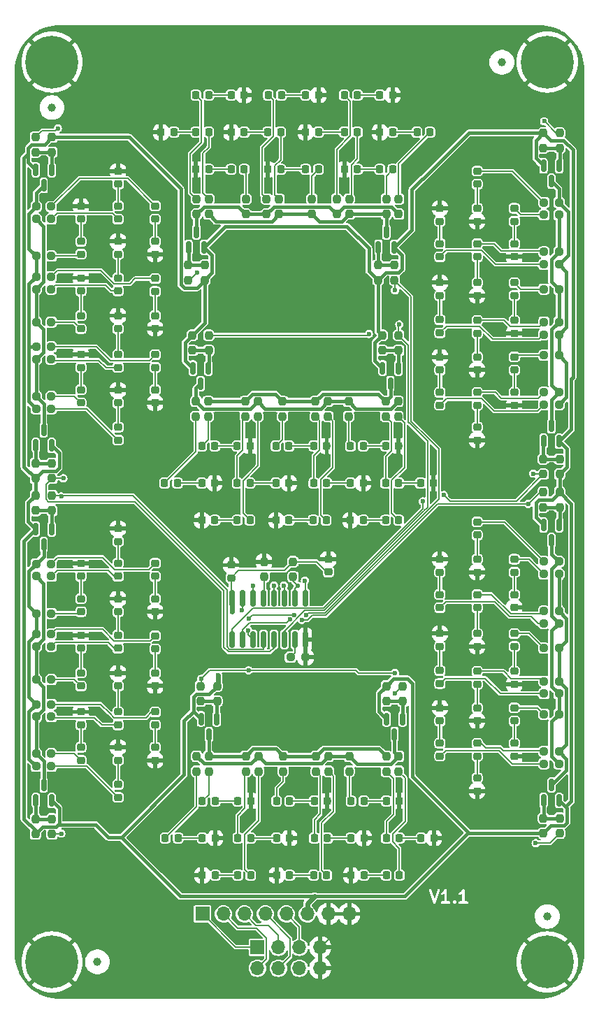
<source format=gtl>
G04 #@! TF.GenerationSoftware,KiCad,Pcbnew,8.0.6+dfsg-1*
G04 #@! TF.CreationDate,2024-11-21T19:14:48-08:00*
G04 #@! TF.ProjectId,digits,64696769-7473-42e6-9b69-6361645f7063,rev?*
G04 #@! TF.SameCoordinates,Original*
G04 #@! TF.FileFunction,Copper,L1,Top*
G04 #@! TF.FilePolarity,Positive*
%FSLAX46Y46*%
G04 Gerber Fmt 4.6, Leading zero omitted, Abs format (unit mm)*
G04 Created by KiCad (PCBNEW 8.0.6+dfsg-1) date 2024-11-21 19:14:48*
%MOMM*%
%LPD*%
G01*
G04 APERTURE LIST*
G04 Aperture macros list*
%AMRoundRect*
0 Rectangle with rounded corners*
0 $1 Rounding radius*
0 $2 $3 $4 $5 $6 $7 $8 $9 X,Y pos of 4 corners*
0 Add a 4 corners polygon primitive as box body*
4,1,4,$2,$3,$4,$5,$6,$7,$8,$9,$2,$3,0*
0 Add four circle primitives for the rounded corners*
1,1,$1+$1,$2,$3*
1,1,$1+$1,$4,$5*
1,1,$1+$1,$6,$7*
1,1,$1+$1,$8,$9*
0 Add four rect primitives between the rounded corners*
20,1,$1+$1,$2,$3,$4,$5,0*
20,1,$1+$1,$4,$5,$6,$7,0*
20,1,$1+$1,$6,$7,$8,$9,0*
20,1,$1+$1,$8,$9,$2,$3,0*%
G04 Aperture macros list end*
%ADD10C,0.300000*%
G04 #@! TA.AperFunction,SMDPad,CuDef*
%ADD11RoundRect,0.237500X-0.250000X-0.237500X0.250000X-0.237500X0.250000X0.237500X-0.250000X0.237500X0*%
G04 #@! TD*
G04 #@! TA.AperFunction,SMDPad,CuDef*
%ADD12RoundRect,0.218750X0.218750X0.256250X-0.218750X0.256250X-0.218750X-0.256250X0.218750X-0.256250X0*%
G04 #@! TD*
G04 #@! TA.AperFunction,SMDPad,CuDef*
%ADD13RoundRect,0.237500X0.237500X-0.250000X0.237500X0.250000X-0.237500X0.250000X-0.237500X-0.250000X0*%
G04 #@! TD*
G04 #@! TA.AperFunction,SMDPad,CuDef*
%ADD14RoundRect,0.237500X-0.237500X0.250000X-0.237500X-0.250000X0.237500X-0.250000X0.237500X0.250000X0*%
G04 #@! TD*
G04 #@! TA.AperFunction,SMDPad,CuDef*
%ADD15RoundRect,0.218750X-0.218750X-0.256250X0.218750X-0.256250X0.218750X0.256250X-0.218750X0.256250X0*%
G04 #@! TD*
G04 #@! TA.AperFunction,SMDPad,CuDef*
%ADD16RoundRect,0.237500X0.250000X0.237500X-0.250000X0.237500X-0.250000X-0.237500X0.250000X-0.237500X0*%
G04 #@! TD*
G04 #@! TA.AperFunction,SMDPad,CuDef*
%ADD17RoundRect,0.218750X0.256250X-0.218750X0.256250X0.218750X-0.256250X0.218750X-0.256250X-0.218750X0*%
G04 #@! TD*
G04 #@! TA.AperFunction,SMDPad,CuDef*
%ADD18C,1.000000*%
G04 #@! TD*
G04 #@! TA.AperFunction,SMDPad,CuDef*
%ADD19RoundRect,0.150000X0.150000X-0.850000X0.150000X0.850000X-0.150000X0.850000X-0.150000X-0.850000X0*%
G04 #@! TD*
G04 #@! TA.AperFunction,SMDPad,CuDef*
%ADD20RoundRect,0.218750X-0.256250X0.218750X-0.256250X-0.218750X0.256250X-0.218750X0.256250X0.218750X0*%
G04 #@! TD*
G04 #@! TA.AperFunction,ComponentPad*
%ADD21C,0.800000*%
G04 #@! TD*
G04 #@! TA.AperFunction,ComponentPad*
%ADD22C,6.400000*%
G04 #@! TD*
G04 #@! TA.AperFunction,SMDPad,CuDef*
%ADD23RoundRect,0.225000X0.250000X-0.225000X0.250000X0.225000X-0.250000X0.225000X-0.250000X-0.225000X0*%
G04 #@! TD*
G04 #@! TA.AperFunction,SMDPad,CuDef*
%ADD24RoundRect,0.150000X0.150000X-0.587500X0.150000X0.587500X-0.150000X0.587500X-0.150000X-0.587500X0*%
G04 #@! TD*
G04 #@! TA.AperFunction,SMDPad,CuDef*
%ADD25RoundRect,0.150000X-0.150000X0.587500X-0.150000X-0.587500X0.150000X-0.587500X0.150000X0.587500X0*%
G04 #@! TD*
G04 #@! TA.AperFunction,ComponentPad*
%ADD26R,1.700000X1.700000*%
G04 #@! TD*
G04 #@! TA.AperFunction,ComponentPad*
%ADD27O,1.700000X1.700000*%
G04 #@! TD*
G04 #@! TA.AperFunction,ViaPad*
%ADD28C,0.600000*%
G04 #@! TD*
G04 #@! TA.AperFunction,Conductor*
%ADD29C,0.130000*%
G04 #@! TD*
G04 #@! TA.AperFunction,Conductor*
%ADD30C,0.400000*%
G04 #@! TD*
G04 #@! TA.AperFunction,Conductor*
%ADD31C,0.200000*%
G04 #@! TD*
G04 #@! TA.AperFunction,Conductor*
%ADD32C,0.600000*%
G04 #@! TD*
G04 APERTURE END LIST*
D10*
G36*
X167582581Y-132117495D02*
G01*
X162524736Y-132117495D01*
X162524736Y-130319589D01*
X162691403Y-130319589D01*
X162697923Y-130348262D01*
X163197923Y-131848262D01*
X163209911Y-131875113D01*
X163216933Y-131883210D01*
X163221726Y-131892795D01*
X163235932Y-131905116D01*
X163248258Y-131919328D01*
X163257845Y-131924121D01*
X163265940Y-131931142D01*
X163283782Y-131937089D01*
X163300606Y-131945501D01*
X163311296Y-131946260D01*
X163321464Y-131949650D01*
X163340220Y-131948317D01*
X163358986Y-131949651D01*
X163369156Y-131946260D01*
X163379845Y-131945501D01*
X163396666Y-131937090D01*
X163414510Y-131931142D01*
X163422606Y-131924119D01*
X163432192Y-131919327D01*
X163444515Y-131905118D01*
X163458724Y-131892795D01*
X163463516Y-131883209D01*
X163470539Y-131875113D01*
X163482527Y-131848262D01*
X163861735Y-130710639D01*
X164119974Y-130710639D01*
X164124123Y-130769019D01*
X164150297Y-130821368D01*
X164194512Y-130859715D01*
X164250035Y-130878222D01*
X164308415Y-130874073D01*
X164335878Y-130863564D01*
X164478735Y-130792135D01*
X164491328Y-130784207D01*
X164494988Y-130782692D01*
X164499107Y-130779310D01*
X164503621Y-130776470D01*
X164506217Y-130773476D01*
X164517719Y-130764037D01*
X164547367Y-130734389D01*
X164547367Y-131650828D01*
X164268796Y-131650828D01*
X164239532Y-131653710D01*
X164185460Y-131676108D01*
X164144076Y-131717492D01*
X164121678Y-131771564D01*
X164121678Y-131830092D01*
X164144076Y-131884164D01*
X164185460Y-131925548D01*
X164239532Y-131947946D01*
X164268796Y-131950828D01*
X165125939Y-131950828D01*
X165155203Y-131947946D01*
X165209275Y-131925548D01*
X165250659Y-131884164D01*
X165273057Y-131830092D01*
X165273057Y-131771564D01*
X165250659Y-131717492D01*
X165233305Y-131700138D01*
X165550249Y-131700138D01*
X165550249Y-131758664D01*
X165552475Y-131764037D01*
X165572646Y-131812735D01*
X165591301Y-131835466D01*
X165662729Y-131906894D01*
X165685459Y-131925549D01*
X165707856Y-131934825D01*
X165739531Y-131947946D01*
X165798059Y-131947946D01*
X165838626Y-131931142D01*
X165852130Y-131925549D01*
X165852134Y-131925544D01*
X165874860Y-131906895D01*
X165946289Y-131835467D01*
X165964944Y-131812736D01*
X165964945Y-131812735D01*
X165987342Y-131758663D01*
X165987342Y-131700137D01*
X165964945Y-131646065D01*
X165946290Y-131623334D01*
X165874861Y-131551905D01*
X165852130Y-131533250D01*
X165820456Y-131520130D01*
X165798059Y-131510853D01*
X165739531Y-131510853D01*
X165717134Y-131520130D01*
X165685460Y-131533250D01*
X165685459Y-131533251D01*
X165662728Y-131551906D01*
X165591300Y-131623335D01*
X165572650Y-131646060D01*
X165572646Y-131646065D01*
X165552476Y-131694762D01*
X165550249Y-131700138D01*
X165233305Y-131700138D01*
X165209275Y-131676108D01*
X165155203Y-131653710D01*
X165125939Y-131650828D01*
X164847367Y-131650828D01*
X164847367Y-130710639D01*
X166262831Y-130710639D01*
X166266980Y-130769019D01*
X166293154Y-130821368D01*
X166337369Y-130859715D01*
X166392892Y-130878222D01*
X166451272Y-130874073D01*
X166478735Y-130863564D01*
X166621592Y-130792135D01*
X166634185Y-130784207D01*
X166637845Y-130782692D01*
X166641964Y-130779310D01*
X166646478Y-130776470D01*
X166649074Y-130773476D01*
X166660576Y-130764037D01*
X166690224Y-130734389D01*
X166690224Y-131650828D01*
X166411653Y-131650828D01*
X166382389Y-131653710D01*
X166328317Y-131676108D01*
X166286933Y-131717492D01*
X166264535Y-131771564D01*
X166264535Y-131830092D01*
X166286933Y-131884164D01*
X166328317Y-131925548D01*
X166382389Y-131947946D01*
X166411653Y-131950828D01*
X167268796Y-131950828D01*
X167298060Y-131947946D01*
X167352132Y-131925548D01*
X167393516Y-131884164D01*
X167415914Y-131830092D01*
X167415914Y-131771564D01*
X167393516Y-131717492D01*
X167352132Y-131676108D01*
X167298060Y-131653710D01*
X167268796Y-131650828D01*
X166990224Y-131650828D01*
X166990224Y-130300828D01*
X166990213Y-130300722D01*
X166990224Y-130300670D01*
X166990193Y-130300516D01*
X166987342Y-130271564D01*
X166981658Y-130257843D01*
X166978746Y-130243281D01*
X166970567Y-130231068D01*
X166964944Y-130217492D01*
X166954445Y-130206993D01*
X166946180Y-130194651D01*
X166933949Y-130186497D01*
X166923560Y-130176108D01*
X166909841Y-130170425D01*
X166897481Y-130162185D01*
X166883062Y-130159332D01*
X166869488Y-130153710D01*
X166854637Y-130153710D01*
X166840067Y-130150828D01*
X166825657Y-130153710D01*
X166810960Y-130153710D01*
X166797238Y-130159393D01*
X166782677Y-130162306D01*
X166770464Y-130170484D01*
X166756888Y-130176108D01*
X166746389Y-130186606D01*
X166734047Y-130194872D01*
X166715615Y-130217380D01*
X166715504Y-130217492D01*
X166715483Y-130217542D01*
X166715417Y-130217623D01*
X166580797Y-130419551D01*
X166465656Y-130534692D01*
X166344571Y-130595236D01*
X166319685Y-130610901D01*
X166281338Y-130655116D01*
X166262831Y-130710639D01*
X164847367Y-130710639D01*
X164847367Y-130300828D01*
X164847356Y-130300722D01*
X164847367Y-130300670D01*
X164847336Y-130300516D01*
X164844485Y-130271564D01*
X164838801Y-130257843D01*
X164835889Y-130243281D01*
X164827710Y-130231068D01*
X164822087Y-130217492D01*
X164811588Y-130206993D01*
X164803323Y-130194651D01*
X164791092Y-130186497D01*
X164780703Y-130176108D01*
X164766984Y-130170425D01*
X164754624Y-130162185D01*
X164740205Y-130159332D01*
X164726631Y-130153710D01*
X164711780Y-130153710D01*
X164697210Y-130150828D01*
X164682800Y-130153710D01*
X164668103Y-130153710D01*
X164654381Y-130159393D01*
X164639820Y-130162306D01*
X164627607Y-130170484D01*
X164614031Y-130176108D01*
X164603532Y-130186606D01*
X164591190Y-130194872D01*
X164572758Y-130217380D01*
X164572647Y-130217492D01*
X164572626Y-130217542D01*
X164572560Y-130217623D01*
X164437940Y-130419551D01*
X164322799Y-130534692D01*
X164201714Y-130595236D01*
X164176828Y-130610901D01*
X164138481Y-130655116D01*
X164119974Y-130710639D01*
X163861735Y-130710639D01*
X163982528Y-130348262D01*
X163989048Y-130319588D01*
X163984898Y-130261208D01*
X163958724Y-130208861D01*
X163914510Y-130170514D01*
X163858986Y-130152005D01*
X163800606Y-130156155D01*
X163748258Y-130182328D01*
X163709911Y-130226543D01*
X163697923Y-130253394D01*
X163340225Y-131326486D01*
X162982527Y-130253394D01*
X162970539Y-130226543D01*
X162932192Y-130182329D01*
X162879845Y-130156155D01*
X162821464Y-130152006D01*
X162765940Y-130170514D01*
X162721726Y-130208861D01*
X162695552Y-130261208D01*
X162691403Y-130319589D01*
X162524736Y-130319589D01*
X162524736Y-129984161D01*
X167582581Y-129984161D01*
X167582581Y-132117495D01*
G37*
D11*
G04 #@! TO.P,R40,1*
G04 #@! TO.N,Net-(D55-A)*
X176587500Y-113500000D03*
G04 #@! TO.P,R40,2*
G04 #@! TO.N,Net-(Q6-D)*
X178412500Y-113500000D03*
G04 #@! TD*
D12*
G04 #@! TO.P,D61,1,K*
G04 #@! TO.N,Net-(D61-K)*
X154787500Y-119500000D03*
G04 #@! TO.P,D61,2,A*
G04 #@! TO.N,Net-(D61-A)*
X153212500Y-119500000D03*
G04 #@! TD*
D13*
G04 #@! TO.P,R97,1*
G04 #@! TO.N,Net-(D137-A)*
X135925000Y-72912500D03*
G04 #@! TO.P,R97,2*
G04 #@! TO.N,Net-(Q14-D)*
X135925000Y-71087500D03*
G04 #@! TD*
D14*
G04 #@! TO.P,R36,1*
G04 #@! TO.N,Net-(Q6-G)*
X176500000Y-121587500D03*
G04 #@! TO.P,R36,2*
G04 #@! TO.N,+5V*
X176500000Y-123412500D03*
G04 #@! TD*
D15*
G04 #@! TO.P,D9,1,K*
G04 #@! TO.N,Net-(D10-A)*
X161212500Y-38500000D03*
G04 #@! TO.P,D9,2,A*
G04 #@! TO.N,Net-(D9-A)*
X162787500Y-38500000D03*
G04 #@! TD*
D13*
G04 #@! TO.P,R54,1*
G04 #@! TO.N,Net-(D75-A)*
X157500000Y-115912500D03*
G04 #@! TO.P,R54,2*
G04 #@! TO.N,Net-(Q8-D)*
X157500000Y-114087500D03*
G04 #@! TD*
D16*
G04 #@! TO.P,R75,1*
G04 #@! TO.N,Net-(D105-A)*
X116912500Y-56000000D03*
G04 #@! TO.P,R75,2*
G04 #@! TO.N,Net-(Q11-D)*
X115087500Y-56000000D03*
G04 #@! TD*
D15*
G04 #@! TO.P,D19,1,K*
G04 #@! TO.N,Net-(D19-K)*
X147712500Y-43000000D03*
G04 #@! TO.P,D19,2,A*
G04 #@! TO.N,Net-(D19-A)*
X149287500Y-43000000D03*
G04 #@! TD*
D12*
G04 #@! TO.P,D129,1,K*
G04 #@! TO.N,Net-(D129-K)*
X132212500Y-81000000D03*
G04 #@! TO.P,D129,2,A*
G04 #@! TO.N,Net-(D129-A)*
X130637500Y-81000000D03*
G04 #@! TD*
D13*
G04 #@! TO.P,R91,1*
G04 #@! TO.N,Net-(Q14-G)*
X159000000Y-64912500D03*
G04 #@! TO.P,R91,2*
G04 #@! TO.N,/G*
X159000000Y-63087500D03*
G04 #@! TD*
G04 #@! TO.P,R51,1*
G04 #@! TO.N,Net-(D69-A)*
X134500000Y-115912500D03*
G04 #@! TO.P,R51,2*
G04 #@! TO.N,Net-(Q7-D)*
X134500000Y-114087500D03*
G04 #@! TD*
D12*
G04 #@! TO.P,D134,1,K*
G04 #@! TO.N,GND*
X154712500Y-81000000D03*
G04 #@! TO.P,D134,2,A*
G04 #@! TO.N,Net-(D133-K)*
X153137500Y-81000000D03*
G04 #@! TD*
D17*
G04 #@! TO.P,D84,1,K*
G04 #@! TO.N,GND*
X129500000Y-96575000D03*
G04 #@! TO.P,D84,2,A*
G04 #@! TO.N,Net-(D83-K)*
X129500000Y-95000000D03*
G04 #@! TD*
D12*
G04 #@! TO.P,D130,1,K*
G04 #@! TO.N,GND*
X136712500Y-81000000D03*
G04 #@! TO.P,D130,2,A*
G04 #@! TO.N,Net-(D129-K)*
X135137500Y-81000000D03*
G04 #@! TD*
G04 #@! TO.P,D131,1,K*
G04 #@! TO.N,Net-(D131-K)*
X141000000Y-81000000D03*
G04 #@! TO.P,D131,2,A*
G04 #@! TO.N,Net-(D131-A)*
X139425000Y-81000000D03*
G04 #@! TD*
D18*
G04 #@! TO.P,FID1,*
G04 #@! TO.N,*
X122500000Y-139000000D03*
G04 #@! TD*
D12*
G04 #@! TO.P,D77,1,K*
G04 #@! TO.N,Net-(D77-K)*
X136787500Y-119500000D03*
G04 #@! TO.P,D77,2,A*
G04 #@! TO.N,Net-(D77-A)*
X135212500Y-119500000D03*
G04 #@! TD*
D17*
G04 #@! TO.P,D105,1,K*
G04 #@! TO.N,Net-(D105-K)*
X129500000Y-57787500D03*
G04 #@! TO.P,D105,2,A*
G04 #@! TO.N,Net-(D105-A)*
X129500000Y-56212500D03*
G04 #@! TD*
D14*
G04 #@! TO.P,R6,1*
G04 #@! TO.N,Net-(D7-A)*
X151500000Y-46587500D03*
G04 #@! TO.P,R6,2*
G04 #@! TO.N,Net-(Q1-D)*
X151500000Y-48412500D03*
G04 #@! TD*
G04 #@! TO.P,R77,1*
G04 #@! TO.N,Net-(Q12-G)*
X117000000Y-78587500D03*
G04 #@! TO.P,R77,2*
G04 #@! TO.N,/F*
X117000000Y-80412500D03*
G04 #@! TD*
D15*
G04 #@! TO.P,D126,1,K*
G04 #@! TO.N,GND*
X144137500Y-85500000D03*
G04 #@! TO.P,D126,2,A*
G04 #@! TO.N,Net-(D125-K)*
X145712500Y-85500000D03*
G04 #@! TD*
D13*
G04 #@! TO.P,R49,1*
G04 #@! TO.N,Net-(Q8-G)*
X135000000Y-107412500D03*
G04 #@! TO.P,R49,2*
G04 #@! TO.N,/D*
X135000000Y-105587500D03*
G04 #@! TD*
D19*
G04 #@! TO.P,U1,1,QB*
G04 #@! TO.N,/B*
X138805000Y-99931691D03*
G04 #@! TO.P,U1,2,QC*
G04 #@! TO.N,/C*
X140075000Y-99931691D03*
G04 #@! TO.P,U1,3,QD*
G04 #@! TO.N,/D*
X141345000Y-99931691D03*
G04 #@! TO.P,U1,4,QE*
G04 #@! TO.N,/E*
X142615000Y-99931691D03*
G04 #@! TO.P,U1,5,QF*
G04 #@! TO.N,/F*
X143885000Y-99931691D03*
G04 #@! TO.P,U1,6,QG*
G04 #@! TO.N,/G*
X145155000Y-99931691D03*
G04 #@! TO.P,U1,7,QH*
G04 #@! TO.N,Net-(U1-QH)*
X146425000Y-99931691D03*
G04 #@! TO.P,U1,8,GND*
G04 #@! TO.N,GND*
X147695000Y-99931691D03*
G04 #@! TO.P,U1,9,QH'*
G04 #@! TO.N,/SOUT*
X147695000Y-94931691D03*
G04 #@! TO.P,U1,10,~{SRCLR}*
G04 #@! TO.N,/MR*
X146425000Y-94931691D03*
G04 #@! TO.P,U1,11,SRCLK*
G04 #@! TO.N,/SH_CP*
X145155000Y-94931691D03*
G04 #@! TO.P,U1,12,RCLK*
G04 #@! TO.N,/ST_CP*
X143885000Y-94931691D03*
G04 #@! TO.P,U1,13,~{OE}*
G04 #@! TO.N,Net-(U1-~{OE})*
X142615000Y-94931691D03*
G04 #@! TO.P,U1,14,SER*
G04 #@! TO.N,/DS*
X141345000Y-94931691D03*
G04 #@! TO.P,U1,15,QA*
G04 #@! TO.N,/A*
X140075000Y-94931691D03*
G04 #@! TO.P,U1,16,VCC*
G04 #@! TO.N,+5V*
X138805000Y-94931691D03*
G04 #@! TD*
D13*
G04 #@! TO.P,R72,1*
G04 #@! TO.N,Net-(Q11-G)*
X117000000Y-40912500D03*
G04 #@! TO.P,R72,2*
G04 #@! TO.N,+5V*
X117000000Y-39087500D03*
G04 #@! TD*
D15*
G04 #@! TO.P,D10,1,K*
G04 #@! TO.N,GND*
X156712500Y-38500000D03*
G04 #@! TO.P,D10,2,A*
G04 #@! TO.N,Net-(D10-A)*
X158287500Y-38500000D03*
G04 #@! TD*
D20*
G04 #@! TO.P,D117,1,K*
G04 #@! TO.N,Net-(D117-K)*
X120500000Y-69712500D03*
G04 #@! TO.P,D117,2,A*
G04 #@! TO.N,Net-(D117-A)*
X120500000Y-71287500D03*
G04 #@! TD*
D14*
G04 #@! TO.P,R11,1*
G04 #@! TO.N,Net-(D13-A)*
X144500000Y-46587500D03*
G04 #@! TO.P,R11,2*
G04 #@! TO.N,Net-(Q2-D)*
X144500000Y-48412500D03*
G04 #@! TD*
D13*
G04 #@! TO.P,R45,1*
G04 #@! TO.N,Net-(D61-A)*
X153000000Y-115912500D03*
G04 #@! TO.P,R45,2*
G04 #@! TO.N,Net-(Q7-D)*
X153000000Y-114087500D03*
G04 #@! TD*
G04 #@! TO.P,R52,1*
G04 #@! TO.N,Net-(D71-A)*
X140500000Y-115912500D03*
G04 #@! TO.P,R52,2*
G04 #@! TO.N,Net-(Q8-D)*
X140500000Y-114087500D03*
G04 #@! TD*
D20*
G04 #@! TO.P,D44,1,K*
G04 #@! TO.N,GND*
X164000000Y-108212500D03*
G04 #@! TO.P,D44,2,A*
G04 #@! TO.N,Net-(D43-K)*
X164000000Y-109787500D03*
G04 #@! TD*
G04 #@! TO.P,D114,1,K*
G04 #@! TO.N,GND*
X125000000Y-51712500D03*
G04 #@! TO.P,D114,2,A*
G04 #@! TO.N,Net-(D113-K)*
X125000000Y-53287500D03*
G04 #@! TD*
D17*
G04 #@! TO.P,D34,1,K*
G04 #@! TO.N,GND*
X168500000Y-67287500D03*
G04 #@! TO.P,D34,2,A*
G04 #@! TO.N,Net-(D33-K)*
X168500000Y-65712500D03*
G04 #@! TD*
D15*
G04 #@! TO.P,D18,1,K*
G04 #@! TO.N,GND*
X152425000Y-43000000D03*
G04 #@! TO.P,D18,2,A*
G04 #@! TO.N,Net-(D17-K)*
X154000000Y-43000000D03*
G04 #@! TD*
D14*
G04 #@! TO.P,R21,1*
G04 #@! TO.N,Net-(Q4-G)*
X176500000Y-78087500D03*
G04 #@! TO.P,R21,2*
G04 #@! TO.N,/B*
X176500000Y-79912500D03*
G04 #@! TD*
D20*
G04 #@! TO.P,D89,1,K*
G04 #@! TO.N,Net-(D89-K)*
X125000000Y-117500000D03*
G04 #@! TO.P,D89,2,A*
G04 #@! TO.N,Net-(D89-A)*
X125000000Y-119075000D03*
G04 #@! TD*
D14*
G04 #@! TO.P,R8,1*
G04 #@! TO.N,Net-(Q2-G)*
X156500000Y-54587500D03*
G04 #@! TO.P,R8,2*
G04 #@! TO.N,+5V*
X156500000Y-56412500D03*
G04 #@! TD*
D20*
G04 #@! TO.P,D43,1,K*
G04 #@! TO.N,Net-(D43-K)*
X164000000Y-112500000D03*
G04 #@! TO.P,D43,2,A*
G04 #@! TO.N,Net-(D43-A)*
X164000000Y-114075000D03*
G04 #@! TD*
D16*
G04 #@! TO.P,R70,1*
G04 #@! TO.N,Net-(D99-A)*
X116912500Y-104787500D03*
G04 #@! TO.P,R70,2*
G04 #@! TO.N,Net-(Q10-D)*
X115087500Y-104787500D03*
G04 #@! TD*
D13*
G04 #@! TO.P,R100,1*
G04 #@! TO.N,/MR*
X146195000Y-92344191D03*
G04 #@! TO.P,R100,2*
G04 #@! TO.N,+5V*
X146195000Y-90519191D03*
G04 #@! TD*
D21*
G04 #@! TO.P,H1,1,1*
G04 #@! TO.N,GND*
X114600000Y-30000000D03*
X115302944Y-28302944D03*
X115302944Y-31697056D03*
X117000000Y-27600000D03*
D22*
X117000000Y-30000000D03*
D21*
X117000000Y-32400000D03*
X118697056Y-28302944D03*
X118697056Y-31697056D03*
X119400000Y-30000000D03*
G04 #@! TD*
D16*
G04 #@! TO.P,R65,1*
G04 #@! TO.N,Net-(D89-A)*
X116912500Y-115287500D03*
G04 #@! TO.P,R65,2*
G04 #@! TO.N,Net-(Q9-D)*
X115087500Y-115287500D03*
G04 #@! TD*
D20*
G04 #@! TO.P,D112,1,K*
G04 #@! TO.N,GND*
X125000000Y-60712500D03*
G04 #@! TO.P,D112,2,A*
G04 #@! TO.N,Net-(D111-K)*
X125000000Y-62287500D03*
G04 #@! TD*
D15*
G04 #@! TO.P,D16,1,K*
G04 #@! TO.N,GND*
X130212500Y-38500000D03*
G04 #@! TO.P,D16,2,A*
G04 #@! TO.N,Net-(D15-K)*
X131787500Y-38500000D03*
G04 #@! TD*
D23*
G04 #@! TO.P,C2,1*
G04 #@! TO.N,+5V*
X150490000Y-91745000D03*
G04 #@! TO.P,C2,2*
G04 #@! TO.N,GND*
X150490000Y-90195000D03*
G04 #@! TD*
D20*
G04 #@! TO.P,D91,1,K*
G04 #@! TO.N,Net-(D91-K)*
X125000000Y-108712500D03*
G04 #@! TO.P,D91,2,A*
G04 #@! TO.N,Net-(D91-A)*
X125000000Y-110287500D03*
G04 #@! TD*
D12*
G04 #@! TO.P,D69,1,K*
G04 #@! TO.N,Net-(D69-K)*
X132287500Y-124000000D03*
G04 #@! TO.P,D69,2,A*
G04 #@! TO.N,Net-(D69-A)*
X130712500Y-124000000D03*
G04 #@! TD*
D16*
G04 #@! TO.P,R61,1*
G04 #@! TO.N,Net-(D85-A)*
X116912500Y-99287500D03*
G04 #@! TO.P,R61,2*
G04 #@! TO.N,Net-(Q9-D)*
X115087500Y-99287500D03*
G04 #@! TD*
G04 #@! TO.P,R60,1*
G04 #@! TO.N,Net-(D83-A)*
X116912500Y-90787500D03*
G04 #@! TO.P,R60,2*
G04 #@! TO.N,Net-(Q9-D)*
X115087500Y-90787500D03*
G04 #@! TD*
D14*
G04 #@! TO.P,R35,1*
G04 #@! TO.N,Net-(Q6-G)*
X178500000Y-121587500D03*
G04 #@! TO.P,R35,2*
G04 #@! TO.N,/C*
X178500000Y-123412500D03*
G04 #@! TD*
D12*
G04 #@! TO.P,D62,1,K*
G04 #@! TO.N,GND*
X159075000Y-119500000D03*
G04 #@! TO.P,D62,2,A*
G04 #@! TO.N,Net-(D61-K)*
X157500000Y-119500000D03*
G04 #@! TD*
D16*
G04 #@! TO.P,R83,1*
G04 #@! TO.N,Net-(D117-A)*
X116912500Y-70500000D03*
G04 #@! TO.P,R83,2*
G04 #@! TO.N,Net-(Q12-D)*
X115087500Y-70500000D03*
G04 #@! TD*
D13*
G04 #@! TO.P,R29,1*
G04 #@! TO.N,Net-(Q5-G)*
X176500000Y-83912500D03*
G04 #@! TO.P,R29,2*
G04 #@! TO.N,/C*
X176500000Y-82087500D03*
G04 #@! TD*
D11*
G04 #@! TO.P,R28,1*
G04 #@! TO.N,Net-(D39-A)*
X176587500Y-57500000D03*
G04 #@! TO.P,R28,2*
G04 #@! TO.N,Net-(Q4-D)*
X178412500Y-57500000D03*
G04 #@! TD*
D13*
G04 #@! TO.P,R92,1*
G04 #@! TO.N,Net-(Q14-G)*
X157000000Y-64912500D03*
G04 #@! TO.P,R92,2*
G04 #@! TO.N,+5V*
X157000000Y-63087500D03*
G04 #@! TD*
D12*
G04 #@! TO.P,D132,1,K*
G04 #@! TO.N,GND*
X145712500Y-81000000D03*
G04 #@! TO.P,D132,2,A*
G04 #@! TO.N,Net-(D131-K)*
X144137500Y-81000000D03*
G04 #@! TD*
D15*
G04 #@! TO.P,D20,1,K*
G04 #@! TO.N,GND*
X143137500Y-43000000D03*
G04 #@! TO.P,D20,2,A*
G04 #@! TO.N,Net-(D19-K)*
X144712500Y-43000000D03*
G04 #@! TD*
D11*
G04 #@! TO.P,R32,1*
G04 #@! TO.N,Net-(D43-A)*
X176587500Y-115000000D03*
G04 #@! TO.P,R32,2*
G04 #@! TO.N,Net-(Q5-D)*
X178412500Y-115000000D03*
G04 #@! TD*
D24*
G04 #@! TO.P,Q1,1,G*
G04 #@! TO.N,Net-(Q1-G)*
X133550000Y-52437500D03*
G04 #@! TO.P,Q1,2,S*
G04 #@! TO.N,+5V*
X135450000Y-52437500D03*
G04 #@! TO.P,Q1,3,D*
G04 #@! TO.N,Net-(Q1-D)*
X134500000Y-50562500D03*
G04 #@! TD*
D13*
G04 #@! TO.P,R30,1*
G04 #@! TO.N,Net-(Q5-G)*
X178500000Y-83912500D03*
G04 #@! TO.P,R30,2*
G04 #@! TO.N,+5V*
X178500000Y-82087500D03*
G04 #@! TD*
D17*
G04 #@! TO.P,D55,1,K*
G04 #@! TO.N,Net-(D55-K)*
X168500000Y-114075000D03*
G04 #@! TO.P,D55,2,A*
G04 #@! TO.N,Net-(D55-A)*
X168500000Y-112500000D03*
G04 #@! TD*
D12*
G04 #@! TO.P,D6,1,K*
G04 #@! TO.N,GND*
X149287500Y-34000000D03*
G04 #@! TO.P,D6,2,A*
G04 #@! TO.N,Net-(D5-K)*
X147712500Y-34000000D03*
G04 #@! TD*
D13*
G04 #@! TO.P,R44,1*
G04 #@! TO.N,Net-(Q7-G)*
X157500000Y-107412500D03*
G04 #@! TO.P,R44,2*
G04 #@! TO.N,+5V*
X157500000Y-105587500D03*
G04 #@! TD*
D24*
G04 #@! TO.P,Q2,1,G*
G04 #@! TO.N,Net-(Q2-G)*
X156550000Y-52437500D03*
G04 #@! TO.P,Q2,2,S*
G04 #@! TO.N,+5V*
X158450000Y-52437500D03*
G04 #@! TO.P,Q2,3,D*
G04 #@! TO.N,Net-(Q2-D)*
X157500000Y-50562500D03*
G04 #@! TD*
D13*
G04 #@! TO.P,R87,1*
G04 #@! TO.N,Net-(D121-A)*
X152925000Y-72912500D03*
G04 #@! TO.P,R87,2*
G04 #@! TO.N,Net-(Q13-D)*
X152925000Y-71087500D03*
G04 #@! TD*
D12*
G04 #@! TO.P,D137,1,K*
G04 #@! TO.N,Net-(D137-K)*
X136712500Y-76500000D03*
G04 #@! TO.P,D137,2,A*
G04 #@! TO.N,Net-(D137-A)*
X135137500Y-76500000D03*
G04 #@! TD*
D13*
G04 #@! TO.P,R56,1*
G04 #@! TO.N,Net-(D79-A)*
X145000000Y-115912500D03*
G04 #@! TO.P,R56,2*
G04 #@! TO.N,Net-(Q8-D)*
X145000000Y-114087500D03*
G04 #@! TD*
D20*
G04 #@! TO.P,D25,1,K*
G04 #@! TO.N,Net-(D25-K)*
X164000000Y-61212500D03*
G04 #@! TO.P,D25,2,A*
G04 #@! TO.N,Net-(D25-A)*
X164000000Y-62787500D03*
G04 #@! TD*
D12*
G04 #@! TO.P,D74,1,K*
G04 #@! TO.N,GND*
X154787500Y-124000000D03*
G04 #@! TO.P,D74,2,A*
G04 #@! TO.N,Net-(D73-K)*
X153212500Y-124000000D03*
G04 #@! TD*
D17*
G04 #@! TO.P,D50,1,K*
G04 #@! TO.N,GND*
X168500000Y-91787500D03*
G04 #@! TO.P,D50,2,A*
G04 #@! TO.N,Net-(D49-K)*
X168500000Y-90212500D03*
G04 #@! TD*
G04 #@! TO.P,D104,1,K*
G04 #@! TO.N,GND*
X129500000Y-53287500D03*
G04 #@! TO.P,D104,2,A*
G04 #@! TO.N,Net-(D103-K)*
X129500000Y-51712500D03*
G04 #@! TD*
D25*
G04 #@! TO.P,Q9,1,G*
G04 #@! TO.N,Net-(Q9-G)*
X116950000Y-86562500D03*
G04 #@! TO.P,Q9,2,S*
G04 #@! TO.N,+5V*
X115050000Y-86562500D03*
G04 #@! TO.P,Q9,3,D*
G04 #@! TO.N,Net-(Q9-D)*
X116000000Y-88437500D03*
G04 #@! TD*
D12*
G04 #@! TO.P,D78,1,K*
G04 #@! TO.N,GND*
X141075000Y-119500000D03*
G04 #@! TO.P,D78,2,A*
G04 #@! TO.N,Net-(D77-K)*
X139500000Y-119500000D03*
G04 #@! TD*
D11*
G04 #@! TO.P,R27,1*
G04 #@! TO.N,Net-(D37-A)*
X176587500Y-48500000D03*
G04 #@! TO.P,R27,2*
G04 #@! TO.N,Net-(Q4-D)*
X178412500Y-48500000D03*
G04 #@! TD*
D13*
G04 #@! TO.P,R95,1*
G04 #@! TO.N,Net-(D133-A)*
X148925000Y-72912500D03*
G04 #@! TO.P,R95,2*
G04 #@! TO.N,Net-(Q14-D)*
X148925000Y-71087500D03*
G04 #@! TD*
D16*
G04 #@! TO.P,R66,1*
G04 #@! TO.N,Net-(D91-A)*
X116912500Y-109287500D03*
G04 #@! TO.P,R66,2*
G04 #@! TO.N,Net-(Q10-D)*
X115087500Y-109287500D03*
G04 #@! TD*
D11*
G04 #@! TO.P,R33,1*
G04 #@! TO.N,Net-(D45-A)*
X176587500Y-106500000D03*
G04 #@! TO.P,R33,2*
G04 #@! TO.N,Net-(Q5-D)*
X178412500Y-106500000D03*
G04 #@! TD*
D17*
G04 #@! TO.P,D37,1,K*
G04 #@! TO.N,Net-(D37-K)*
X173000000Y-49287500D03*
G04 #@! TO.P,D37,2,A*
G04 #@! TO.N,Net-(D37-A)*
X173000000Y-47712500D03*
G04 #@! TD*
G04 #@! TO.P,D31,1,K*
G04 #@! TO.N,Net-(D31-K)*
X168500000Y-53575000D03*
G04 #@! TO.P,D31,2,A*
G04 #@! TO.N,Net-(D31-A)*
X168500000Y-52000000D03*
G04 #@! TD*
D15*
G04 #@! TO.P,D125,1,K*
G04 #@! TO.N,Net-(D125-K)*
X148637500Y-85500000D03*
G04 #@! TO.P,D125,2,A*
G04 #@! TO.N,Net-(D125-A)*
X150212500Y-85500000D03*
G04 #@! TD*
D17*
G04 #@! TO.P,D39,1,K*
G04 #@! TO.N,Net-(D39-K)*
X173000000Y-58287500D03*
G04 #@! TO.P,D39,2,A*
G04 #@! TO.N,Net-(D39-A)*
X173000000Y-56712500D03*
G04 #@! TD*
G04 #@! TO.P,D86,1,K*
G04 #@! TO.N,GND*
X129500000Y-105575000D03*
G04 #@! TO.P,D86,2,A*
G04 #@! TO.N,Net-(D85-K)*
X129500000Y-104000000D03*
G04 #@! TD*
D12*
G04 #@! TO.P,D133,1,K*
G04 #@! TO.N,Net-(D133-K)*
X150287500Y-81000000D03*
G04 #@! TO.P,D133,2,A*
G04 #@! TO.N,Net-(D133-A)*
X148712500Y-81000000D03*
G04 #@! TD*
D14*
G04 #@! TO.P,R12,1*
G04 #@! TO.N,Net-(D15-A)*
X136000000Y-46587500D03*
G04 #@! TO.P,R12,2*
G04 #@! TO.N,Net-(Q2-D)*
X136000000Y-48412500D03*
G04 #@! TD*
D17*
G04 #@! TO.P,D38,1,K*
G04 #@! TO.N,GND*
X173000000Y-53575000D03*
G04 #@! TO.P,D38,2,A*
G04 #@! TO.N,Net-(D37-K)*
X173000000Y-52000000D03*
G04 #@! TD*
D20*
G04 #@! TO.P,D47,1,K*
G04 #@! TO.N,Net-(D47-K)*
X164000000Y-94500000D03*
G04 #@! TO.P,D47,2,A*
G04 #@! TO.N,Net-(D47-A)*
X164000000Y-96075000D03*
G04 #@! TD*
D16*
G04 #@! TO.P,R76,1*
G04 #@! TO.N,Net-(D107-A)*
X116912500Y-64500000D03*
G04 #@! TO.P,R76,2*
G04 #@! TO.N,Net-(Q11-D)*
X115087500Y-64500000D03*
G04 #@! TD*
D20*
G04 #@! TO.P,D110,1,K*
G04 #@! TO.N,GND*
X125000000Y-69712500D03*
G04 #@! TO.P,D110,2,A*
G04 #@! TO.N,Net-(D109-K)*
X125000000Y-71287500D03*
G04 #@! TD*
D14*
G04 #@! TO.P,R10,1*
G04 #@! TO.N,Net-(D11-A)*
X153000000Y-46587500D03*
G04 #@! TO.P,R10,2*
G04 #@! TO.N,Net-(Q2-D)*
X153000000Y-48412500D03*
G04 #@! TD*
D15*
G04 #@! TO.P,D13,1,K*
G04 #@! TO.N,Net-(D13-K)*
X143137500Y-38500000D03*
G04 #@! TO.P,D13,2,A*
G04 #@! TO.N,Net-(D13-A)*
X144712500Y-38500000D03*
G04 #@! TD*
D13*
G04 #@! TO.P,R101,1*
G04 #@! TO.N,Net-(U1-~{OE})*
X142695000Y-92344191D03*
G04 #@! TO.P,R101,2*
G04 #@! TO.N,GND*
X142695000Y-90519191D03*
G04 #@! TD*
D20*
G04 #@! TO.P,D101,1,K*
G04 #@! TO.N,Net-(D101-K)*
X120500000Y-51712500D03*
G04 #@! TO.P,D101,2,A*
G04 #@! TO.N,Net-(D101-A)*
X120500000Y-53287500D03*
G04 #@! TD*
D15*
G04 #@! TO.P,D67,1,K*
G04 #@! TO.N,Net-(D67-K)*
X139500000Y-128500000D03*
G04 #@! TO.P,D67,2,A*
G04 #@! TO.N,Net-(D67-A)*
X141075000Y-128500000D03*
G04 #@! TD*
D24*
G04 #@! TO.P,Q4,1,G*
G04 #@! TO.N,Net-(Q4-G)*
X176550000Y-75937500D03*
G04 #@! TO.P,Q4,2,S*
G04 #@! TO.N,+5V*
X178450000Y-75937500D03*
G04 #@! TO.P,Q4,3,D*
G04 #@! TO.N,Net-(Q4-D)*
X177500000Y-74062500D03*
G04 #@! TD*
D15*
G04 #@! TO.P,D12,1,K*
G04 #@! TO.N,GND*
X147712500Y-38500000D03*
G04 #@! TO.P,D12,2,A*
G04 #@! TO.N,Net-(D11-K)*
X149287500Y-38500000D03*
G04 #@! TD*
D14*
G04 #@! TO.P,R5,1*
G04 #@! TO.N,Net-(D5-A)*
X143000000Y-46587500D03*
G04 #@! TO.P,R5,2*
G04 #@! TO.N,Net-(Q1-D)*
X143000000Y-48412500D03*
G04 #@! TD*
D17*
G04 #@! TO.P,D59,1,K*
G04 #@! TO.N,Net-(D59-K)*
X173000000Y-100787500D03*
G04 #@! TO.P,D59,2,A*
G04 #@! TO.N,Net-(D59-A)*
X173000000Y-99212500D03*
G04 #@! TD*
G04 #@! TO.P,D53,1,K*
G04 #@! TO.N,Net-(D53-K)*
X168500000Y-105362500D03*
G04 #@! TO.P,D53,2,A*
G04 #@! TO.N,Net-(D53-A)*
X168500000Y-103787500D03*
G04 #@! TD*
G04 #@! TO.P,D58,1,K*
G04 #@! TO.N,GND*
X173000000Y-96075000D03*
G04 #@! TO.P,D58,2,A*
G04 #@! TO.N,Net-(D57-K)*
X173000000Y-94500000D03*
G04 #@! TD*
G04 #@! TO.P,D42,1,K*
G04 #@! TO.N,GND*
X173000000Y-114075000D03*
G04 #@! TO.P,D42,2,A*
G04 #@! TO.N,Net-(D41-K)*
X173000000Y-112500000D03*
G04 #@! TD*
D20*
G04 #@! TO.P,D27,1,K*
G04 #@! TO.N,Net-(D27-K)*
X164000000Y-52000000D03*
G04 #@! TO.P,D27,2,A*
G04 #@! TO.N,Net-(D27-A)*
X164000000Y-53575000D03*
G04 #@! TD*
D12*
G04 #@! TO.P,D5,1,K*
G04 #@! TO.N,Net-(D5-K)*
X144787500Y-34000000D03*
G04 #@! TO.P,D5,2,A*
G04 #@! TO.N,Net-(D5-A)*
X143212500Y-34000000D03*
G04 #@! TD*
D13*
G04 #@! TO.P,R46,1*
G04 #@! TO.N,Net-(D63-A)*
X159000000Y-115912500D03*
G04 #@! TO.P,R46,2*
G04 #@! TO.N,Net-(Q7-D)*
X159000000Y-114087500D03*
G04 #@! TD*
D18*
G04 #@! TO.P,FID3,*
G04 #@! TO.N,*
X171500000Y-30000000D03*
G04 #@! TD*
D20*
G04 #@! TO.P,D119,1,K*
G04 #@! TO.N,Net-(D119-K)*
X120500000Y-60712500D03*
G04 #@! TO.P,D119,2,A*
G04 #@! TO.N,Net-(D119-A)*
X120500000Y-62287500D03*
G04 #@! TD*
D12*
G04 #@! TO.P,D3,1,K*
G04 #@! TO.N,Net-(D3-K)*
X136000000Y-34000000D03*
G04 #@! TO.P,D3,2,A*
G04 #@! TO.N,Net-(D3-A)*
X134425000Y-34000000D03*
G04 #@! TD*
D17*
G04 #@! TO.P,D57,1,K*
G04 #@! TO.N,Net-(D57-K)*
X173000000Y-91787500D03*
G04 #@! TO.P,D57,2,A*
G04 #@! TO.N,Net-(D57-A)*
X173000000Y-90212500D03*
G04 #@! TD*
D16*
G04 #@! TO.P,R79,1*
G04 #@! TO.N,Net-(D109-A)*
X116912500Y-72000000D03*
G04 #@! TO.P,R79,2*
G04 #@! TO.N,Net-(Q11-D)*
X115087500Y-72000000D03*
G04 #@! TD*
D20*
G04 #@! TO.P,D100,1,K*
G04 #@! TO.N,GND*
X120500000Y-99425000D03*
G04 #@! TO.P,D100,2,A*
G04 #@! TO.N,Net-(D100-A)*
X120500000Y-101000000D03*
G04 #@! TD*
G04 #@! TO.P,D120,1,K*
G04 #@! TO.N,GND*
X120500000Y-56137500D03*
G04 #@! TO.P,D120,2,A*
G04 #@! TO.N,Net-(D119-K)*
X120500000Y-57712500D03*
G04 #@! TD*
G04 #@! TO.P,D96,1,K*
G04 #@! TO.N,GND*
X125000000Y-86500000D03*
G04 #@! TO.P,D96,2,A*
G04 #@! TO.N,Net-(D95-K)*
X125000000Y-88075000D03*
G04 #@! TD*
D17*
G04 #@! TO.P,D35,1,K*
G04 #@! TO.N,Net-(D35-K)*
X168500000Y-71575000D03*
G04 #@! TO.P,D35,2,A*
G04 #@! TO.N,Net-(D35-A)*
X168500000Y-70000000D03*
G04 #@! TD*
D24*
G04 #@! TO.P,Q10,1,G*
G04 #@! TO.N,Net-(Q10-G)*
X115050000Y-119437500D03*
G04 #@! TO.P,Q10,2,S*
G04 #@! TO.N,+5V*
X116950000Y-119437500D03*
G04 #@! TO.P,Q10,3,D*
G04 #@! TO.N,Net-(Q10-D)*
X116000000Y-117562500D03*
G04 #@! TD*
D13*
G04 #@! TO.P,R48,1*
G04 #@! TO.N,Net-(D67-A)*
X142000000Y-115912500D03*
G04 #@! TO.P,R48,2*
G04 #@! TO.N,Net-(Q7-D)*
X142000000Y-114087500D03*
G04 #@! TD*
D17*
G04 #@! TO.P,D33,1,K*
G04 #@! TO.N,Net-(D33-K)*
X168500000Y-62862500D03*
G04 #@! TO.P,D33,2,A*
G04 #@! TO.N,Net-(D33-A)*
X168500000Y-61287500D03*
G04 #@! TD*
D25*
G04 #@! TO.P,Q7,1,G*
G04 #@! TO.N,Net-(Q7-G)*
X159450000Y-109562500D03*
G04 #@! TO.P,Q7,2,S*
G04 #@! TO.N,+5V*
X157550000Y-109562500D03*
G04 #@! TO.P,Q7,3,D*
G04 #@! TO.N,Net-(Q7-D)*
X158500000Y-111437500D03*
G04 #@! TD*
D14*
G04 #@! TO.P,R3,1*
G04 #@! TO.N,Net-(D1-A)*
X140500000Y-46587500D03*
G04 #@! TO.P,R3,2*
G04 #@! TO.N,Net-(Q1-D)*
X140500000Y-48412500D03*
G04 #@! TD*
D15*
G04 #@! TO.P,D64,1,K*
G04 #@! TO.N,GND*
X153212500Y-128500000D03*
G04 #@! TO.P,D64,2,A*
G04 #@! TO.N,Net-(D63-K)*
X154787500Y-128500000D03*
G04 #@! TD*
D20*
G04 #@! TO.P,D26,1,K*
G04 #@! TO.N,GND*
X164000000Y-56712500D03*
G04 #@! TO.P,D26,2,A*
G04 #@! TO.N,Net-(D25-K)*
X164000000Y-58287500D03*
G04 #@! TD*
D11*
G04 #@! TO.P,R23,1*
G04 #@! TO.N,Net-(D29-A)*
X176587500Y-47000000D03*
G04 #@! TO.P,R23,2*
G04 #@! TO.N,Net-(Q3-D)*
X178412500Y-47000000D03*
G04 #@! TD*
D12*
G04 #@! TO.P,D122,1,K*
G04 #@! TO.N,GND*
X159000000Y-76500000D03*
G04 #@! TO.P,D122,2,A*
G04 #@! TO.N,Net-(D121-K)*
X157425000Y-76500000D03*
G04 #@! TD*
D20*
G04 #@! TO.P,D90,1,K*
G04 #@! TO.N,GND*
X125000000Y-113000000D03*
G04 #@! TO.P,D90,2,A*
G04 #@! TO.N,Net-(D89-K)*
X125000000Y-114575000D03*
G04 #@! TD*
D24*
G04 #@! TO.P,Q6,1,G*
G04 #@! TO.N,Net-(Q6-G)*
X176550000Y-119437500D03*
G04 #@! TO.P,Q6,2,S*
G04 #@! TO.N,+5V*
X178450000Y-119437500D03*
G04 #@! TO.P,Q6,3,D*
G04 #@! TO.N,Net-(Q6-D)*
X177500000Y-117562500D03*
G04 #@! TD*
D20*
G04 #@! TO.P,D45,1,K*
G04 #@! TO.N,Net-(D45-K)*
X164000000Y-103712500D03*
G04 #@! TO.P,D45,2,A*
G04 #@! TO.N,Net-(D45-A)*
X164000000Y-105287500D03*
G04 #@! TD*
D12*
G04 #@! TO.P,D121,1,K*
G04 #@! TO.N,Net-(D121-K)*
X154712500Y-76500000D03*
G04 #@! TO.P,D121,2,A*
G04 #@! TO.N,Net-(D121-A)*
X153137500Y-76500000D03*
G04 #@! TD*
D16*
G04 #@! TO.P,R84,1*
G04 #@! TO.N,Net-(D119-A)*
X116912500Y-61500000D03*
G04 #@! TO.P,R84,2*
G04 #@! TO.N,Net-(Q12-D)*
X115087500Y-61500000D03*
G04 #@! TD*
D17*
G04 #@! TO.P,D108,1,K*
G04 #@! TO.N,GND*
X129500000Y-71287500D03*
G04 #@! TO.P,D108,2,A*
G04 #@! TO.N,Net-(D107-K)*
X129500000Y-69712500D03*
G04 #@! TD*
G04 #@! TO.P,D88,1,K*
G04 #@! TO.N,GND*
X129500000Y-114575000D03*
G04 #@! TO.P,D88,2,A*
G04 #@! TO.N,Net-(D87-K)*
X129500000Y-113000000D03*
G04 #@! TD*
D12*
G04 #@! TO.P,D76,1,K*
G04 #@! TO.N,GND*
X163287500Y-124000000D03*
G04 #@! TO.P,D76,2,A*
G04 #@! TO.N,Net-(D75-K)*
X161712500Y-124000000D03*
G04 #@! TD*
D21*
G04 #@! TO.P,H3,1,1*
G04 #@! TO.N,GND*
X114600000Y-139000000D03*
X115302944Y-137302944D03*
X115302944Y-140697056D03*
X117000000Y-136600000D03*
D22*
X117000000Y-139000000D03*
D21*
X117000000Y-141400000D03*
X118697056Y-137302944D03*
X118697056Y-140697056D03*
X119400000Y-139000000D03*
G04 #@! TD*
D17*
G04 #@! TO.P,D49,1,K*
G04 #@! TO.N,Net-(D49-K)*
X168500000Y-87287500D03*
G04 #@! TO.P,D49,2,A*
G04 #@! TO.N,Net-(D49-A)*
X168500000Y-85712500D03*
G04 #@! TD*
D13*
G04 #@! TO.P,R93,1*
G04 #@! TO.N,Net-(D129-A)*
X134425000Y-72912500D03*
G04 #@! TO.P,R93,2*
G04 #@! TO.N,Net-(Q13-D)*
X134425000Y-71087500D03*
G04 #@! TD*
D12*
G04 #@! TO.P,D71,1,K*
G04 #@! TO.N,Net-(D71-K)*
X141075000Y-124000000D03*
G04 #@! TO.P,D71,2,A*
G04 #@! TO.N,Net-(D71-A)*
X139500000Y-124000000D03*
G04 #@! TD*
G04 #@! TO.P,D138,1,K*
G04 #@! TO.N,GND*
X141000000Y-76500000D03*
G04 #@! TO.P,D138,2,A*
G04 #@! TO.N,Net-(D137-K)*
X139425000Y-76500000D03*
G04 #@! TD*
D13*
G04 #@! TO.P,R55,1*
G04 #@! TO.N,Net-(D77-A)*
X136000000Y-115912500D03*
G04 #@! TO.P,R55,2*
G04 #@! TO.N,Net-(Q8-D)*
X136000000Y-114087500D03*
G04 #@! TD*
D15*
G04 #@! TO.P,D63,1,K*
G04 #@! TO.N,Net-(D63-K)*
X157500000Y-128500000D03*
G04 #@! TO.P,D63,2,A*
G04 #@! TO.N,Net-(D63-A)*
X159075000Y-128500000D03*
G04 #@! TD*
D17*
G04 #@! TO.P,D51,1,K*
G04 #@! TO.N,Net-(D51-K)*
X168500000Y-96075000D03*
G04 #@! TO.P,D51,2,A*
G04 #@! TO.N,Net-(D51-A)*
X168500000Y-94500000D03*
G04 #@! TD*
D20*
G04 #@! TO.P,D102,1,K*
G04 #@! TO.N,GND*
X120500000Y-47425000D03*
G04 #@! TO.P,D102,2,A*
G04 #@! TO.N,Net-(D101-K)*
X120500000Y-49000000D03*
G04 #@! TD*
D11*
G04 #@! TO.P,R18,1*
G04 #@! TO.N,Net-(D23-A)*
X176587500Y-71500000D03*
G04 #@! TO.P,R18,2*
G04 #@! TO.N,Net-(Q3-D)*
X178412500Y-71500000D03*
G04 #@! TD*
D25*
G04 #@! TO.P,Q14,1,G*
G04 #@! TO.N,Net-(Q14-G)*
X158950000Y-67062500D03*
G04 #@! TO.P,Q14,2,S*
G04 #@! TO.N,+5V*
X157050000Y-67062500D03*
G04 #@! TO.P,Q14,3,D*
G04 #@! TO.N,Net-(Q14-D)*
X158000000Y-68937500D03*
G04 #@! TD*
D11*
G04 #@! TO.P,R42,1*
G04 #@! TO.N,Net-(D59-A)*
X176587500Y-101000000D03*
G04 #@! TO.P,R42,2*
G04 #@! TO.N,Net-(Q6-D)*
X178412500Y-101000000D03*
G04 #@! TD*
D13*
G04 #@! TO.P,R58,1*
G04 #@! TO.N,Net-(Q9-G)*
X115000000Y-84325000D03*
G04 #@! TO.P,R58,2*
G04 #@! TO.N,+5V*
X115000000Y-82500000D03*
G04 #@! TD*
G04 #@! TO.P,R50,1*
G04 #@! TO.N,Net-(Q8-G)*
X137000000Y-107412500D03*
G04 #@! TO.P,R50,2*
G04 #@! TO.N,+5V*
X137000000Y-105587500D03*
G04 #@! TD*
D11*
G04 #@! TO.P,R39,1*
G04 #@! TO.N,Net-(D53-A)*
X176587500Y-105000000D03*
G04 #@! TO.P,R39,2*
G04 #@! TO.N,Net-(Q6-D)*
X178412500Y-105000000D03*
G04 #@! TD*
D12*
G04 #@! TO.P,D75,1,K*
G04 #@! TO.N,Net-(D75-K)*
X159075000Y-124000000D03*
G04 #@! TO.P,D75,2,A*
G04 #@! TO.N,Net-(D75-A)*
X157500000Y-124000000D03*
G04 #@! TD*
D20*
G04 #@! TO.P,D94,1,K*
G04 #@! TO.N,GND*
X125000000Y-95000000D03*
G04 #@! TO.P,D94,2,A*
G04 #@! TO.N,Net-(D93-K)*
X125000000Y-96575000D03*
G04 #@! TD*
D13*
G04 #@! TO.P,R43,1*
G04 #@! TO.N,Net-(Q7-G)*
X159500000Y-107412500D03*
G04 #@! TO.P,R43,2*
G04 #@! TO.N,/D*
X159500000Y-105587500D03*
G04 #@! TD*
D16*
G04 #@! TO.P,R80,1*
G04 #@! TO.N,Net-(D111-A)*
X116912500Y-66000000D03*
G04 #@! TO.P,R80,2*
G04 #@! TO.N,Net-(Q12-D)*
X115087500Y-66000000D03*
G04 #@! TD*
D15*
G04 #@! TO.P,D127,1,K*
G04 #@! TO.N,Net-(D127-K)*
X139425000Y-85500000D03*
G04 #@! TO.P,D127,2,A*
G04 #@! TO.N,Net-(D127-A)*
X141000000Y-85500000D03*
G04 #@! TD*
D17*
G04 #@! TO.P,D29,1,K*
G04 #@! TO.N,Net-(D29-K)*
X168500000Y-44787500D03*
G04 #@! TO.P,D29,2,A*
G04 #@! TO.N,Net-(D29-A)*
X168500000Y-43212500D03*
G04 #@! TD*
D14*
G04 #@! TO.P,R22,1*
G04 #@! TO.N,Net-(Q4-G)*
X178500000Y-78087500D03*
G04 #@! TO.P,R22,2*
G04 #@! TO.N,+5V*
X178500000Y-79912500D03*
G04 #@! TD*
D17*
G04 #@! TO.P,D103,1,K*
G04 #@! TO.N,Net-(D103-K)*
X129500000Y-49000000D03*
G04 #@! TO.P,D103,2,A*
G04 #@! TO.N,Net-(D103-A)*
X129500000Y-47425000D03*
G04 #@! TD*
D13*
G04 #@! TO.P,R57,1*
G04 #@! TO.N,Net-(Q9-G)*
X117000000Y-84325000D03*
G04 #@! TO.P,R57,2*
G04 #@! TO.N,/E*
X117000000Y-82500000D03*
G04 #@! TD*
D11*
G04 #@! TO.P,R38,1*
G04 #@! TO.N,Net-(D51-A)*
X176587500Y-96500000D03*
G04 #@! TO.P,R38,2*
G04 #@! TO.N,Net-(Q6-D)*
X178412500Y-96500000D03*
G04 #@! TD*
D13*
G04 #@! TO.P,R96,1*
G04 #@! TO.N,Net-(D135-A)*
X157425000Y-72912500D03*
G04 #@! TO.P,R96,2*
G04 #@! TO.N,Net-(Q14-D)*
X157425000Y-71087500D03*
G04 #@! TD*
D11*
G04 #@! TO.P,R25,1*
G04 #@! TO.N,Net-(D33-A)*
X176587500Y-61500000D03*
G04 #@! TO.P,R25,2*
G04 #@! TO.N,Net-(Q4-D)*
X178412500Y-61500000D03*
G04 #@! TD*
D20*
G04 #@! TO.P,D93,1,K*
G04 #@! TO.N,Net-(D93-K)*
X125000000Y-99425000D03*
G04 #@! TO.P,D93,2,A*
G04 #@! TO.N,Net-(D93-A)*
X125000000Y-101000000D03*
G04 #@! TD*
D11*
G04 #@! TO.P,R19,1*
G04 #@! TO.N,Net-(D25-A)*
X176587500Y-63000000D03*
G04 #@! TO.P,R19,2*
G04 #@! TO.N,Net-(Q3-D)*
X178412500Y-63000000D03*
G04 #@! TD*
D12*
G04 #@! TO.P,D72,1,K*
G04 #@! TO.N,GND*
X145787500Y-124000000D03*
G04 #@! TO.P,D72,2,A*
G04 #@! TO.N,Net-(D71-K)*
X144212500Y-124000000D03*
G04 #@! TD*
D20*
G04 #@! TO.P,D95,1,K*
G04 #@! TO.N,Net-(D95-K)*
X125000000Y-90712500D03*
G04 #@! TO.P,D95,2,A*
G04 #@! TO.N,Net-(D95-A)*
X125000000Y-92287500D03*
G04 #@! TD*
D14*
G04 #@! TO.P,R7,1*
G04 #@! TO.N,Net-(Q2-G)*
X158500000Y-54587500D03*
G04 #@! TO.P,R7,2*
G04 #@! TO.N,/A*
X158500000Y-56412500D03*
G04 #@! TD*
D18*
G04 #@! TO.P,FID2,*
G04 #@! TO.N,*
X177000000Y-133500000D03*
G04 #@! TD*
D12*
G04 #@! TO.P,D73,1,K*
G04 #@! TO.N,Net-(D73-K)*
X150362500Y-124000000D03*
G04 #@! TO.P,D73,2,A*
G04 #@! TO.N,Net-(D73-A)*
X148787500Y-124000000D03*
G04 #@! TD*
D25*
G04 #@! TO.P,Q8,1,G*
G04 #@! TO.N,Net-(Q8-G)*
X136950000Y-109562500D03*
G04 #@! TO.P,Q8,2,S*
G04 #@! TO.N,+5V*
X135050000Y-109562500D03*
G04 #@! TO.P,Q8,3,D*
G04 #@! TO.N,Net-(Q8-D)*
X136000000Y-111437500D03*
G04 #@! TD*
D17*
G04 #@! TO.P,D52,1,K*
G04 #@! TO.N,GND*
X168500000Y-100787500D03*
G04 #@! TO.P,D52,2,A*
G04 #@! TO.N,Net-(D51-K)*
X168500000Y-99212500D03*
G04 #@! TD*
D12*
G04 #@! TO.P,D4,1,K*
G04 #@! TO.N,GND*
X140287500Y-34000000D03*
G04 #@! TO.P,D4,2,A*
G04 #@! TO.N,Net-(D3-K)*
X138712500Y-34000000D03*
G04 #@! TD*
D21*
G04 #@! TO.P,H2,1,1*
G04 #@! TO.N,GND*
X174600000Y-30000000D03*
X175302944Y-28302944D03*
X175302944Y-31697056D03*
X177000000Y-27600000D03*
D22*
X177000000Y-30000000D03*
D21*
X177000000Y-32400000D03*
X178697056Y-28302944D03*
X178697056Y-31697056D03*
X179400000Y-30000000D03*
G04 #@! TD*
D20*
G04 #@! TO.P,D99,1,K*
G04 #@! TO.N,Net-(D100-A)*
X120500000Y-104000000D03*
G04 #@! TO.P,D99,2,A*
G04 #@! TO.N,Net-(D99-A)*
X120500000Y-105575000D03*
G04 #@! TD*
D16*
G04 #@! TO.P,R62,1*
G04 #@! TO.N,Net-(D87-A)*
X116912500Y-107787500D03*
G04 #@! TO.P,R62,2*
G04 #@! TO.N,Net-(Q9-D)*
X115087500Y-107787500D03*
G04 #@! TD*
G04 #@! TO.P,R59,1*
G04 #@! TO.N,Net-(D81-A)*
X116912500Y-96787500D03*
G04 #@! TO.P,R59,2*
G04 #@! TO.N,Net-(Q9-D)*
X115087500Y-96787500D03*
G04 #@! TD*
D20*
G04 #@! TO.P,D81,1,K*
G04 #@! TO.N,Net-(D81-K)*
X120500000Y-95000000D03*
G04 #@! TO.P,D81,2,A*
G04 #@! TO.N,Net-(D81-A)*
X120500000Y-96575000D03*
G04 #@! TD*
D17*
G04 #@! TO.P,D40,1,K*
G04 #@! TO.N,GND*
X173000000Y-62862500D03*
G04 #@! TO.P,D40,2,A*
G04 #@! TO.N,Net-(D39-K)*
X173000000Y-61287500D03*
G04 #@! TD*
D16*
G04 #@! TO.P,R82,1*
G04 #@! TO.N,Net-(D115-A)*
X116912500Y-49000000D03*
G04 #@! TO.P,R82,2*
G04 #@! TO.N,Net-(Q12-D)*
X115087500Y-49000000D03*
G04 #@! TD*
G04 #@! TO.P,R73,1*
G04 #@! TO.N,Net-(D101-A)*
X116912500Y-53500000D03*
G04 #@! TO.P,R73,2*
G04 #@! TO.N,Net-(Q11-D)*
X115087500Y-53500000D03*
G04 #@! TD*
D12*
G04 #@! TO.P,D140,1,K*
G04 #@! TO.N,GND*
X150287500Y-76500000D03*
G04 #@! TO.P,D140,2,A*
G04 #@! TO.N,Net-(D139-K)*
X148712500Y-76500000D03*
G04 #@! TD*
D13*
G04 #@! TO.P,R94,1*
G04 #@! TO.N,Net-(D131-A)*
X140425000Y-72912500D03*
G04 #@! TO.P,R94,2*
G04 #@! TO.N,Net-(Q14-D)*
X140425000Y-71087500D03*
G04 #@! TD*
D14*
G04 #@! TO.P,R14,1*
G04 #@! TO.N,Net-(D19-A)*
X148500000Y-46587500D03*
G04 #@! TO.P,R14,2*
G04 #@! TO.N,Net-(Q2-D)*
X148500000Y-48412500D03*
G04 #@! TD*
D20*
G04 #@! TO.P,D109,1,K*
G04 #@! TO.N,Net-(D109-K)*
X125000000Y-74212500D03*
G04 #@! TO.P,D109,2,A*
G04 #@! TO.N,Net-(D109-A)*
X125000000Y-75787500D03*
G04 #@! TD*
D17*
G04 #@! TO.P,D106,1,K*
G04 #@! TO.N,GND*
X129500000Y-62287500D03*
G04 #@! TO.P,D106,2,A*
G04 #@! TO.N,Net-(D105-K)*
X129500000Y-60712500D03*
G04 #@! TD*
D13*
G04 #@! TO.P,R71,1*
G04 #@! TO.N,Net-(Q11-G)*
X115000000Y-40912500D03*
G04 #@! TO.P,R71,2*
G04 #@! TO.N,/F*
X115000000Y-39087500D03*
G04 #@! TD*
D20*
G04 #@! TO.P,D82,1,K*
G04 #@! TO.N,GND*
X120500000Y-90712500D03*
G04 #@! TO.P,D82,2,A*
G04 #@! TO.N,Net-(D81-K)*
X120500000Y-92287500D03*
G04 #@! TD*
G04 #@! TO.P,D28,1,K*
G04 #@! TO.N,GND*
X164000000Y-47712500D03*
G04 #@! TO.P,D28,2,A*
G04 #@! TO.N,Net-(D27-K)*
X164000000Y-49287500D03*
G04 #@! TD*
G04 #@! TO.P,D111,1,K*
G04 #@! TO.N,Net-(D111-K)*
X125000000Y-65425000D03*
G04 #@! TO.P,D111,2,A*
G04 #@! TO.N,Net-(D111-A)*
X125000000Y-67000000D03*
G04 #@! TD*
D23*
G04 #@! TO.P,C1,1*
G04 #@! TO.N,+5V*
X138695000Y-92481691D03*
G04 #@! TO.P,C1,2*
G04 #@! TO.N,GND*
X138695000Y-90931691D03*
G04 #@! TD*
D25*
G04 #@! TO.P,Q11,1,G*
G04 #@! TO.N,Net-(Q11-G)*
X116950000Y-43062500D03*
G04 #@! TO.P,Q11,2,S*
G04 #@! TO.N,+5V*
X115050000Y-43062500D03*
G04 #@! TO.P,Q11,3,D*
G04 #@! TO.N,Net-(Q11-D)*
X116000000Y-44937500D03*
G04 #@! TD*
D11*
G04 #@! TO.P,R41,1*
G04 #@! TO.N,Net-(D57-A)*
X176587500Y-92000000D03*
G04 #@! TO.P,R41,2*
G04 #@! TO.N,Net-(Q6-D)*
X178412500Y-92000000D03*
G04 #@! TD*
D25*
G04 #@! TO.P,Q3,1,G*
G04 #@! TO.N,Net-(Q3-G)*
X178450000Y-42562500D03*
G04 #@! TO.P,Q3,2,S*
G04 #@! TO.N,+5V*
X176550000Y-42562500D03*
G04 #@! TO.P,Q3,3,D*
G04 #@! TO.N,Net-(Q3-D)*
X177500000Y-44437500D03*
G04 #@! TD*
D13*
G04 #@! TO.P,R47,1*
G04 #@! TO.N,Net-(D65-A)*
X150500000Y-115912500D03*
G04 #@! TO.P,R47,2*
G04 #@! TO.N,Net-(Q7-D)*
X150500000Y-114087500D03*
G04 #@! TD*
D17*
G04 #@! TO.P,D41,1,K*
G04 #@! TO.N,Net-(D41-K)*
X173000000Y-109787500D03*
G04 #@! TO.P,D41,2,A*
G04 #@! TO.N,Net-(D41-A)*
X173000000Y-108212500D03*
G04 #@! TD*
G04 #@! TO.P,D60,1,K*
G04 #@! TO.N,GND*
X173000000Y-105362500D03*
G04 #@! TO.P,D60,2,A*
G04 #@! TO.N,Net-(D59-K)*
X173000000Y-103787500D03*
G04 #@! TD*
D12*
G04 #@! TO.P,D8,1,K*
G04 #@! TO.N,GND*
X158287500Y-34000000D03*
G04 #@! TO.P,D8,2,A*
G04 #@! TO.N,Net-(D7-K)*
X156712500Y-34000000D03*
G04 #@! TD*
D11*
G04 #@! TO.P,R34,1*
G04 #@! TO.N,Net-(D47-A)*
X176587500Y-98000000D03*
G04 #@! TO.P,R34,2*
G04 #@! TO.N,Net-(Q5-D)*
X178412500Y-98000000D03*
G04 #@! TD*
D16*
G04 #@! TO.P,R69,1*
G04 #@! TO.N,Net-(D97-A)*
X116912500Y-113787500D03*
G04 #@! TO.P,R69,2*
G04 #@! TO.N,Net-(Q10-D)*
X115087500Y-113787500D03*
G04 #@! TD*
D17*
G04 #@! TO.P,D30,1,K*
G04 #@! TO.N,GND*
X168500000Y-49287500D03*
G04 #@! TO.P,D30,2,A*
G04 #@! TO.N,Net-(D29-K)*
X168500000Y-47712500D03*
G04 #@! TD*
D20*
G04 #@! TO.P,D98,1,K*
G04 #@! TO.N,GND*
X120500000Y-108712500D03*
G04 #@! TO.P,D98,2,A*
G04 #@! TO.N,Net-(D97-K)*
X120500000Y-110287500D03*
G04 #@! TD*
D15*
G04 #@! TO.P,D14,1,K*
G04 #@! TO.N,GND*
X138712500Y-38500000D03*
G04 #@! TO.P,D14,2,A*
G04 #@! TO.N,Net-(D13-K)*
X140287500Y-38500000D03*
G04 #@! TD*
D12*
G04 #@! TO.P,D7,1,K*
G04 #@! TO.N,Net-(D7-K)*
X154000000Y-34000000D03*
G04 #@! TO.P,D7,2,A*
G04 #@! TO.N,Net-(D7-A)*
X152425000Y-34000000D03*
G04 #@! TD*
D25*
G04 #@! TO.P,Q5,1,G*
G04 #@! TO.N,Net-(Q5-G)*
X178450000Y-86062500D03*
G04 #@! TO.P,Q5,2,S*
G04 #@! TO.N,+5V*
X176550000Y-86062500D03*
G04 #@! TO.P,Q5,3,D*
G04 #@! TO.N,Net-(Q5-D)*
X177500000Y-87937500D03*
G04 #@! TD*
D15*
G04 #@! TO.P,D65,1,K*
G04 #@! TO.N,Net-(D65-K)*
X148712500Y-128500000D03*
G04 #@! TO.P,D65,2,A*
G04 #@! TO.N,Net-(D65-A)*
X150287500Y-128500000D03*
G04 #@! TD*
D17*
G04 #@! TO.P,D54,1,K*
G04 #@! TO.N,GND*
X168500000Y-109787500D03*
G04 #@! TO.P,D54,2,A*
G04 #@! TO.N,Net-(D53-K)*
X168500000Y-108212500D03*
G04 #@! TD*
D15*
G04 #@! TO.P,D128,1,K*
G04 #@! TO.N,GND*
X135137500Y-85500000D03*
G04 #@! TO.P,D128,2,A*
G04 #@! TO.N,Net-(D127-K)*
X136712500Y-85500000D03*
G04 #@! TD*
G04 #@! TO.P,D66,1,K*
G04 #@! TO.N,GND*
X144212500Y-128500000D03*
G04 #@! TO.P,D66,2,A*
G04 #@! TO.N,Net-(D65-K)*
X145787500Y-128500000D03*
G04 #@! TD*
D16*
G04 #@! TO.P,R67,1*
G04 #@! TO.N,Net-(D93-A)*
X116912500Y-100787500D03*
G04 #@! TO.P,R67,2*
G04 #@! TO.N,Net-(Q10-D)*
X115087500Y-100787500D03*
G04 #@! TD*
D12*
G04 #@! TO.P,D79,1,K*
G04 #@! TO.N,Net-(D79-K)*
X145787500Y-119500000D03*
G04 #@! TO.P,D79,2,A*
G04 #@! TO.N,Net-(D79-A)*
X144212500Y-119500000D03*
G04 #@! TD*
G04 #@! TO.P,D70,1,K*
G04 #@! TO.N,GND*
X136787500Y-124000000D03*
G04 #@! TO.P,D70,2,A*
G04 #@! TO.N,Net-(D69-K)*
X135212500Y-124000000D03*
G04 #@! TD*
D11*
G04 #@! TO.P,R20,1*
G04 #@! TO.N,Net-(D27-A)*
X176587500Y-54500000D03*
G04 #@! TO.P,R20,2*
G04 #@! TO.N,Net-(Q3-D)*
X178412500Y-54500000D03*
G04 #@! TD*
G04 #@! TO.P,R17,1*
G04 #@! TO.N,Net-(D21-A)*
X176587500Y-65500000D03*
G04 #@! TO.P,R17,2*
G04 #@! TO.N,Net-(Q3-D)*
X178412500Y-65500000D03*
G04 #@! TD*
D13*
G04 #@! TO.P,R15,1*
G04 #@! TO.N,Net-(Q3-G)*
X178500000Y-40412500D03*
G04 #@! TO.P,R15,2*
G04 #@! TO.N,/B*
X178500000Y-38587500D03*
G04 #@! TD*
D15*
G04 #@! TO.P,D15,1,K*
G04 #@! TO.N,Net-(D15-K)*
X134425000Y-38500000D03*
G04 #@! TO.P,D15,2,A*
G04 #@! TO.N,Net-(D15-A)*
X136000000Y-38500000D03*
G04 #@! TD*
D17*
G04 #@! TO.P,D87,1,K*
G04 #@! TO.N,Net-(D87-K)*
X129500000Y-110287500D03*
G04 #@! TO.P,D87,2,A*
G04 #@! TO.N,Net-(D87-A)*
X129500000Y-108712500D03*
G04 #@! TD*
D16*
G04 #@! TO.P,R74,1*
G04 #@! TO.N,Net-(D103-A)*
X116912500Y-47500000D03*
G04 #@! TO.P,R74,2*
G04 #@! TO.N,Net-(Q11-D)*
X115087500Y-47500000D03*
G04 #@! TD*
D20*
G04 #@! TO.P,D92,1,K*
G04 #@! TO.N,GND*
X125000000Y-104000000D03*
G04 #@! TO.P,D92,2,A*
G04 #@! TO.N,Net-(D91-K)*
X125000000Y-105575000D03*
G04 #@! TD*
G04 #@! TO.P,D97,1,K*
G04 #@! TO.N,Net-(D97-K)*
X120500000Y-113000000D03*
G04 #@! TO.P,D97,2,A*
G04 #@! TO.N,Net-(D97-A)*
X120500000Y-114575000D03*
G04 #@! TD*
D11*
G04 #@! TO.P,R31,1*
G04 #@! TO.N,Net-(D41-A)*
X176587500Y-109000000D03*
G04 #@! TO.P,R31,2*
G04 #@! TO.N,Net-(Q5-D)*
X178412500Y-109000000D03*
G04 #@! TD*
D15*
G04 #@! TO.P,D68,1,K*
G04 #@! TO.N,GND*
X135212500Y-128500000D03*
G04 #@! TO.P,D68,2,A*
G04 #@! TO.N,Net-(D67-K)*
X136787500Y-128500000D03*
G04 #@! TD*
G04 #@! TO.P,D123,1,K*
G04 #@! TO.N,Net-(D123-K)*
X157425000Y-85500000D03*
G04 #@! TO.P,D123,2,A*
G04 #@! TO.N,Net-(D123-A)*
X159000000Y-85500000D03*
G04 #@! TD*
D17*
G04 #@! TO.P,D32,1,K*
G04 #@! TO.N,GND*
X168500000Y-58287500D03*
G04 #@! TO.P,D32,2,A*
G04 #@! TO.N,Net-(D31-K)*
X168500000Y-56712500D03*
G04 #@! TD*
D12*
G04 #@! TO.P,D80,1,K*
G04 #@! TO.N,GND*
X150362500Y-119500000D03*
G04 #@! TO.P,D80,2,A*
G04 #@! TO.N,Net-(D79-K)*
X148787500Y-119500000D03*
G04 #@! TD*
D20*
G04 #@! TO.P,D46,1,K*
G04 #@! TO.N,GND*
X164000000Y-99212500D03*
G04 #@! TO.P,D46,2,A*
G04 #@! TO.N,Net-(D45-K)*
X164000000Y-100787500D03*
G04 #@! TD*
D11*
G04 #@! TO.P,R26,1*
G04 #@! TO.N,Net-(D35-A)*
X176587500Y-70000000D03*
G04 #@! TO.P,R26,2*
G04 #@! TO.N,Net-(Q4-D)*
X178412500Y-70000000D03*
G04 #@! TD*
D17*
G04 #@! TO.P,D56,1,K*
G04 #@! TO.N,GND*
X168500000Y-118287500D03*
G04 #@! TO.P,D56,2,A*
G04 #@! TO.N,Net-(D55-K)*
X168500000Y-116712500D03*
G04 #@! TD*
D15*
G04 #@! TO.P,D17,1,K*
G04 #@! TO.N,Net-(D17-K)*
X156712500Y-43000000D03*
G04 #@! TO.P,D17,2,A*
G04 #@! TO.N,Net-(D17-A)*
X158287500Y-43000000D03*
G04 #@! TD*
D20*
G04 #@! TO.P,D113,1,K*
G04 #@! TO.N,Net-(D113-K)*
X125000000Y-56137500D03*
G04 #@! TO.P,D113,2,A*
G04 #@! TO.N,Net-(D113-A)*
X125000000Y-57712500D03*
G04 #@! TD*
D17*
G04 #@! TO.P,D85,1,K*
G04 #@! TO.N,Net-(D85-K)*
X129500000Y-101075000D03*
G04 #@! TO.P,D85,2,A*
G04 #@! TO.N,Net-(D85-A)*
X129500000Y-99500000D03*
G04 #@! TD*
D14*
G04 #@! TO.P,R63,1*
G04 #@! TO.N,Net-(Q10-G)*
X117000000Y-121675000D03*
G04 #@! TO.P,R63,2*
G04 #@! TO.N,/E*
X117000000Y-123500000D03*
G04 #@! TD*
D17*
G04 #@! TO.P,D36,1,K*
G04 #@! TO.N,GND*
X168500000Y-75787500D03*
G04 #@! TO.P,D36,2,A*
G04 #@! TO.N,Net-(D35-K)*
X168500000Y-74212500D03*
G04 #@! TD*
D11*
G04 #@! TO.P,R37,1*
G04 #@! TO.N,Net-(D49-A)*
X176587500Y-90500000D03*
G04 #@! TO.P,R37,2*
G04 #@! TO.N,Net-(Q5-D)*
X178412500Y-90500000D03*
G04 #@! TD*
D13*
G04 #@! TO.P,R86,1*
G04 #@! TO.N,Net-(Q13-G)*
X134000000Y-64912500D03*
G04 #@! TO.P,R86,2*
G04 #@! TO.N,+5V*
X134000000Y-63087500D03*
G04 #@! TD*
D16*
G04 #@! TO.P,R81,1*
G04 #@! TO.N,Net-(D113-A)*
X116912500Y-57500000D03*
G04 #@! TO.P,R81,2*
G04 #@! TO.N,Net-(Q12-D)*
X115087500Y-57500000D03*
G04 #@! TD*
D15*
G04 #@! TO.P,D2,1,K*
G04 #@! TO.N,GND*
X134425000Y-43000000D03*
G04 #@! TO.P,D2,2,A*
G04 #@! TO.N,Net-(D1-K)*
X136000000Y-43000000D03*
G04 #@! TD*
D17*
G04 #@! TO.P,D107,1,K*
G04 #@! TO.N,Net-(D107-K)*
X129500000Y-67000000D03*
G04 #@! TO.P,D107,2,A*
G04 #@! TO.N,Net-(D107-A)*
X129500000Y-65425000D03*
G04 #@! TD*
D14*
G04 #@! TO.P,R13,1*
G04 #@! TO.N,Net-(D17-A)*
X157500000Y-46587500D03*
G04 #@! TO.P,R13,2*
G04 #@! TO.N,Net-(Q2-D)*
X157500000Y-48412500D03*
G04 #@! TD*
D11*
G04 #@! TO.P,R24,1*
G04 #@! TO.N,Net-(D31-A)*
X176587500Y-53000000D03*
G04 #@! TO.P,R24,2*
G04 #@! TO.N,Net-(Q4-D)*
X178412500Y-53000000D03*
G04 #@! TD*
D12*
G04 #@! TO.P,D136,1,K*
G04 #@! TO.N,GND*
X163212500Y-81000000D03*
G04 #@! TO.P,D136,2,A*
G04 #@! TO.N,Net-(D135-K)*
X161637500Y-81000000D03*
G04 #@! TD*
D14*
G04 #@! TO.P,R2,1*
G04 #@! TO.N,Net-(Q1-G)*
X135500000Y-54587500D03*
G04 #@! TO.P,R2,2*
G04 #@! TO.N,+5V*
X135500000Y-56412500D03*
G04 #@! TD*
D20*
G04 #@! TO.P,D116,1,K*
G04 #@! TO.N,GND*
X125000000Y-43212500D03*
G04 #@! TO.P,D116,2,A*
G04 #@! TO.N,Net-(D115-K)*
X125000000Y-44787500D03*
G04 #@! TD*
G04 #@! TO.P,D48,1,K*
G04 #@! TO.N,GND*
X164000000Y-90212500D03*
G04 #@! TO.P,D48,2,A*
G04 #@! TO.N,Net-(D47-K)*
X164000000Y-91787500D03*
G04 #@! TD*
D13*
G04 #@! TO.P,R85,1*
G04 #@! TO.N,Net-(Q13-G)*
X136000000Y-64912500D03*
G04 #@! TO.P,R85,2*
G04 #@! TO.N,/G*
X136000000Y-63087500D03*
G04 #@! TD*
G04 #@! TO.P,R53,1*
G04 #@! TO.N,Net-(D73-A)*
X149000000Y-115912500D03*
G04 #@! TO.P,R53,2*
G04 #@! TO.N,Net-(Q8-D)*
X149000000Y-114087500D03*
G04 #@! TD*
D21*
G04 #@! TO.P,H4,1,1*
G04 #@! TO.N,GND*
X174600000Y-139000000D03*
X175302944Y-137302944D03*
X175302944Y-140697056D03*
X177000000Y-136600000D03*
D22*
X177000000Y-139000000D03*
D21*
X177000000Y-141400000D03*
X178697056Y-137302944D03*
X178697056Y-140697056D03*
X179400000Y-139000000D03*
G04 #@! TD*
D12*
G04 #@! TO.P,D135,1,K*
G04 #@! TO.N,Net-(D135-K)*
X159000000Y-81000000D03*
G04 #@! TO.P,D135,2,A*
G04 #@! TO.N,Net-(D135-A)*
X157425000Y-81000000D03*
G04 #@! TD*
D15*
G04 #@! TO.P,D124,1,K*
G04 #@! TO.N,GND*
X153137500Y-85500000D03*
G04 #@! TO.P,D124,2,A*
G04 #@! TO.N,Net-(D123-K)*
X154712500Y-85500000D03*
G04 #@! TD*
D13*
G04 #@! TO.P,R98,1*
G04 #@! TO.N,Net-(D139-A)*
X144925000Y-72912500D03*
G04 #@! TO.P,R98,2*
G04 #@! TO.N,Net-(Q14-D)*
X144925000Y-71087500D03*
G04 #@! TD*
D17*
G04 #@! TO.P,D22,1,K*
G04 #@! TO.N,GND*
X173000000Y-71575000D03*
G04 #@! TO.P,D22,2,A*
G04 #@! TO.N,Net-(D21-K)*
X173000000Y-70000000D03*
G04 #@! TD*
D24*
G04 #@! TO.P,Q12,1,G*
G04 #@! TO.N,Net-(Q12-G)*
X115050000Y-76437500D03*
G04 #@! TO.P,Q12,2,S*
G04 #@! TO.N,+5V*
X116950000Y-76437500D03*
G04 #@! TO.P,Q12,3,D*
G04 #@! TO.N,Net-(Q12-D)*
X116000000Y-74562500D03*
G04 #@! TD*
D13*
G04 #@! TO.P,R90,1*
G04 #@! TO.N,Net-(D127-A)*
X141925000Y-72912500D03*
G04 #@! TO.P,R90,2*
G04 #@! TO.N,Net-(Q13-D)*
X141925000Y-71087500D03*
G04 #@! TD*
G04 #@! TO.P,R88,1*
G04 #@! TO.N,Net-(D123-A)*
X158925000Y-72912500D03*
G04 #@! TO.P,R88,2*
G04 #@! TO.N,Net-(Q13-D)*
X158925000Y-71087500D03*
G04 #@! TD*
D15*
G04 #@! TO.P,D1,1,K*
G04 #@! TO.N,Net-(D1-K)*
X138712500Y-43000000D03*
G04 #@! TO.P,D1,2,A*
G04 #@! TO.N,Net-(D1-A)*
X140287500Y-43000000D03*
G04 #@! TD*
G04 #@! TO.P,D11,1,K*
G04 #@! TO.N,Net-(D11-K)*
X152425000Y-38500000D03*
G04 #@! TO.P,D11,2,A*
G04 #@! TO.N,Net-(D11-A)*
X154000000Y-38500000D03*
G04 #@! TD*
D14*
G04 #@! TO.P,R4,1*
G04 #@! TO.N,Net-(D3-A)*
X134500000Y-46587500D03*
G04 #@! TO.P,R4,2*
G04 #@! TO.N,Net-(Q1-D)*
X134500000Y-48412500D03*
G04 #@! TD*
G04 #@! TO.P,R1,1*
G04 #@! TO.N,Net-(Q1-G)*
X133500000Y-54587500D03*
G04 #@! TO.P,R1,2*
G04 #@! TO.N,/A*
X133500000Y-56412500D03*
G04 #@! TD*
D20*
G04 #@! TO.P,D24,1,K*
G04 #@! TO.N,GND*
X164000000Y-65712500D03*
G04 #@! TO.P,D24,2,A*
G04 #@! TO.N,Net-(D23-K)*
X164000000Y-67287500D03*
G04 #@! TD*
D13*
G04 #@! TO.P,R89,1*
G04 #@! TO.N,Net-(D125-A)*
X150425000Y-72912500D03*
G04 #@! TO.P,R89,2*
G04 #@! TO.N,Net-(Q13-D)*
X150425000Y-71087500D03*
G04 #@! TD*
G04 #@! TO.P,R16,1*
G04 #@! TO.N,Net-(Q3-G)*
X176500000Y-40412500D03*
G04 #@! TO.P,R16,2*
G04 #@! TO.N,+5V*
X176500000Y-38587500D03*
G04 #@! TD*
D14*
G04 #@! TO.P,R78,1*
G04 #@! TO.N,Net-(Q12-G)*
X115000000Y-78587500D03*
G04 #@! TO.P,R78,2*
G04 #@! TO.N,+5V*
X115000000Y-80412500D03*
G04 #@! TD*
D18*
G04 #@! TO.P,FID4,*
G04 #@! TO.N,*
X117000000Y-35500000D03*
G04 #@! TD*
D20*
G04 #@! TO.P,D115,1,K*
G04 #@! TO.N,Net-(D115-K)*
X125000000Y-47425000D03*
G04 #@! TO.P,D115,2,A*
G04 #@! TO.N,Net-(D115-A)*
X125000000Y-49000000D03*
G04 #@! TD*
D14*
G04 #@! TO.P,R9,1*
G04 #@! TO.N,Net-(D9-A)*
X159000000Y-46587500D03*
G04 #@! TO.P,R9,2*
G04 #@! TO.N,Net-(Q1-D)*
X159000000Y-48412500D03*
G04 #@! TD*
D12*
G04 #@! TO.P,D139,1,K*
G04 #@! TO.N,Net-(D139-K)*
X145712500Y-76500000D03*
G04 #@! TO.P,D139,2,A*
G04 #@! TO.N,Net-(D139-A)*
X144137500Y-76500000D03*
G04 #@! TD*
D25*
G04 #@! TO.P,Q13,1,G*
G04 #@! TO.N,Net-(Q13-G)*
X135950000Y-67062500D03*
G04 #@! TO.P,Q13,2,S*
G04 #@! TO.N,+5V*
X134050000Y-67062500D03*
G04 #@! TO.P,Q13,3,D*
G04 #@! TO.N,Net-(Q13-D)*
X135000000Y-68937500D03*
G04 #@! TD*
D16*
G04 #@! TO.P,R99,1*
G04 #@! TO.N,GND*
X147712500Y-102090000D03*
G04 #@! TO.P,R99,2*
G04 #@! TO.N,Net-(U1-QH)*
X145887500Y-102090000D03*
G04 #@! TD*
D17*
G04 #@! TO.P,D21,1,K*
G04 #@! TO.N,Net-(D21-K)*
X173000000Y-67287500D03*
G04 #@! TO.P,D21,2,A*
G04 #@! TO.N,Net-(D21-A)*
X173000000Y-65712500D03*
G04 #@! TD*
D14*
G04 #@! TO.P,R64,1*
G04 #@! TO.N,Net-(Q10-G)*
X115000000Y-121675000D03*
G04 #@! TO.P,R64,2*
G04 #@! TO.N,+5V*
X115000000Y-123500000D03*
G04 #@! TD*
D20*
G04 #@! TO.P,D23,1,K*
G04 #@! TO.N,Net-(D23-K)*
X164000000Y-70000000D03*
G04 #@! TO.P,D23,2,A*
G04 #@! TO.N,Net-(D23-A)*
X164000000Y-71575000D03*
G04 #@! TD*
D17*
G04 #@! TO.P,D83,1,K*
G04 #@! TO.N,Net-(D83-K)*
X129500000Y-92287500D03*
G04 #@! TO.P,D83,2,A*
G04 #@! TO.N,Net-(D83-A)*
X129500000Y-90712500D03*
G04 #@! TD*
D16*
G04 #@! TO.P,R68,1*
G04 #@! TO.N,Net-(D95-A)*
X116912500Y-92287500D03*
G04 #@! TO.P,R68,2*
G04 #@! TO.N,Net-(Q10-D)*
X115087500Y-92287500D03*
G04 #@! TD*
D20*
G04 #@! TO.P,D118,1,K*
G04 #@! TO.N,GND*
X120500000Y-65425000D03*
G04 #@! TO.P,D118,2,A*
G04 #@! TO.N,Net-(D117-K)*
X120500000Y-67000000D03*
G04 #@! TD*
D26*
G04 #@! TO.P,J1,1,Pin_1*
G04 #@! TO.N,/DS*
X135230000Y-133180000D03*
D27*
G04 #@! TO.P,J1,2,Pin_2*
G04 #@! TO.N,/SH_CP*
X137770000Y-133180000D03*
G04 #@! TO.P,J1,3,Pin_3*
G04 #@! TO.N,/ST_CP*
X140310000Y-133180000D03*
G04 #@! TO.P,J1,4,Pin_4*
G04 #@! TO.N,/MR*
X142850000Y-133180000D03*
G04 #@! TO.P,J1,5,Pin_5*
G04 #@! TO.N,/SOUT*
X145390000Y-133180000D03*
G04 #@! TO.P,J1,6,Pin_6*
G04 #@! TO.N,+5V*
X147930000Y-133180000D03*
G04 #@! TO.P,J1,7,Pin_7*
G04 #@! TO.N,GND*
X150470000Y-133180000D03*
G04 #@! TO.P,J1,8,Pin_8*
X153010000Y-133180000D03*
G04 #@! TD*
D26*
G04 #@! TO.P,J2,1,Pin_1*
G04 #@! TO.N,/DS*
X141890000Y-137220000D03*
D27*
G04 #@! TO.P,J2,2,Pin_2*
G04 #@! TO.N,/SH_CP*
X141890000Y-139760000D03*
G04 #@! TO.P,J2,3,Pin_3*
G04 #@! TO.N,/ST_CP*
X144430000Y-137220000D03*
G04 #@! TO.P,J2,4,Pin_4*
G04 #@! TO.N,/MR*
X144430000Y-139760000D03*
G04 #@! TO.P,J2,5,Pin_5*
G04 #@! TO.N,/SOUT*
X146970000Y-137220000D03*
G04 #@! TO.P,J2,6,Pin_6*
G04 #@! TO.N,+5V*
X146970000Y-139760000D03*
G04 #@! TO.P,J2,7,Pin_7*
G04 #@! TO.N,GND*
X149510000Y-137220000D03*
G04 #@! TO.P,J2,8,Pin_8*
X149510000Y-139760000D03*
G04 #@! TD*
D28*
G04 #@! TO.N,GND*
X143240000Y-117570000D03*
X119560000Y-102420000D03*
X150000000Y-78500000D03*
X138060000Y-74190000D03*
X143550000Y-40970000D03*
X171150000Y-104880000D03*
X171020000Y-50730000D03*
X147000000Y-74500000D03*
X122190000Y-81490000D03*
X171010000Y-59390000D03*
X146000000Y-60000000D03*
X175520000Y-114180000D03*
X143280000Y-79150000D03*
X176110000Y-102720000D03*
X119320000Y-111530000D03*
X123030000Y-45270000D03*
X123030000Y-42910000D03*
X160620000Y-52380000D03*
X152980000Y-40750000D03*
X122090000Y-97570000D03*
X158640000Y-121960000D03*
X123700000Y-129760000D03*
X147000000Y-66000000D03*
X122020000Y-65310000D03*
X171410000Y-68710000D03*
X163240000Y-79310000D03*
X155270000Y-44860000D03*
X150320000Y-117500000D03*
X176730000Y-59360000D03*
X140660000Y-78590000D03*
X122620000Y-108790000D03*
X155500000Y-74000000D03*
X122280000Y-56200000D03*
X160790000Y-79140000D03*
X160850000Y-121270000D03*
X147500000Y-79000000D03*
X170650000Y-53280000D03*
X158500000Y-78500000D03*
X134500000Y-45120000D03*
X122400000Y-99540000D03*
X175660000Y-111500000D03*
X151800000Y-109240000D03*
X169920000Y-130900000D03*
X121840000Y-87600000D03*
X141180000Y-117520000D03*
X158450000Y-60030000D03*
X170920000Y-62280000D03*
X170730000Y-71190000D03*
X144060000Y-109930000D03*
X119770000Y-59190000D03*
X160540000Y-84000000D03*
X146000000Y-53000000D03*
X148430000Y-117590000D03*
X117000000Y-68000000D03*
X146390000Y-44880000D03*
X122370000Y-90820000D03*
X143200000Y-105030000D03*
G04 #@! TO.N,+5V*
X138850000Y-96590000D03*
X137100000Y-104240000D03*
G04 #@! TO.N,/A*
X146389186Y-96959185D03*
X134610000Y-55470000D03*
X147801660Y-97003351D03*
X140845001Y-97410010D03*
X158560000Y-57660000D03*
X140030000Y-96360000D03*
G04 #@! TO.N,/B*
X161945000Y-83220000D03*
X176620000Y-37170000D03*
X175290000Y-79850000D03*
X164480000Y-82450000D03*
G04 #@! TO.N,/C*
X175600000Y-124620000D03*
X145858853Y-97489517D03*
X174710000Y-83510000D03*
X147255414Y-97549599D03*
G04 #@! TO.N,/D*
X140769234Y-98822809D03*
X158520000Y-106450000D03*
X158563520Y-104000000D03*
X135100000Y-104690000D03*
X140820000Y-103675000D03*
G04 #@! TO.N,/E*
X118130000Y-123450000D03*
X118120000Y-82620000D03*
G04 #@! TO.N,/F*
X117710000Y-38040000D03*
X118390000Y-80412500D03*
G04 #@! TO.N,/G*
X159090000Y-61770000D03*
X155380000Y-62930000D03*
G04 #@! TO.N,/MR*
X146740000Y-93420000D03*
G04 #@! TO.N,/SOUT*
X147660000Y-92810000D03*
G04 #@! TO.N,/ST_CP*
X143880000Y-93410000D03*
G04 #@! TO.N,/DS*
X141360000Y-93400000D03*
G04 #@! TO.N,/SH_CP*
X145110000Y-93400000D03*
G04 #@! TD*
D29*
G04 #@! TO.N,Net-(D1-A)*
X140500000Y-46587500D02*
X140500000Y-43212500D01*
X140500000Y-43212500D02*
X140287500Y-43000000D01*
G04 #@! TO.N,Net-(D1-K)*
X136000000Y-43000000D02*
X138712500Y-43000000D01*
G04 #@! TO.N,GND*
X150470000Y-133180000D02*
X150470000Y-136260000D01*
X150470000Y-136260000D02*
X149510000Y-137220000D01*
G04 #@! TO.N,Net-(D3-A)*
X134425000Y-34000000D02*
X135127500Y-34702500D01*
X135127500Y-34702500D02*
X135127500Y-39722500D01*
X133722500Y-41127500D02*
X133722500Y-45810000D01*
X135127500Y-39722500D02*
X133722500Y-41127500D01*
X133722500Y-45810000D02*
X134500000Y-46587500D01*
G04 #@! TO.N,Net-(D3-K)*
X136000000Y-34000000D02*
X138712500Y-34000000D01*
G04 #@! TO.N,Net-(D5-A)*
X142435000Y-46022500D02*
X142435000Y-40367686D01*
X143000000Y-46587500D02*
X142435000Y-46022500D01*
X143840000Y-38962686D02*
X143840000Y-34627500D01*
X143840000Y-34627500D02*
X143212500Y-34000000D01*
X142435000Y-40367686D02*
X143840000Y-38962686D01*
G04 #@! TO.N,Net-(D5-K)*
X144787500Y-34000000D02*
X147712500Y-34000000D01*
G04 #@! TO.N,Net-(D7-A)*
X151500000Y-40590186D02*
X153150000Y-38940186D01*
X153150000Y-34725000D02*
X152425000Y-34000000D01*
X151500000Y-46587500D02*
X151500000Y-40590186D01*
X153150000Y-38940186D02*
X153150000Y-34725000D01*
G04 #@! TO.N,Net-(D7-K)*
X154000000Y-34000000D02*
X156712500Y-34000000D01*
G04 #@! TO.N,Net-(D10-A)*
X158287500Y-38500000D02*
X161212500Y-38500000D01*
G04 #@! TO.N,Net-(D9-A)*
X159000000Y-42287500D02*
X162787500Y-38500000D01*
X159000000Y-46587500D02*
X159000000Y-42287500D01*
G04 #@! TO.N,Net-(D11-K)*
X149287500Y-38500000D02*
X152425000Y-38500000D01*
G04 #@! TO.N,Net-(D11-A)*
X154000000Y-38500000D02*
X154000000Y-41730000D01*
X153297500Y-42432500D02*
X153297500Y-46290000D01*
X153297500Y-46290000D02*
X153000000Y-46587500D01*
X154000000Y-41730000D02*
X153297500Y-42432500D01*
G04 #@! TO.N,Net-(D13-A)*
X144010000Y-46097500D02*
X144500000Y-46587500D01*
X144010000Y-42537314D02*
X144010000Y-46097500D01*
X144712500Y-38500000D02*
X144712500Y-41834814D01*
X144712500Y-41834814D02*
X144010000Y-42537314D01*
G04 #@! TO.N,Net-(D13-K)*
X143137500Y-38500000D02*
X140287500Y-38500000D01*
G04 #@! TO.N,Net-(D15-K)*
X131787500Y-38500000D02*
X134425000Y-38500000D01*
G04 #@! TO.N,Net-(D15-A)*
X135297500Y-45885000D02*
X135297500Y-41012500D01*
X135297500Y-41012500D02*
X136000000Y-40310000D01*
X136000000Y-46587500D02*
X135297500Y-45885000D01*
X136000000Y-40310000D02*
X136000000Y-38500000D01*
G04 #@! TO.N,Net-(D17-K)*
X154000000Y-43000000D02*
X156712500Y-43000000D01*
G04 #@! TO.N,Net-(D17-A)*
X157500000Y-43787500D02*
X158287500Y-43000000D01*
X157500000Y-46587500D02*
X157500000Y-43787500D01*
G04 #@! TO.N,Net-(D19-A)*
X148500000Y-43787500D02*
X149287500Y-43000000D01*
X148500000Y-46587500D02*
X148500000Y-43787500D01*
G04 #@! TO.N,Net-(D19-K)*
X144712500Y-43000000D02*
X147712500Y-43000000D01*
G04 #@! TO.N,Net-(D21-A)*
X173212500Y-65500000D02*
X173000000Y-65712500D01*
X176587500Y-65500000D02*
X173212500Y-65500000D01*
G04 #@! TO.N,Net-(D21-K)*
X173000000Y-67287500D02*
X173000000Y-70000000D01*
G04 #@! TO.N,Net-(D23-A)*
X169050000Y-70780000D02*
X164795000Y-70780000D01*
X170547500Y-72277500D02*
X169050000Y-70780000D01*
X176587500Y-71500000D02*
X175810000Y-72277500D01*
X175810000Y-72277500D02*
X170547500Y-72277500D01*
X164795000Y-70780000D02*
X164000000Y-71575000D01*
G04 #@! TO.N,Net-(D23-K)*
X164000000Y-67287500D02*
X164000000Y-70000000D01*
G04 #@! TO.N,Net-(D25-A)*
X176587500Y-63000000D02*
X176022500Y-63565000D01*
X168792686Y-61990000D02*
X164797500Y-61990000D01*
X164797500Y-61990000D02*
X164000000Y-62787500D01*
X170367686Y-63565000D02*
X168792686Y-61990000D01*
X176022500Y-63565000D02*
X170367686Y-63565000D01*
G04 #@! TO.N,Net-(D25-K)*
X164000000Y-58287500D02*
X164000000Y-61212500D01*
G04 #@! TO.N,Net-(D27-K)*
X164000000Y-49287500D02*
X164000000Y-51350000D01*
X164000000Y-52000000D02*
X164000000Y-51350000D01*
G04 #@! TO.N,Net-(D27-A)*
X169030000Y-52820000D02*
X164755000Y-52820000D01*
X176587500Y-54500000D02*
X170710000Y-54500000D01*
X164755000Y-52820000D02*
X164000000Y-53575000D01*
X170710000Y-54500000D02*
X169030000Y-52820000D01*
G04 #@! TO.N,Net-(D29-A)*
X172800000Y-43212500D02*
X176587500Y-47000000D01*
X168500000Y-43212500D02*
X172800000Y-43212500D01*
G04 #@! TO.N,Net-(D29-K)*
X168500000Y-44787500D02*
X168500000Y-47712500D01*
G04 #@! TO.N,Net-(D31-K)*
X168500000Y-56712500D02*
X168500000Y-53575000D01*
G04 #@! TO.N,Net-(D31-A)*
X170570000Y-52000000D02*
X168500000Y-52000000D01*
X176460000Y-52872500D02*
X171442500Y-52872500D01*
X176587500Y-53000000D02*
X176460000Y-52872500D01*
X171442500Y-52872500D02*
X170570000Y-52000000D01*
G04 #@! TO.N,Net-(D33-A)*
X176097500Y-61990000D02*
X176587500Y-61500000D01*
X168500000Y-61287500D02*
X171787500Y-61287500D01*
X171787500Y-61287500D02*
X172490000Y-61990000D01*
X172490000Y-61990000D02*
X176097500Y-61990000D01*
G04 #@! TO.N,Net-(D33-K)*
X168500000Y-65712500D02*
X168500000Y-62862500D01*
G04 #@! TO.N,Net-(D35-K)*
X168500000Y-74212500D02*
X168500000Y-71575000D01*
G04 #@! TO.N,Net-(D35-A)*
X170727500Y-70000000D02*
X171430000Y-70702500D01*
X175885000Y-70702500D02*
X171430000Y-70702500D01*
X176587500Y-70000000D02*
X175885000Y-70702500D01*
X168500000Y-70000000D02*
X170727500Y-70000000D01*
G04 #@! TO.N,Net-(D37-A)*
X176587500Y-48500000D02*
X173787500Y-48500000D01*
X173787500Y-48500000D02*
X173000000Y-47712500D01*
G04 #@! TO.N,Net-(D37-K)*
X173000000Y-49287500D02*
X173000000Y-52000000D01*
G04 #@! TO.N,Net-(D39-K)*
X173000000Y-61287500D02*
X173000000Y-58287500D01*
G04 #@! TO.N,Net-(D39-A)*
X173787500Y-57500000D02*
X173000000Y-56712500D01*
X176587500Y-57500000D02*
X173787500Y-57500000D01*
G04 #@! TO.N,Net-(D41-K)*
X173000000Y-109787500D02*
X173000000Y-112500000D01*
G04 #@! TO.N,Net-(D41-A)*
X175800000Y-108212500D02*
X176587500Y-109000000D01*
X173000000Y-108212500D02*
X175800000Y-108212500D01*
G04 #@! TO.N,Net-(D43-A)*
X172759814Y-115000000D02*
X176587500Y-115000000D01*
X164702500Y-113372500D02*
X171132314Y-113372500D01*
X171132314Y-113372500D02*
X172759814Y-115000000D01*
X164000000Y-114075000D02*
X164702500Y-113372500D01*
G04 #@! TO.N,Net-(D43-K)*
X164000000Y-109787500D02*
X164000000Y-112500000D01*
G04 #@! TO.N,Net-(D45-K)*
X164000000Y-103712500D02*
X164000000Y-100787500D01*
G04 #@! TO.N,Net-(D45-A)*
X164000000Y-105287500D02*
X164627500Y-104660000D01*
X164627500Y-104660000D02*
X169500000Y-104660000D01*
X169500000Y-104660000D02*
X171340000Y-106500000D01*
X171340000Y-106500000D02*
X176587500Y-106500000D01*
G04 #@! TO.N,Net-(D47-A)*
X175910000Y-98000000D02*
X176587500Y-98000000D01*
X172463123Y-97169999D02*
X170665624Y-95372500D01*
X164702500Y-95372500D02*
X164000000Y-96075000D01*
X170665624Y-95372500D02*
X164702500Y-95372500D01*
X175080000Y-97170000D02*
X175910000Y-98000000D01*
X175080000Y-97170000D02*
X172463123Y-97169999D01*
G04 #@! TO.N,Net-(D47-K)*
X164000000Y-91787500D02*
X164000000Y-94500000D01*
G04 #@! TO.N,Net-(D49-A)*
X168500000Y-85712500D02*
X171800000Y-85712500D01*
X171800000Y-85712500D02*
X176587500Y-90500000D01*
G04 #@! TO.N,Net-(D49-K)*
X168500000Y-90212500D02*
X168500000Y-87287500D01*
G04 #@! TO.N,Net-(D51-A)*
X168500000Y-94500000D02*
X170259814Y-94500000D01*
X170259814Y-94500000D02*
X172599814Y-96840000D01*
X176247500Y-96840000D02*
X176587500Y-96500000D01*
X172599814Y-96840000D02*
X176247500Y-96840000D01*
G04 #@! TO.N,Net-(D51-K)*
X168500000Y-99212500D02*
X168500000Y-96075000D01*
G04 #@! TO.N,Net-(D53-K)*
X168500000Y-108212500D02*
X168500000Y-105362500D01*
G04 #@! TO.N,Net-(D53-A)*
X168500000Y-103787500D02*
X171727500Y-103787500D01*
X171727500Y-103787500D02*
X172600000Y-104660000D01*
X176247500Y-104660000D02*
X176587500Y-105000000D01*
X172600000Y-104660000D02*
X176247500Y-104660000D01*
G04 #@! TO.N,Net-(D55-K)*
X168500000Y-116712500D02*
X168500000Y-114075000D01*
G04 #@! TO.N,Net-(D55-A)*
X168974999Y-112500000D02*
X169517499Y-113042500D01*
X171362500Y-113042500D02*
X171692500Y-113372500D01*
X176460000Y-113372500D02*
X176587500Y-113500000D01*
X169517499Y-113042500D02*
X171362500Y-113042500D01*
X171692500Y-113372500D02*
X176460000Y-113372500D01*
X168500000Y-112500000D02*
X168974999Y-112500000D01*
G04 #@! TO.N,Net-(D57-K)*
X173000000Y-91787500D02*
X173000000Y-94500000D01*
G04 #@! TO.N,Net-(D57-A)*
X174800000Y-90212500D02*
X176587500Y-92000000D01*
X173000000Y-90212500D02*
X174800000Y-90212500D01*
G04 #@! TO.N,Net-(D59-A)*
X173000000Y-99212500D02*
X174800000Y-99212500D01*
X174800000Y-99212500D02*
X176587500Y-101000000D01*
G04 #@! TO.N,Net-(D59-K)*
X173000000Y-100787500D02*
X173000000Y-103787500D01*
G04 #@! TO.N,Net-(D61-K)*
X154787500Y-119500000D02*
X157500000Y-119500000D01*
G04 #@! TO.N,Net-(D61-A)*
X153000000Y-119287500D02*
X153212500Y-119500000D01*
X153000000Y-115912500D02*
X153000000Y-119287500D01*
G04 #@! TO.N,Net-(D63-A)*
X159075000Y-125265000D02*
X159075000Y-128500000D01*
X159777500Y-121962314D02*
X158260000Y-123479814D01*
X159777500Y-116690000D02*
X159777500Y-121962314D01*
X158260000Y-123479814D02*
X158260000Y-124450000D01*
X159000000Y-115912500D02*
X159777500Y-116690000D01*
X158260000Y-124450000D02*
X159075000Y-125265000D01*
G04 #@! TO.N,Net-(D63-K)*
X157500000Y-128500000D02*
X154787500Y-128500000D01*
G04 #@! TO.N,Net-(D65-A)*
X149660000Y-127872500D02*
X149660000Y-122170000D01*
X149660000Y-122170000D02*
X151065000Y-120765000D01*
X151065000Y-116477500D02*
X150500000Y-115912500D01*
X151065000Y-120765000D02*
X151065000Y-116477500D01*
X150287500Y-128500000D02*
X149660000Y-127872500D01*
G04 #@! TO.N,Net-(D65-K)*
X148712500Y-128500000D02*
X145787500Y-128500000D01*
G04 #@! TO.N,Net-(D67-A)*
X142000000Y-115912500D02*
X142000000Y-121909814D01*
X140370000Y-127795000D02*
X141075000Y-128500000D01*
X142000000Y-121909814D02*
X140370000Y-123539814D01*
X140370000Y-123539814D02*
X140370000Y-127795000D01*
G04 #@! TO.N,Net-(D67-K)*
X136787500Y-128500000D02*
X139500000Y-128500000D01*
G04 #@! TO.N,Net-(D69-A)*
X134500000Y-120212500D02*
X130712500Y-124000000D01*
X134500000Y-115912500D02*
X134500000Y-120212500D01*
G04 #@! TO.N,Net-(D69-K)*
X132287500Y-124000000D02*
X135212500Y-124000000D01*
G04 #@! TO.N,Net-(D71-K)*
X141075000Y-124000000D02*
X144212500Y-124000000D01*
G04 #@! TO.N,Net-(D71-A)*
X139500000Y-121262500D02*
X140372500Y-120390000D01*
X140500000Y-115912500D02*
X140372500Y-116040000D01*
X139500000Y-124000000D02*
X139500000Y-121262500D01*
X140372500Y-116040000D02*
X140372500Y-120390000D01*
G04 #@! TO.N,Net-(D73-K)*
X150362500Y-124000000D02*
X153212500Y-124000000D01*
G04 #@! TO.N,Net-(D73-A)*
X148787500Y-124000000D02*
X148787500Y-121762500D01*
X149490000Y-116402500D02*
X149490000Y-121060000D01*
X148787500Y-121762500D02*
X149490000Y-121060000D01*
X149000000Y-115912500D02*
X149490000Y-116402500D01*
G04 #@! TO.N,Net-(D75-A)*
X157500000Y-121992500D02*
X158372500Y-121120000D01*
X157500000Y-115912500D02*
X158372500Y-116785000D01*
X158372500Y-116785000D02*
X158372500Y-121120000D01*
X157500000Y-124000000D02*
X157500000Y-121992500D01*
G04 #@! TO.N,Net-(D75-K)*
X159075000Y-124000000D02*
X161712500Y-124000000D01*
G04 #@! TO.N,Net-(D77-K)*
X136787500Y-119500000D02*
X139500000Y-119500000D01*
G04 #@! TO.N,Net-(D77-A)*
X136000000Y-118712500D02*
X135212500Y-119500000D01*
X136000000Y-115912500D02*
X136000000Y-118712500D01*
G04 #@! TO.N,Net-(D79-A)*
X145000000Y-117140000D02*
X144212500Y-117927500D01*
X145000000Y-115912500D02*
X145000000Y-117140000D01*
X144212500Y-117927500D02*
X144212500Y-119500000D01*
G04 #@! TO.N,Net-(D79-K)*
X145787500Y-119500000D02*
X148787500Y-119500000D01*
G04 #@! TO.N,Net-(D81-A)*
X120287500Y-96787500D02*
X120500000Y-96575000D01*
X116912500Y-96787500D02*
X120287500Y-96787500D01*
G04 #@! TO.N,Net-(D81-K)*
X120500000Y-95000000D02*
X120500000Y-92287500D01*
G04 #@! TO.N,Net-(D83-K)*
X129500000Y-95000000D02*
X129500000Y-92287500D01*
G04 #@! TO.N,Net-(D83-A)*
X123132314Y-90010000D02*
X124602314Y-91480000D01*
X117690000Y-90010000D02*
X123132314Y-90010000D01*
X124602314Y-91480000D02*
X128732500Y-91480000D01*
X128732500Y-91480000D02*
X129500000Y-90712500D01*
X116912500Y-90787500D02*
X117690000Y-90010000D01*
G04 #@! TO.N,Net-(D85-K)*
X129500000Y-104000000D02*
X129500000Y-101075000D01*
G04 #@! TO.N,Net-(D85-A)*
X117477500Y-98722500D02*
X123132314Y-98722500D01*
X123132314Y-98722500D02*
X124537314Y-100127500D01*
X116912500Y-99287500D02*
X117477500Y-98722500D01*
X124537314Y-100127500D02*
X128872500Y-100127500D01*
X128872500Y-100127500D02*
X129500000Y-99500000D01*
G04 #@! TO.N,Net-(D87-K)*
X129500000Y-113000000D02*
X129500000Y-110287500D01*
G04 #@! TO.N,Net-(D87-A)*
X129102500Y-108712500D02*
X128400000Y-109415000D01*
X124537314Y-109415000D02*
X128400000Y-109415000D01*
X116912500Y-107787500D02*
X122927500Y-107787500D01*
X129500000Y-108712500D02*
X129102500Y-108712500D01*
X122927500Y-107787500D02*
X124000000Y-108860000D01*
X124000000Y-108860000D02*
X124000000Y-108877686D01*
X124000000Y-108877686D02*
X124537314Y-109415000D01*
G04 #@! TO.N,Net-(D89-K)*
X125000000Y-117500000D02*
X125000000Y-114575000D01*
G04 #@! TO.N,Net-(D89-A)*
X121212500Y-115287500D02*
X125000000Y-119075000D01*
X116912500Y-115287500D02*
X121212500Y-115287500D01*
G04 #@! TO.N,Net-(D91-K)*
X125000000Y-108712500D02*
X125000000Y-105575000D01*
G04 #@! TO.N,Net-(D91-A)*
X117040000Y-109415000D02*
X122165000Y-109415000D01*
X122165000Y-109415000D02*
X123037500Y-110287500D01*
X116912500Y-109287500D02*
X117040000Y-109415000D01*
X123037500Y-110287500D02*
X125000000Y-110287500D01*
G04 #@! TO.N,Net-(D93-K)*
X125000000Y-99425000D02*
X125000000Y-96575000D01*
G04 #@! TO.N,Net-(D93-A)*
X117402500Y-100297500D02*
X123817500Y-100297500D01*
X123817500Y-100297500D02*
X124520000Y-101000000D01*
X124520000Y-101000000D02*
X125000000Y-101000000D01*
X116912500Y-100787500D02*
X117402500Y-100297500D01*
G04 #@! TO.N,Net-(D95-A)*
X123805000Y-91585000D02*
X124507500Y-92287500D01*
X116912500Y-92287500D02*
X117615000Y-91585000D01*
X117615000Y-91585000D02*
X123805000Y-91585000D01*
X124507500Y-92287500D02*
X125000000Y-92287500D01*
G04 #@! TO.N,Net-(D95-K)*
X125000000Y-90712500D02*
X125000000Y-88075000D01*
G04 #@! TO.N,Net-(D97-A)*
X116912500Y-113787500D02*
X119712500Y-113787500D01*
X119712500Y-113787500D02*
X120500000Y-114575000D01*
G04 #@! TO.N,Net-(D97-K)*
X120500000Y-113000000D02*
X120500000Y-110287500D01*
G04 #@! TO.N,Net-(D100-A)*
X120500000Y-104000000D02*
X120500000Y-101000000D01*
G04 #@! TO.N,Net-(D99-A)*
X116912500Y-104787500D02*
X119712500Y-104787500D01*
X119712500Y-104787500D02*
X120500000Y-105575000D01*
G04 #@! TO.N,Net-(D101-K)*
X120500000Y-49000000D02*
X120500000Y-51712500D01*
G04 #@! TO.N,Net-(D101-A)*
X116912500Y-53500000D02*
X120287500Y-53500000D01*
X120287500Y-53500000D02*
X120500000Y-53287500D01*
G04 #@! TO.N,Net-(D103-A)*
X116912500Y-47500000D02*
X120327500Y-44085000D01*
X126160000Y-44085000D02*
X129500000Y-47425000D01*
X120327500Y-44085000D02*
X126160000Y-44085000D01*
G04 #@! TO.N,Net-(D103-K)*
X129500000Y-49000000D02*
X129500000Y-51712500D01*
G04 #@! TO.N,Net-(D105-A)*
X124537314Y-56840000D02*
X123000000Y-55302686D01*
X126450000Y-56840000D02*
X124537314Y-56840000D01*
X117632500Y-55280000D02*
X116912500Y-56000000D01*
X127077500Y-56212500D02*
X126450000Y-56840000D01*
X123000000Y-55280000D02*
X117632500Y-55280000D01*
X129500000Y-56212500D02*
X127077500Y-56212500D01*
X123000000Y-55302686D02*
X123000000Y-55280000D01*
G04 #@! TO.N,Net-(D105-K)*
X129500000Y-57787500D02*
X129500000Y-60712500D01*
G04 #@! TO.N,Net-(D107-K)*
X129500000Y-67000000D02*
X129500000Y-69712500D01*
G04 #@! TO.N,Net-(D107-A)*
X116912500Y-64500000D02*
X122430000Y-64500000D01*
X128797500Y-66127500D02*
X129500000Y-65425000D01*
X124057500Y-66127500D02*
X128797500Y-66127500D01*
X122430000Y-64500000D02*
X124057500Y-66127500D01*
G04 #@! TO.N,Net-(D109-A)*
X121212500Y-72000000D02*
X125000000Y-75787500D01*
X116912500Y-72000000D02*
X121212500Y-72000000D01*
G04 #@! TO.N,Net-(D109-K)*
X125000000Y-74212500D02*
X125000000Y-71287500D01*
G04 #@! TO.N,Net-(D111-A)*
X122667500Y-66127500D02*
X123540000Y-67000000D01*
X123540000Y-67000000D02*
X125000000Y-67000000D01*
X117040000Y-66127500D02*
X122667500Y-66127500D01*
X116912500Y-66000000D02*
X117040000Y-66127500D01*
G04 #@! TO.N,Net-(D111-K)*
X125000000Y-65425000D02*
X125000000Y-62287500D01*
G04 #@! TO.N,Net-(D113-A)*
X124202500Y-57712500D02*
X125000000Y-57712500D01*
X117402500Y-57010000D02*
X123500000Y-57010000D01*
X116912500Y-57500000D02*
X117402500Y-57010000D01*
X123500000Y-57010000D02*
X124202500Y-57712500D01*
G04 #@! TO.N,Net-(D113-K)*
X125000000Y-53287500D02*
X125000000Y-56137500D01*
G04 #@! TO.N,Net-(D115-K)*
X125000000Y-44787500D02*
X125000000Y-47425000D01*
G04 #@! TO.N,Net-(D115-A)*
X117615000Y-48297500D02*
X124297500Y-48297500D01*
X124297500Y-48297500D02*
X125000000Y-49000000D01*
X116912500Y-49000000D02*
X117615000Y-48297500D01*
G04 #@! TO.N,Net-(D117-K)*
X120500000Y-67000000D02*
X120500000Y-69712500D01*
G04 #@! TO.N,Net-(D117-A)*
X116912500Y-70500000D02*
X119712500Y-70500000D01*
X119712500Y-70500000D02*
X120500000Y-71287500D01*
G04 #@! TO.N,Net-(D119-K)*
X120500000Y-57712500D02*
X120500000Y-60712500D01*
G04 #@! TO.N,Net-(D119-A)*
X116912500Y-61500000D02*
X119712500Y-61500000D01*
X119712500Y-61500000D02*
X120500000Y-62287500D01*
G04 #@! TO.N,Net-(D121-A)*
X152925000Y-76287500D02*
X153137500Y-76500000D01*
X152925000Y-72912500D02*
X152925000Y-76287500D01*
G04 #@! TO.N,Net-(D121-K)*
X154712500Y-76500000D02*
X157425000Y-76500000D01*
G04 #@! TO.N,Net-(D123-A)*
X159702500Y-79105000D02*
X158127500Y-80680000D01*
X159702500Y-73690000D02*
X159702500Y-79105000D01*
X158127500Y-84627500D02*
X159000000Y-85500000D01*
X158925000Y-72912500D02*
X159702500Y-73690000D01*
X158127500Y-80680000D02*
X158127500Y-84627500D01*
G04 #@! TO.N,Net-(D123-K)*
X154712500Y-85500000D02*
X157425000Y-85500000D01*
G04 #@! TO.N,Net-(D125-K)*
X145712500Y-85500000D02*
X148637500Y-85500000D01*
G04 #@! TO.N,Net-(D125-A)*
X149560000Y-80562314D02*
X149560000Y-84847500D01*
X149560000Y-84847500D02*
X150212500Y-85500000D01*
X150990000Y-73477500D02*
X150990000Y-79132314D01*
X150425000Y-72912500D02*
X150990000Y-73477500D01*
X150990000Y-79132314D02*
X149560000Y-80562314D01*
G04 #@! TO.N,Net-(D127-K)*
X136712500Y-85500000D02*
X139425000Y-85500000D01*
G04 #@! TO.N,Net-(D127-A)*
X140130000Y-80704814D02*
X140130000Y-84630000D01*
X141925000Y-72912500D02*
X141925000Y-78909814D01*
X141925000Y-78909814D02*
X140130000Y-80704814D01*
X140130000Y-84630000D02*
X141000000Y-85500000D01*
G04 #@! TO.N,Net-(D129-K)*
X132212500Y-81000000D02*
X135137500Y-81000000D01*
G04 #@! TO.N,Net-(D129-A)*
X134425000Y-77212500D02*
X130637500Y-81000000D01*
X134425000Y-72912500D02*
X134425000Y-77212500D01*
G04 #@! TO.N,Net-(D131-K)*
X141000000Y-81000000D02*
X144137500Y-81000000D01*
G04 #@! TO.N,Net-(D131-A)*
X139425000Y-77675000D02*
X139425000Y-81000000D01*
X140425000Y-72912500D02*
X140127500Y-73210000D01*
X140127500Y-76972500D02*
X139425000Y-77675000D01*
X140127500Y-73210000D02*
X140127500Y-76972500D01*
G04 #@! TO.N,Net-(D133-A)*
X149415000Y-76975000D02*
X149415000Y-73402500D01*
X148712500Y-81000000D02*
X148712500Y-77677500D01*
X149415000Y-73402500D02*
X148925000Y-72912500D01*
X148712500Y-77677500D02*
X149415000Y-76975000D01*
G04 #@! TO.N,Net-(D133-K)*
X150287500Y-81000000D02*
X153137500Y-81000000D01*
G04 #@! TO.N,Net-(D135-A)*
X158127500Y-77092500D02*
X158127500Y-73615000D01*
X157425000Y-81000000D02*
X157425000Y-77795000D01*
X158127500Y-73615000D02*
X157425000Y-72912500D01*
X157425000Y-77795000D02*
X158127500Y-77092500D01*
G04 #@! TO.N,Net-(D135-K)*
X159000000Y-81000000D02*
X161637500Y-81000000D01*
G04 #@! TO.N,Net-(D137-K)*
X136712500Y-76500000D02*
X139425000Y-76500000D01*
G04 #@! TO.N,Net-(D137-A)*
X135925000Y-75712500D02*
X135137500Y-76500000D01*
X135925000Y-72912500D02*
X135925000Y-75712500D01*
G04 #@! TO.N,Net-(D139-K)*
X145712500Y-76500000D02*
X148712500Y-76500000D01*
G04 #@! TO.N,Net-(D139-A)*
X144925000Y-72912500D02*
X144925000Y-75712500D01*
X144925000Y-75712500D02*
X144137500Y-76500000D01*
D30*
G04 #@! TO.N,+5V*
X155400000Y-52570000D02*
X155400000Y-55312500D01*
X115050000Y-43062500D02*
X114125000Y-42137500D01*
X117875000Y-120362500D02*
X116950000Y-119437500D01*
X161905000Y-44175000D02*
X161875000Y-44175000D01*
X179375000Y-76862500D02*
X179375000Y-79037500D01*
X179375000Y-122108142D02*
X179375000Y-120362500D01*
X132625000Y-45375000D02*
X126337500Y-39087500D01*
X122305321Y-122355321D02*
X123850000Y-123900000D01*
X157500000Y-105587500D02*
X156625000Y-106462500D01*
X126337500Y-39087500D02*
X117000000Y-39087500D01*
X175625000Y-83341858D02*
X175956858Y-83010000D01*
X156625000Y-108637500D02*
X157550000Y-109562500D01*
X134125000Y-108637500D02*
X135050000Y-109562500D01*
X159375000Y-53362500D02*
X158450000Y-52437500D01*
X135450000Y-52437500D02*
X137987500Y-49900000D01*
X167800000Y-123412500D02*
X176500000Y-123412500D01*
X157000000Y-63087500D02*
X156125000Y-63962500D01*
X179900000Y-83487500D02*
X178500000Y-82087500D01*
X177437500Y-122475000D02*
X179008142Y-122475000D01*
D31*
X139620000Y-91556691D02*
X138695000Y-92481691D01*
D30*
X159740000Y-131060000D02*
X167387500Y-123412500D01*
X175956858Y-83010000D02*
X177577500Y-83010000D01*
X156125000Y-63962500D02*
X156125000Y-66137500D01*
X161905000Y-44175000D02*
X167492500Y-38587500D01*
X178500000Y-82087500D02*
X178500000Y-79912500D01*
X175625000Y-41637500D02*
X175625000Y-39462500D01*
X115902500Y-79510000D02*
X115000000Y-80412500D01*
X114125000Y-85637500D02*
X115050000Y-86562500D01*
X178450000Y-75937500D02*
X179900000Y-74487500D01*
X132625000Y-56933142D02*
X132625000Y-45375000D01*
X117715321Y-122355321D02*
X117875000Y-122195642D01*
D32*
X147930000Y-133180000D02*
X147930000Y-131950000D01*
D30*
X123850000Y-123900000D02*
X125410000Y-123900000D01*
D32*
X137100000Y-104240000D02*
X137100000Y-105487500D01*
D30*
X179211250Y-120198750D02*
X178450000Y-119437500D01*
X117473142Y-79510000D02*
X115902500Y-79510000D01*
X114125000Y-41080000D02*
X114125000Y-40391858D01*
X160640000Y-116510000D02*
X167542500Y-123412500D01*
X136375000Y-53362500D02*
X135450000Y-52437500D01*
X115000000Y-80412500D02*
X115000000Y-82500000D01*
X115050000Y-86562500D02*
X113600000Y-88012500D01*
X115887500Y-122612500D02*
X117458142Y-122612500D01*
X134125000Y-106891858D02*
X134125000Y-108637500D01*
X176550000Y-86062500D02*
X175625000Y-85137500D01*
D31*
X145157500Y-91556691D02*
X139620000Y-91556691D01*
D30*
X113600000Y-41605000D02*
X114125000Y-41080000D01*
X179375000Y-79037500D02*
X178500000Y-79912500D01*
X175625000Y-39462500D02*
X176500000Y-38587500D01*
X179375000Y-120362500D02*
X179211250Y-120198750D01*
X135500000Y-61587500D02*
X134000000Y-63087500D01*
X114536858Y-39980000D02*
X116107500Y-39980000D01*
X156500000Y-56412500D02*
X157437500Y-55475000D01*
X115000000Y-82500000D02*
X114125000Y-83375000D01*
X137000000Y-105587500D02*
X136062500Y-106525000D01*
X117458142Y-122612500D02*
X117715321Y-122355321D01*
X155400000Y-55312500D02*
X156500000Y-56412500D01*
X179211250Y-120198750D02*
X179900000Y-119510000D01*
X134000000Y-63087500D02*
X133125000Y-63962500D01*
X180120000Y-40636858D02*
X178958142Y-39475000D01*
X117715321Y-122355321D02*
X122305321Y-122355321D01*
X157437500Y-55475000D02*
X159008142Y-55475000D01*
X159375000Y-55108142D02*
X159375000Y-53362500D01*
X156500000Y-62587500D02*
X157000000Y-63087500D01*
X136062500Y-106525000D02*
X134491858Y-106525000D01*
X125410000Y-123900000D02*
X132990000Y-116320000D01*
D32*
X137100000Y-105487500D02*
X137000000Y-105587500D01*
D30*
X114125000Y-83375000D02*
X114125000Y-85637500D01*
X117875000Y-79108142D02*
X117473142Y-79510000D01*
X133125000Y-63962500D02*
X133125000Y-66137500D01*
X132570000Y-131060000D02*
X125410000Y-123900000D01*
X115000000Y-80412500D02*
X113600000Y-79012500D01*
X115000000Y-123500000D02*
X115887500Y-122612500D01*
X156500000Y-56412500D02*
X156500000Y-62587500D01*
D31*
X150490000Y-91745000D02*
X150255000Y-91745000D01*
D32*
X138850000Y-96590000D02*
X138850000Y-94976691D01*
X147930000Y-131950000D02*
X148820000Y-131060000D01*
D30*
X159008142Y-55475000D02*
X159375000Y-55108142D01*
X134491858Y-106525000D02*
X134125000Y-106891858D01*
D31*
X146195000Y-90519191D02*
X145157500Y-91556691D01*
D30*
X179900000Y-68400000D02*
X180120000Y-68180000D01*
X161875000Y-44175000D02*
X160590000Y-45460000D01*
X133061858Y-57370000D02*
X132625000Y-56933142D01*
X176550000Y-42562500D02*
X175625000Y-41637500D01*
X136375000Y-55537500D02*
X136375000Y-53362500D01*
X137987500Y-49900000D02*
X152730000Y-49900000D01*
X176500000Y-123412500D02*
X177437500Y-122475000D01*
X167542500Y-123412500D02*
X167800000Y-123412500D01*
X114125000Y-42137500D02*
X114125000Y-41080000D01*
X180120000Y-68180000D02*
X180120000Y-40636858D01*
X160640000Y-105260000D02*
X160640000Y-116510000D01*
X179900000Y-74487500D02*
X179900000Y-68400000D01*
X156625000Y-106462500D02*
X156625000Y-108637500D01*
X178450000Y-75937500D02*
X179375000Y-76862500D01*
X148820000Y-131060000D02*
X159740000Y-131060000D01*
X115000000Y-123070642D02*
X115000000Y-123500000D01*
X116107500Y-39980000D02*
X117000000Y-39087500D01*
X113600000Y-79012500D02*
X113600000Y-41605000D01*
X113600000Y-121670642D02*
X115000000Y-123070642D01*
X157500000Y-105587500D02*
X158387500Y-104700000D01*
X178958142Y-39475000D02*
X177387500Y-39475000D01*
X179008142Y-122475000D02*
X179375000Y-122108142D01*
X152730000Y-49900000D02*
X155400000Y-52570000D01*
X132990000Y-109772500D02*
X134125000Y-108637500D01*
X132990000Y-116320000D02*
X132990000Y-109772500D01*
X160080000Y-104700000D02*
X160640000Y-105260000D01*
X113600000Y-88012500D02*
X113600000Y-121670642D01*
X158450000Y-52437500D02*
X160590000Y-50297500D01*
D32*
X138850000Y-94976691D02*
X138805000Y-94931691D01*
D31*
X150490000Y-91745000D02*
X150325000Y-91910000D01*
D30*
X160590000Y-50297500D02*
X160590000Y-45460000D01*
D31*
X149029191Y-90519191D02*
X146195000Y-90519191D01*
D30*
X156125000Y-66137500D02*
X157050000Y-67062500D01*
X117875000Y-77362500D02*
X117875000Y-79108142D01*
X135500000Y-56412500D02*
X134542500Y-57370000D01*
X114125000Y-40391858D02*
X114536858Y-39980000D01*
X134542500Y-57370000D02*
X133061858Y-57370000D01*
X135500000Y-56412500D02*
X135500000Y-61587500D01*
D31*
X150255000Y-91745000D02*
X149029191Y-90519191D01*
D30*
X177577500Y-83010000D02*
X178500000Y-82087500D01*
X117875000Y-122195642D02*
X117875000Y-120362500D01*
D31*
X138695000Y-92481691D02*
X138695000Y-94821691D01*
D30*
X116950000Y-76437500D02*
X117875000Y-77362500D01*
X175625000Y-85137500D02*
X175625000Y-83341858D01*
X179900000Y-119510000D02*
X179900000Y-83487500D01*
X158387500Y-104700000D02*
X160080000Y-104700000D01*
X133125000Y-66137500D02*
X134050000Y-67062500D01*
X132570000Y-131060000D02*
X148820000Y-131060000D01*
X177387500Y-39475000D02*
X176500000Y-38587500D01*
X167387500Y-123412500D02*
X167800000Y-123412500D01*
X167492500Y-38587500D02*
X176500000Y-38587500D01*
X135500000Y-56412500D02*
X136375000Y-55537500D01*
G04 #@! TO.N,Net-(Q1-G)*
X133550000Y-52437500D02*
X133550000Y-54537500D01*
X133500000Y-54587500D02*
X135500000Y-54587500D01*
X133550000Y-54537500D02*
X133500000Y-54587500D01*
G04 #@! TO.N,Net-(Q1-D)*
X134500000Y-50562500D02*
X134500000Y-48412500D01*
X134500000Y-48412500D02*
X135387500Y-47525000D01*
X152387500Y-47525000D02*
X151500000Y-48412500D01*
X139612500Y-47525000D02*
X140500000Y-48412500D01*
X150612500Y-47525000D02*
X151500000Y-48412500D01*
X158112500Y-47525000D02*
X152387500Y-47525000D01*
X140500000Y-48412500D02*
X143000000Y-48412500D01*
X135387500Y-47525000D02*
X139612500Y-47525000D01*
X143887500Y-47525000D02*
X150612500Y-47525000D01*
X159000000Y-48412500D02*
X158112500Y-47525000D01*
X143000000Y-48412500D02*
X143887500Y-47525000D01*
G04 #@! TO.N,Net-(Q2-D)*
X144500000Y-48412500D02*
X148500000Y-48412500D01*
X149387500Y-49300000D02*
X152112500Y-49300000D01*
X143612500Y-49300000D02*
X144500000Y-48412500D01*
X148500000Y-48412500D02*
X149387500Y-49300000D01*
X136887500Y-49300000D02*
X143612500Y-49300000D01*
X157500000Y-48412500D02*
X153000000Y-48412500D01*
X157500000Y-48412500D02*
X157500000Y-50562500D01*
X136000000Y-48412500D02*
X136887500Y-49300000D01*
X152112500Y-49300000D02*
X153000000Y-48412500D01*
G04 #@! TO.N,Net-(Q2-G)*
X156500000Y-54587500D02*
X158500000Y-54587500D01*
X156550000Y-52437500D02*
X156550000Y-54537500D01*
X156550000Y-54537500D02*
X156500000Y-54587500D01*
G04 #@! TO.N,Net-(Q3-G)*
X176500000Y-40412500D02*
X178500000Y-40412500D01*
X178500000Y-42512500D02*
X178450000Y-42562500D01*
X178500000Y-40412500D02*
X178500000Y-42512500D01*
G04 #@! TO.N,Net-(Q3-D)*
X178412500Y-63000000D02*
X178412500Y-65500000D01*
X178412500Y-47000000D02*
X178412500Y-45350000D01*
X179300000Y-66387500D02*
X178412500Y-65500000D01*
X178412500Y-71500000D02*
X179300000Y-70612500D01*
X179300000Y-70612500D02*
X179300000Y-66387500D01*
X178412500Y-54500000D02*
X179520000Y-53392500D01*
X179520000Y-53392500D02*
X179520000Y-48107500D01*
X179300000Y-55387500D02*
X178412500Y-54500000D01*
X179300000Y-62112500D02*
X179300000Y-55387500D01*
X179520000Y-48107500D02*
X178412500Y-47000000D01*
X178412500Y-63000000D02*
X179300000Y-62112500D01*
X178412500Y-45350000D02*
X177500000Y-44437500D01*
G04 #@! TO.N,Net-(Q4-D)*
X177500000Y-74062500D02*
X177500000Y-70912500D01*
X177525000Y-56612500D02*
X177525000Y-53887500D01*
X178412500Y-61500000D02*
X178412500Y-57500000D01*
X178412500Y-70000000D02*
X177525000Y-69112500D01*
X178412500Y-57500000D02*
X177525000Y-56612500D01*
X177525000Y-69112500D02*
X177525000Y-62387500D01*
X177525000Y-62387500D02*
X178412500Y-61500000D01*
X177525000Y-53887500D02*
X178412500Y-53000000D01*
X177500000Y-70912500D02*
X178412500Y-70000000D01*
X178412500Y-48500000D02*
X178412500Y-53000000D01*
G04 #@! TO.N,Net-(Q4-G)*
X176500000Y-75987500D02*
X176550000Y-75937500D01*
X176500000Y-78087500D02*
X176500000Y-75987500D01*
X176550000Y-78037500D02*
X176500000Y-78087500D01*
X178500000Y-78087500D02*
X176500000Y-78087500D01*
G04 #@! TO.N,Net-(Q5-G)*
X178500000Y-83912500D02*
X178500000Y-86012500D01*
X176500000Y-83912500D02*
X178500000Y-83912500D01*
X178500000Y-86012500D02*
X178450000Y-86062500D01*
G04 #@! TO.N,Net-(Q5-D)*
X178412500Y-90500000D02*
X177525000Y-91387500D01*
X178412500Y-106500000D02*
X178412500Y-109000000D01*
X178412500Y-109000000D02*
X177525000Y-109887500D01*
X177525000Y-97112500D02*
X178412500Y-98000000D01*
X177525000Y-105612500D02*
X178412500Y-106500000D01*
X177500000Y-89587500D02*
X178412500Y-90500000D01*
X177525000Y-114112500D02*
X178412500Y-115000000D01*
X177525000Y-98887500D02*
X177525000Y-105612500D01*
X178412500Y-98000000D02*
X177525000Y-98887500D01*
X177525000Y-109887500D02*
X177525000Y-114112500D01*
X177500000Y-87937500D02*
X177500000Y-89587500D01*
X177525000Y-91387500D02*
X177525000Y-97112500D01*
G04 #@! TO.N,Net-(Q6-D)*
X177500000Y-117562500D02*
X179300000Y-115762500D01*
X179300000Y-105887500D02*
X178412500Y-105000000D01*
X179300000Y-114387500D02*
X178412500Y-113500000D01*
X178412500Y-113500000D02*
X179300000Y-112612500D01*
X178412500Y-105000000D02*
X178412500Y-101000000D01*
D29*
X179165000Y-105752500D02*
X178412500Y-105000000D01*
D30*
X179300000Y-97387500D02*
X178412500Y-96500000D01*
X178412500Y-96500000D02*
X178412500Y-92000000D01*
X179300000Y-115762500D02*
X179300000Y-114387500D01*
X179300000Y-100112500D02*
X179300000Y-97387500D01*
X178412500Y-101000000D02*
X179300000Y-100112500D01*
D29*
X178412500Y-113500000D02*
X179165000Y-112747500D01*
X179165000Y-112747500D02*
X179165000Y-105752500D01*
D30*
X179300000Y-112612500D02*
X179300000Y-105887500D01*
G04 #@! TO.N,Net-(Q6-G)*
X178500000Y-121587500D02*
X176500000Y-121587500D01*
X176550000Y-119437500D02*
X176550000Y-121537500D01*
X176550000Y-121537500D02*
X176500000Y-121587500D01*
G04 #@! TO.N,Net-(Q7-G)*
X159500000Y-109512500D02*
X159450000Y-109562500D01*
X157500000Y-107412500D02*
X159500000Y-107412500D01*
X159500000Y-107412500D02*
X159500000Y-109512500D01*
G04 #@! TO.N,Net-(Q7-D)*
X158500000Y-111437500D02*
X158500000Y-113587500D01*
X135387500Y-114975000D02*
X134500000Y-114087500D01*
X142000000Y-114087500D02*
X141112500Y-114975000D01*
X141112500Y-114975000D02*
X135387500Y-114975000D01*
X150500000Y-114087500D02*
X149612500Y-114975000D01*
X142887500Y-114975000D02*
X142000000Y-114087500D01*
X153937500Y-115025000D02*
X158062500Y-115025000D01*
X149612500Y-114975000D02*
X142887500Y-114975000D01*
X158500000Y-113587500D02*
X159000000Y-114087500D01*
X158062500Y-115025000D02*
X159000000Y-114087500D01*
X153000000Y-114087500D02*
X153937500Y-115025000D01*
X153000000Y-114087500D02*
X150500000Y-114087500D01*
G04 #@! TO.N,Net-(Q8-G)*
X136950000Y-109562500D02*
X136950000Y-107462500D01*
X135000000Y-107412500D02*
X137000000Y-107412500D01*
X136950000Y-107462500D02*
X137000000Y-107412500D01*
G04 #@! TO.N,Net-(Q8-D)*
X140500000Y-114087500D02*
X141387500Y-113200000D01*
X144112500Y-113200000D02*
X145000000Y-114087500D01*
X141387500Y-113200000D02*
X144112500Y-113200000D01*
X149887500Y-113200000D02*
X156612500Y-113200000D01*
X136000000Y-114087500D02*
X140500000Y-114087500D01*
X145000000Y-114087500D02*
X149000000Y-114087500D01*
X136000000Y-111437500D02*
X136000000Y-114087500D01*
X156612500Y-113200000D02*
X157500000Y-114087500D01*
X149000000Y-114087500D02*
X149887500Y-113200000D01*
G04 #@! TO.N,Net-(Q9-G)*
X116950000Y-84375000D02*
X117000000Y-84325000D01*
X116950000Y-86562500D02*
X116950000Y-84375000D01*
X117000000Y-84325000D02*
X115000000Y-84325000D01*
G04 #@! TO.N,Net-(Q9-D)*
X114200000Y-100175000D02*
X115087500Y-99287500D01*
X115087500Y-115287500D02*
X114200000Y-114400000D01*
X115087500Y-96787500D02*
X114200000Y-95900000D01*
X114200000Y-95900000D02*
X114200000Y-91675000D01*
X115087500Y-99287500D02*
X115087500Y-96787500D01*
X116000000Y-88437500D02*
X116000000Y-89875000D01*
X114200000Y-114400000D02*
X114200000Y-108675000D01*
X114200000Y-108675000D02*
X115087500Y-107787500D01*
X114200000Y-106900000D02*
X114200000Y-100175000D01*
X114200000Y-91675000D02*
X115087500Y-90787500D01*
X116000000Y-89875000D02*
X115087500Y-90787500D01*
X115087500Y-107787500D02*
X114200000Y-106900000D01*
G04 #@! TO.N,Net-(Q10-D)*
X115975000Y-108400000D02*
X115975000Y-105675000D01*
X115975000Y-93175000D02*
X115975000Y-99900000D01*
X115087500Y-109287500D02*
X115087500Y-113787500D01*
X115087500Y-109287500D02*
X115975000Y-108400000D01*
X116000000Y-117562500D02*
X116000000Y-114700000D01*
X115087500Y-92287500D02*
X115975000Y-93175000D01*
X115087500Y-104787500D02*
X115087500Y-100787500D01*
X115975000Y-105675000D02*
X115087500Y-104787500D01*
X116000000Y-114700000D02*
X115087500Y-113787500D01*
X115975000Y-99900000D02*
X115087500Y-100787500D01*
G04 #@! TO.N,Net-(Q10-G)*
X115050000Y-119437500D02*
X115050000Y-121625000D01*
X115050000Y-121625000D02*
X115000000Y-121675000D01*
X115000000Y-121675000D02*
X117000000Y-121675000D01*
G04 #@! TO.N,Net-(Q11-D)*
X114200000Y-52612500D02*
X114200000Y-48387500D01*
X115087500Y-72000000D02*
X114200000Y-71112500D01*
X114200000Y-56887500D02*
X115087500Y-56000000D01*
X114210000Y-64500000D02*
X114200000Y-64510000D01*
X115087500Y-56000000D02*
X115087500Y-53500000D01*
X114200000Y-48387500D02*
X115087500Y-47500000D01*
X115087500Y-45850000D02*
X116000000Y-44937500D01*
X115087500Y-47500000D02*
X115087500Y-45850000D01*
X115087500Y-53500000D02*
X114200000Y-52612500D01*
X114200000Y-64510000D02*
X114200000Y-56887500D01*
X114200000Y-71112500D02*
X114200000Y-64510000D01*
X115087500Y-64500000D02*
X114210000Y-64500000D01*
G04 #@! TO.N,Net-(Q11-G)*
X115000000Y-40912500D02*
X117000000Y-40912500D01*
X116950000Y-43062500D02*
X116950000Y-40962500D01*
X116950000Y-40962500D02*
X117000000Y-40912500D01*
G04 #@! TO.N,Net-(Q12-D)*
X115087500Y-49000000D02*
X115975000Y-49887500D01*
X116000000Y-71412500D02*
X115087500Y-70500000D01*
X115975000Y-56612500D02*
X115087500Y-57500000D01*
X116000000Y-74562500D02*
X116000000Y-71412500D01*
X115087500Y-57500000D02*
X115087500Y-61500000D01*
X115975000Y-65112500D02*
X115087500Y-66000000D01*
X115975000Y-49887500D02*
X115975000Y-56612500D01*
X115087500Y-66000000D02*
X115087500Y-70500000D01*
X115087500Y-61500000D02*
X115975000Y-62387500D01*
X115975000Y-62387500D02*
X115975000Y-65112500D01*
G04 #@! TO.N,Net-(Q12-G)*
X115050000Y-78537500D02*
X115000000Y-78587500D01*
X115000000Y-78587500D02*
X117000000Y-78587500D01*
X115050000Y-76437500D02*
X115050000Y-78537500D01*
G04 #@! TO.N,Net-(Q13-D)*
X142812500Y-71975000D02*
X141925000Y-71087500D01*
X158037500Y-71975000D02*
X153812500Y-71975000D01*
X152925000Y-71087500D02*
X150425000Y-71087500D01*
X135312500Y-71975000D02*
X134425000Y-71087500D01*
X149537500Y-71975000D02*
X142812500Y-71975000D01*
X150425000Y-71087500D02*
X149537500Y-71975000D01*
X158925000Y-71087500D02*
X158037500Y-71975000D01*
X134425000Y-71087500D02*
X134425000Y-69512500D01*
X153812500Y-71975000D02*
X152925000Y-71087500D01*
X134425000Y-69512500D02*
X135000000Y-68937500D01*
X141925000Y-71087500D02*
X141037500Y-71975000D01*
X141037500Y-71975000D02*
X135312500Y-71975000D01*
G04 #@! TO.N,Net-(Q13-G)*
X134000000Y-64912500D02*
X136000000Y-64912500D01*
X136000000Y-67012500D02*
X135950000Y-67062500D01*
X136000000Y-64912500D02*
X136000000Y-67012500D01*
G04 #@! TO.N,Net-(Q14-D)*
X144037500Y-70200000D02*
X144925000Y-71087500D01*
X156537500Y-70200000D02*
X157425000Y-71087500D01*
X140425000Y-71087500D02*
X135925000Y-71087500D01*
X158000000Y-70512500D02*
X157425000Y-71087500D01*
X148925000Y-71087500D02*
X149812500Y-70200000D01*
X141312500Y-70200000D02*
X144037500Y-70200000D01*
X140425000Y-71087500D02*
X141312500Y-70200000D01*
X144925000Y-71087500D02*
X148925000Y-71087500D01*
X149812500Y-70200000D02*
X156537500Y-70200000D01*
X158000000Y-68937500D02*
X158000000Y-70512500D01*
G04 #@! TO.N,Net-(Q14-G)*
X159000000Y-64912500D02*
X159000000Y-67012500D01*
X159000000Y-67012500D02*
X158950000Y-67062500D01*
X157000000Y-64912500D02*
X159000000Y-64912500D01*
D29*
G04 #@! TO.N,/A*
X150087602Y-96740000D02*
X148400000Y-96740000D01*
X158560000Y-57660000D02*
X158560000Y-56472500D01*
X141295826Y-96959185D02*
X140845001Y-97410010D01*
X162504645Y-75515355D02*
X163865000Y-76875710D01*
X163865000Y-82962602D02*
X162248801Y-84578801D01*
X140030000Y-96360000D02*
X140075000Y-96315000D01*
X148065011Y-96740000D02*
X147801660Y-97003351D01*
X140075000Y-96315000D02*
X140075000Y-94931691D01*
X163865000Y-76875710D02*
X163865000Y-82962602D01*
X146389186Y-96959185D02*
X141295826Y-96959185D01*
X133667500Y-56412500D02*
X134610000Y-55470000D01*
X133500000Y-56412500D02*
X133667500Y-56412500D01*
X160510000Y-58422500D02*
X160510000Y-73400000D01*
X158560000Y-56472500D02*
X158500000Y-56412500D01*
X155003801Y-91823801D02*
X150087602Y-96740000D01*
X160510000Y-73520710D02*
X162504645Y-75515355D01*
X160510000Y-73400000D02*
X160510000Y-73520710D01*
X148400000Y-96740000D02*
X148065011Y-96740000D01*
X162248801Y-84578801D02*
X155003801Y-91823801D01*
X158500000Y-56412500D02*
X160510000Y-58422500D01*
G04 #@! TO.N,/B*
X161945000Y-83220000D02*
X161945000Y-84090642D01*
X176620000Y-37170000D02*
X178037500Y-38587500D01*
X161945000Y-84090642D02*
X149888951Y-96146691D01*
X176500000Y-79912500D02*
X173252500Y-83160000D01*
X149888951Y-96146691D02*
X141380000Y-96146691D01*
X173252500Y-83160000D02*
X165320000Y-83160000D01*
X175352500Y-79912500D02*
X175290000Y-79850000D01*
X141380000Y-96146691D02*
X138805000Y-98721691D01*
X176500000Y-79912500D02*
X175352500Y-79912500D01*
X138805000Y-98721691D02*
X138805000Y-99931691D01*
X165190000Y-83160000D02*
X165320000Y-83160000D01*
X178037500Y-38587500D02*
X178500000Y-38587500D01*
X164480000Y-82450000D02*
X165190000Y-83160000D01*
G04 #@! TO.N,/C*
X177362500Y-124550000D02*
X178500000Y-123412500D01*
X175600000Y-124620000D02*
X175670000Y-124550000D01*
X140075000Y-98788723D02*
X140938713Y-97925010D01*
X164160000Y-83510000D02*
X163713582Y-83510000D01*
X163341791Y-83881791D02*
X150203582Y-97020000D01*
X140075000Y-99931691D02*
X140075000Y-98788723D01*
X140938713Y-97925010D02*
X145423360Y-97925010D01*
X149971622Y-97020000D02*
X148530000Y-97020000D01*
X150203582Y-97020000D02*
X149971622Y-97020000D01*
X148530000Y-97020000D02*
X148000401Y-97549599D01*
X175670000Y-124550000D02*
X177362500Y-124550000D01*
X163713582Y-83510000D02*
X163341791Y-83881791D01*
X176500000Y-82087500D02*
X176132500Y-82087500D01*
X148000401Y-97549599D02*
X147255414Y-97549599D01*
X176132500Y-82087500D02*
X174710000Y-83510000D01*
X164160000Y-83510000D02*
X174710000Y-83510000D01*
X145423360Y-97925010D02*
X145858853Y-97489517D01*
G04 #@! TO.N,/D*
X141345000Y-99931691D02*
X140769234Y-99355925D01*
X159500000Y-105587500D02*
X159382500Y-105587500D01*
X153837776Y-103675000D02*
X154162776Y-104000000D01*
X135100000Y-105487500D02*
X135000000Y-105587500D01*
X136115000Y-103675000D02*
X140820000Y-103675000D01*
X135100000Y-104690000D02*
X136115000Y-103675000D01*
X154162776Y-104000000D02*
X158563520Y-104000000D01*
X135100000Y-104690000D02*
X135100000Y-105487500D01*
X140820000Y-103675000D02*
X153837776Y-103675000D01*
X140769234Y-99355925D02*
X140769234Y-98822809D01*
X159382500Y-105587500D02*
X158520000Y-106450000D01*
G04 #@! TO.N,/E*
X118000000Y-82500000D02*
X118120000Y-82620000D01*
X118130000Y-123450000D02*
X117050000Y-123450000D01*
X117000000Y-82500000D02*
X126770000Y-82500000D01*
X142563309Y-101146691D02*
X142615000Y-101095000D01*
X138499656Y-101146691D02*
X142563309Y-101146691D01*
X142615000Y-101095000D02*
X142615000Y-99931691D01*
X138190000Y-100837035D02*
X138499656Y-101146691D01*
X126770000Y-82500000D02*
X138190000Y-93920000D01*
X138190000Y-93920000D02*
X138190000Y-100837035D01*
X117000000Y-82500000D02*
X118000000Y-82500000D01*
X117050000Y-123450000D02*
X117000000Y-123500000D01*
G04 #@! TO.N,/F*
X117710000Y-38040000D02*
X117415000Y-38335000D01*
X116547776Y-83252500D02*
X116260000Y-82964724D01*
X143389999Y-101426691D02*
X143885000Y-100931690D01*
X117415000Y-38335000D02*
X115752500Y-38335000D01*
X143885000Y-100931690D02*
X143885000Y-99931691D01*
X137826655Y-94023345D02*
X127055810Y-83252500D01*
X115752500Y-38335000D02*
X115000000Y-39087500D01*
X116260000Y-82964724D02*
X116260000Y-81152500D01*
X116260000Y-81152500D02*
X117000000Y-80412500D01*
X137826655Y-94023345D02*
X137826655Y-100869670D01*
X137826655Y-100869670D02*
X138383676Y-101426691D01*
X138383676Y-101426691D02*
X143389999Y-101426691D01*
X127055810Y-83252500D02*
X116547776Y-83252500D01*
X117000000Y-80412500D02*
X118390000Y-80412500D01*
G04 #@! TO.N,/G*
X136000000Y-63087500D02*
X155222500Y-63087500D01*
X159000000Y-61860000D02*
X159000000Y-63087500D01*
X154740811Y-91690811D02*
X150004931Y-96426691D01*
X150004931Y-96426691D02*
X147650000Y-96426691D01*
X162510000Y-83921622D02*
X162055811Y-84375811D01*
X160180000Y-73586690D02*
X160373310Y-73780000D01*
X147650000Y-96426691D02*
X145155000Y-98921691D01*
X162510000Y-75916690D02*
X162510000Y-83921622D01*
X160180000Y-64267500D02*
X159000000Y-63087500D01*
X155222500Y-63087500D02*
X155380000Y-62930000D01*
X160373310Y-73780000D02*
X162510000Y-75916690D01*
X145155000Y-98921691D02*
X145155000Y-99931691D01*
X162055811Y-84375811D02*
X154740811Y-91690811D01*
X160180000Y-73586690D02*
X160180000Y-64267500D01*
X159090000Y-61770000D02*
X159000000Y-61860000D01*
G04 #@! TO.N,/MR*
X146195000Y-92875000D02*
X146740000Y-93420000D01*
X142850000Y-133180000D02*
X145851849Y-136181849D01*
D31*
X146740000Y-93420000D02*
X146650000Y-93420000D01*
D29*
X145851849Y-138338151D02*
X145851849Y-136181849D01*
X146425000Y-93735000D02*
X146425000Y-94931691D01*
X146195000Y-92344191D02*
X146195000Y-92875000D01*
X145851849Y-138338151D02*
X144430000Y-139760000D01*
X146740000Y-93420000D02*
X146425000Y-93735000D01*
G04 #@! TO.N,/SOUT*
X146970000Y-134760000D02*
X145390000Y-133180000D01*
X147660000Y-92810000D02*
X147695000Y-92845000D01*
X146970000Y-137220000D02*
X146970000Y-134760000D01*
X147695000Y-92845000D02*
X147695000Y-94931691D01*
G04 #@! TO.N,/ST_CP*
X144430000Y-137220000D02*
X144430000Y-135800000D01*
X143885000Y-94931691D02*
X143885000Y-93415000D01*
X141680000Y-134550000D02*
X140310000Y-133180000D01*
X144430000Y-135800000D02*
X143180000Y-134550000D01*
X143885000Y-93415000D02*
X143880000Y-93410000D01*
X143180000Y-134550000D02*
X141680000Y-134550000D01*
G04 #@! TO.N,/DS*
X135230000Y-133180000D02*
X139270000Y-137220000D01*
X141345000Y-94931691D02*
X141345000Y-93415000D01*
X141345000Y-93415000D02*
X141360000Y-93400000D01*
X139270000Y-137220000D02*
X141890000Y-137220000D01*
G04 #@! TO.N,/SH_CP*
X139469999Y-134879999D02*
X141759999Y-134879999D01*
X145155000Y-93445000D02*
X145155000Y-94931691D01*
X137770000Y-133180000D02*
X139469999Y-134879999D01*
X141759999Y-134879999D02*
X143005000Y-136125000D01*
X143005000Y-138645000D02*
X141890000Y-139760000D01*
X145110000Y-93400000D02*
X145155000Y-93445000D01*
X143005000Y-136125000D02*
X143005000Y-138645000D01*
D31*
G04 #@! TO.N,Net-(U1-~{OE})*
X142695000Y-92344191D02*
X142695000Y-94851691D01*
D29*
G04 #@! TO.N,Net-(U1-QH)*
X146425000Y-101552500D02*
X145887500Y-102090000D01*
X146425000Y-99931691D02*
X146425000Y-101552500D01*
G04 #@! TD*
G04 #@! TA.AperFunction,Conductor*
G04 #@! TO.N,GND*
G36*
X149760000Y-139326988D02*
G01*
X149702993Y-139294075D01*
X149575826Y-139260000D01*
X149444174Y-139260000D01*
X149317007Y-139294075D01*
X149260000Y-139326988D01*
X149260000Y-137653012D01*
X149317007Y-137685925D01*
X149444174Y-137720000D01*
X149575826Y-137720000D01*
X149702993Y-137685925D01*
X149760000Y-137653012D01*
X149760000Y-139326988D01*
G37*
G04 #@! TD.AperFunction*
G04 #@! TA.AperFunction,Conductor*
G36*
X152544075Y-132987007D02*
G01*
X152510000Y-133114174D01*
X152510000Y-133245826D01*
X152544075Y-133372993D01*
X152576988Y-133430000D01*
X150903012Y-133430000D01*
X150935925Y-133372993D01*
X150970000Y-133245826D01*
X150970000Y-133114174D01*
X150935925Y-132987007D01*
X150903012Y-132930000D01*
X152576988Y-132930000D01*
X152544075Y-132987007D01*
G37*
G04 #@! TD.AperFunction*
G04 #@! TA.AperFunction,Conductor*
G36*
X141309973Y-116244988D02*
G01*
X141343444Y-116291057D01*
X141370884Y-116369476D01*
X141435681Y-116457273D01*
X141449289Y-116475711D01*
X141449292Y-116475713D01*
X141449293Y-116475714D01*
X141555523Y-116554115D01*
X141555524Y-116554115D01*
X141555525Y-116554116D01*
X141668199Y-116593542D01*
X141716878Y-116630607D01*
X141734500Y-116686986D01*
X141734500Y-118495518D01*
X141715593Y-118553709D01*
X141666093Y-118589673D01*
X141604907Y-118589673D01*
X141604360Y-118589493D01*
X141440080Y-118535056D01*
X141341651Y-118525000D01*
X141325001Y-118525000D01*
X141325000Y-118525001D01*
X141325000Y-120474998D01*
X141325001Y-120474999D01*
X141341650Y-120474999D01*
X141440074Y-120464944D01*
X141440083Y-120464942D01*
X141604359Y-120410506D01*
X141665544Y-120410150D01*
X141715252Y-120445825D01*
X141734498Y-120503904D01*
X141734500Y-120504481D01*
X141734500Y-121758832D01*
X141715593Y-121817023D01*
X141705504Y-121828836D01*
X140144916Y-123389424D01*
X140139501Y-123397529D01*
X140137355Y-123396095D01*
X140106929Y-123431712D01*
X140047433Y-123445989D01*
X139990907Y-123422568D01*
X139985220Y-123417311D01*
X139968251Y-123400342D01*
X139849920Y-123340049D01*
X139849917Y-123340048D01*
X139849008Y-123339904D01*
X139848187Y-123339486D01*
X139842512Y-123337642D01*
X139842804Y-123336742D01*
X139794493Y-123312124D01*
X139766718Y-123257606D01*
X139765500Y-123242124D01*
X139765500Y-121413481D01*
X139784407Y-121355290D01*
X139794490Y-121343483D01*
X140597580Y-120540394D01*
X140603919Y-120525089D01*
X140643651Y-120478565D01*
X140703145Y-120464278D01*
X140705446Y-120464486D01*
X140808350Y-120474999D01*
X140824999Y-120474999D01*
X140825000Y-120474998D01*
X140825000Y-118525000D01*
X140808367Y-118525000D01*
X140747060Y-118531263D01*
X140687249Y-118518366D01*
X140646441Y-118472777D01*
X140638000Y-118432775D01*
X140638000Y-116699500D01*
X140656907Y-116641309D01*
X140706407Y-116605345D01*
X140737000Y-116600500D01*
X140790262Y-116600500D01*
X140790265Y-116600499D01*
X140819849Y-116597725D01*
X140944475Y-116554116D01*
X141050711Y-116475711D01*
X141129116Y-116369475D01*
X141156556Y-116291057D01*
X141193621Y-116242377D01*
X141252222Y-116224780D01*
X141309973Y-116244988D01*
G37*
G04 #@! TD.AperFunction*
G04 #@! TA.AperFunction,Conductor*
G36*
X149934155Y-116455205D02*
G01*
X149949289Y-116475711D01*
X149949292Y-116475713D01*
X149949293Y-116475714D01*
X150055523Y-116554115D01*
X150055524Y-116554115D01*
X150055525Y-116554116D01*
X150180151Y-116597725D01*
X150207441Y-116600284D01*
X150209733Y-116600499D01*
X150209738Y-116600500D01*
X150700500Y-116600500D01*
X150758691Y-116619407D01*
X150794655Y-116668907D01*
X150799500Y-116699500D01*
X150799500Y-118432774D01*
X150780593Y-118490965D01*
X150731093Y-118526929D01*
X150690439Y-118531261D01*
X150629153Y-118525000D01*
X150612501Y-118525000D01*
X150612500Y-118525001D01*
X150612500Y-119249999D01*
X150612501Y-119250000D01*
X150700500Y-119250000D01*
X150758691Y-119268907D01*
X150794655Y-119318407D01*
X150799500Y-119349000D01*
X150799500Y-119651000D01*
X150780593Y-119709191D01*
X150731093Y-119745155D01*
X150700500Y-119750000D01*
X150612501Y-119750000D01*
X150612500Y-119750001D01*
X150612500Y-120474998D01*
X150612501Y-120474999D01*
X150629148Y-120474999D01*
X150690437Y-120468737D01*
X150750248Y-120481631D01*
X150791057Y-120527220D01*
X150799500Y-120567224D01*
X150799500Y-120614018D01*
X150780593Y-120672209D01*
X150770504Y-120684022D01*
X149434918Y-122019608D01*
X149396360Y-122112698D01*
X149396357Y-122112707D01*
X149394500Y-122117189D01*
X149394500Y-123309485D01*
X149375593Y-123367676D01*
X149326093Y-123403640D01*
X149264907Y-123403640D01*
X149250555Y-123397694D01*
X149137423Y-123340050D01*
X149137417Y-123340048D01*
X149136508Y-123339904D01*
X149135687Y-123339486D01*
X149130012Y-123337642D01*
X149130304Y-123336742D01*
X149081993Y-123312124D01*
X149054218Y-123257606D01*
X149053000Y-123242124D01*
X149053000Y-121913481D01*
X149071907Y-121855290D01*
X149081990Y-121843483D01*
X149715080Y-121210394D01*
X149745481Y-121136999D01*
X149755500Y-121112811D01*
X149755500Y-120521878D01*
X149774407Y-120463687D01*
X149823907Y-120427723D01*
X149885093Y-120427723D01*
X149885641Y-120427903D01*
X149997421Y-120464943D01*
X150095849Y-120474999D01*
X150112499Y-120474999D01*
X150112500Y-120474998D01*
X150112500Y-118525000D01*
X150095862Y-118525000D01*
X150095855Y-118525001D01*
X149997424Y-118535055D01*
X149997413Y-118535058D01*
X149885640Y-118572096D01*
X149824456Y-118572452D01*
X149774747Y-118536777D01*
X149755502Y-118478697D01*
X149755500Y-118478121D01*
X149755500Y-116513993D01*
X149774407Y-116455802D01*
X149823907Y-116419838D01*
X149885093Y-116419838D01*
X149934155Y-116455205D01*
G37*
G04 #@! TD.AperFunction*
G04 #@! TA.AperFunction,Conductor*
G36*
X159329709Y-116619407D02*
G01*
X159341522Y-116629496D01*
X159483004Y-116770978D01*
X159510781Y-116825495D01*
X159512000Y-116840982D01*
X159512000Y-118432774D01*
X159493093Y-118490965D01*
X159443593Y-118526929D01*
X159402939Y-118531261D01*
X159341653Y-118525000D01*
X159325001Y-118525000D01*
X159325000Y-118525001D01*
X159325000Y-119249999D01*
X159325001Y-119250000D01*
X159413000Y-119250000D01*
X159471191Y-119268907D01*
X159507155Y-119318407D01*
X159512000Y-119349000D01*
X159512000Y-119651000D01*
X159493093Y-119709191D01*
X159443593Y-119745155D01*
X159413000Y-119750000D01*
X159325001Y-119750000D01*
X159325000Y-119750001D01*
X159325000Y-120474998D01*
X159325001Y-120474999D01*
X159341648Y-120474999D01*
X159402937Y-120468737D01*
X159462748Y-120481631D01*
X159503557Y-120527220D01*
X159512000Y-120567224D01*
X159512000Y-121811332D01*
X159493093Y-121869523D01*
X159483004Y-121881336D01*
X158034916Y-123329424D01*
X158031506Y-123334528D01*
X157983453Y-123372404D01*
X157922315Y-123374802D01*
X157904249Y-123367731D01*
X157849918Y-123340048D01*
X157849008Y-123339904D01*
X157848187Y-123339486D01*
X157842512Y-123337642D01*
X157842804Y-123336742D01*
X157794493Y-123312124D01*
X157766718Y-123257606D01*
X157765500Y-123242124D01*
X157765500Y-122143481D01*
X157784407Y-122085290D01*
X157794490Y-122073483D01*
X158597580Y-121270394D01*
X158605747Y-121250676D01*
X158619688Y-121217021D01*
X158623836Y-121207005D01*
X158638000Y-121172811D01*
X158638000Y-120567224D01*
X158656907Y-120509034D01*
X158706407Y-120473070D01*
X158747063Y-120468738D01*
X158808350Y-120474999D01*
X158824999Y-120474999D01*
X158825000Y-120474998D01*
X158825000Y-118525000D01*
X158808367Y-118525000D01*
X158747060Y-118531263D01*
X158687249Y-118518366D01*
X158646441Y-118472777D01*
X158638000Y-118432775D01*
X158638000Y-116732189D01*
X158636098Y-116722629D01*
X158638945Y-116722062D01*
X158635351Y-116676389D01*
X158667320Y-116624220D01*
X158723848Y-116600805D01*
X158731616Y-116600500D01*
X159271518Y-116600500D01*
X159329709Y-116619407D01*
G37*
G04 #@! TD.AperFunction*
G04 #@! TA.AperFunction,Conductor*
G36*
X140400780Y-103959407D02*
G01*
X140417406Y-103974666D01*
X140488872Y-104057143D01*
X140488873Y-104057144D01*
X140602713Y-104130304D01*
X140609947Y-104134953D01*
X140716403Y-104166211D01*
X140748035Y-104175499D01*
X140748036Y-104175499D01*
X140748039Y-104175500D01*
X140748041Y-104175500D01*
X140891959Y-104175500D01*
X140891961Y-104175500D01*
X141030053Y-104134953D01*
X141151128Y-104057143D01*
X141222592Y-103974668D01*
X141274987Y-103943073D01*
X141297411Y-103940500D01*
X153686794Y-103940500D01*
X153744985Y-103959407D01*
X153756798Y-103969496D01*
X154012382Y-104225080D01*
X154021658Y-104228922D01*
X154024371Y-104230046D01*
X154024374Y-104230047D01*
X154024376Y-104230048D01*
X154024375Y-104230048D01*
X154048405Y-104240001D01*
X154109965Y-104265500D01*
X158016599Y-104265500D01*
X158074790Y-104284407D01*
X158110754Y-104333907D01*
X158110754Y-104395093D01*
X158086603Y-104434504D01*
X157650603Y-104870504D01*
X157596086Y-104898281D01*
X157580599Y-104899500D01*
X157209733Y-104899500D01*
X157180155Y-104902274D01*
X157180147Y-104902276D01*
X157055523Y-104945884D01*
X156949293Y-105024285D01*
X156949285Y-105024293D01*
X156870884Y-105130523D01*
X156827276Y-105255147D01*
X156827274Y-105255155D01*
X156824500Y-105284733D01*
X156824500Y-105655599D01*
X156805593Y-105713790D01*
X156795504Y-105725603D01*
X156304516Y-106216591D01*
X156251794Y-106307908D01*
X156251792Y-106307912D01*
X156240620Y-106349605D01*
X156240621Y-106349606D01*
X156232908Y-106378392D01*
X156224500Y-106409773D01*
X156224500Y-108584773D01*
X156224500Y-108690227D01*
X156245477Y-108768517D01*
X156251794Y-108792092D01*
X156304516Y-108883408D01*
X156304518Y-108883410D01*
X156304520Y-108883413D01*
X156684032Y-109262924D01*
X157020504Y-109599396D01*
X157048281Y-109653913D01*
X157049500Y-109669400D01*
X157049500Y-110183260D01*
X157056118Y-110228682D01*
X157059427Y-110251395D01*
X157061557Y-110255751D01*
X157110802Y-110356483D01*
X157193517Y-110439198D01*
X157247285Y-110465483D01*
X157298604Y-110490572D01*
X157298605Y-110490572D01*
X157298607Y-110490573D01*
X157366740Y-110500500D01*
X157366743Y-110500500D01*
X157733257Y-110500500D01*
X157733260Y-110500500D01*
X157801393Y-110490573D01*
X157906483Y-110439198D01*
X157989198Y-110356483D01*
X158040573Y-110251393D01*
X158050500Y-110183260D01*
X158050500Y-108941740D01*
X158040573Y-108873607D01*
X158025622Y-108843025D01*
X158015483Y-108822285D01*
X157989198Y-108768517D01*
X157906483Y-108685802D01*
X157894924Y-108680151D01*
X157801395Y-108634427D01*
X157774139Y-108630456D01*
X157733260Y-108624500D01*
X157366740Y-108624500D01*
X157313830Y-108632209D01*
X157298606Y-108634427D01*
X157292268Y-108637525D01*
X157288033Y-108639596D01*
X157227451Y-108648165D01*
X157174551Y-108620658D01*
X157054496Y-108500603D01*
X157026719Y-108446086D01*
X157025500Y-108430599D01*
X157025500Y-108183137D01*
X157044407Y-108124946D01*
X157093907Y-108088982D01*
X157155093Y-108088982D01*
X157157119Y-108089665D01*
X157180151Y-108097725D01*
X157206754Y-108100219D01*
X157209733Y-108100499D01*
X157209738Y-108100500D01*
X157209744Y-108100500D01*
X157790262Y-108100500D01*
X157790265Y-108100499D01*
X157819849Y-108097725D01*
X157944475Y-108054116D01*
X158050711Y-107975711D01*
X158129116Y-107869475D01*
X158129116Y-107869472D01*
X158131088Y-107865744D01*
X158174993Y-107823130D01*
X158218617Y-107813000D01*
X158781383Y-107813000D01*
X158839574Y-107831907D01*
X158868912Y-107865744D01*
X158870884Y-107869476D01*
X158949285Y-107975706D01*
X158949289Y-107975711D01*
X159055525Y-108054116D01*
X159055528Y-108054117D01*
X159059288Y-108056892D01*
X159094881Y-108106660D01*
X159099500Y-108136548D01*
X159099500Y-108638812D01*
X159080593Y-108697003D01*
X159070509Y-108708809D01*
X159039522Y-108739797D01*
X159010801Y-108768518D01*
X158959427Y-108873604D01*
X158959427Y-108873607D01*
X158949500Y-108941740D01*
X158949500Y-110183260D01*
X158956118Y-110228682D01*
X158959427Y-110251395D01*
X158961557Y-110255751D01*
X159010802Y-110356483D01*
X159093517Y-110439198D01*
X159147285Y-110465483D01*
X159198604Y-110490572D01*
X159198605Y-110490572D01*
X159198607Y-110490573D01*
X159266740Y-110500500D01*
X159266743Y-110500500D01*
X159633257Y-110500500D01*
X159633260Y-110500500D01*
X159701393Y-110490573D01*
X159806483Y-110439198D01*
X159889198Y-110356483D01*
X159940573Y-110251393D01*
X159950500Y-110183260D01*
X159950500Y-108941740D01*
X159940573Y-108873607D01*
X159910559Y-108812211D01*
X159900500Y-108768731D01*
X159900500Y-108136548D01*
X159919407Y-108078357D01*
X159940712Y-108056892D01*
X159944471Y-108054117D01*
X159944475Y-108054116D01*
X160050711Y-107975711D01*
X160060845Y-107961978D01*
X160110612Y-107926387D01*
X160171795Y-107926845D01*
X160221025Y-107963177D01*
X160239500Y-108020768D01*
X160239500Y-116457273D01*
X160239500Y-116562727D01*
X160257390Y-116629496D01*
X160266794Y-116664592D01*
X160319516Y-116755908D01*
X160319518Y-116755910D01*
X160319520Y-116755913D01*
X166828604Y-123264997D01*
X166856380Y-123319512D01*
X166846809Y-123379944D01*
X166828603Y-123405003D01*
X159603103Y-130630504D01*
X159548586Y-130658281D01*
X159533099Y-130659500D01*
X149153840Y-130659500D01*
X149104341Y-130646236D01*
X149013186Y-130593608D01*
X148885892Y-130559500D01*
X148754107Y-130559500D01*
X148626814Y-130593608D01*
X148626813Y-130593608D01*
X148626811Y-130593609D01*
X148578750Y-130621357D01*
X148535658Y-130646236D01*
X148486160Y-130659500D01*
X132776901Y-130659500D01*
X132718710Y-130640593D01*
X132706897Y-130630504D01*
X130826394Y-128750001D01*
X134275001Y-128750001D01*
X134275001Y-128804150D01*
X134285055Y-128902574D01*
X134285058Y-128902586D01*
X134337907Y-129062075D01*
X134426112Y-129205077D01*
X134544922Y-129323887D01*
X134687924Y-129412092D01*
X134847419Y-129464943D01*
X134945849Y-129474999D01*
X134962499Y-129474999D01*
X134962500Y-129474998D01*
X134962500Y-128750001D01*
X134962499Y-128750000D01*
X134275002Y-128750000D01*
X134275001Y-128750001D01*
X130826394Y-128750001D01*
X130272241Y-128195848D01*
X134275000Y-128195848D01*
X134275000Y-128249999D01*
X134275001Y-128250000D01*
X134962499Y-128250000D01*
X134962500Y-128249999D01*
X134962500Y-127525000D01*
X134945862Y-127525000D01*
X134945855Y-127525001D01*
X134847424Y-127535055D01*
X134847413Y-127535058D01*
X134687924Y-127587907D01*
X134544922Y-127676112D01*
X134426112Y-127794922D01*
X134337907Y-127937924D01*
X134285056Y-128097419D01*
X134275000Y-128195848D01*
X130272241Y-128195848D01*
X126046396Y-123970003D01*
X126018619Y-123915486D01*
X126028190Y-123855054D01*
X126046390Y-123830002D01*
X126165641Y-123710751D01*
X130074500Y-123710751D01*
X130074500Y-124289248D01*
X130090049Y-124387419D01*
X130090050Y-124387423D01*
X130135969Y-124477543D01*
X130150342Y-124505751D01*
X130244249Y-124599658D01*
X130362580Y-124659951D01*
X130429130Y-124670491D01*
X130460751Y-124675500D01*
X130460754Y-124675500D01*
X130964249Y-124675500D01*
X130992803Y-124670976D01*
X131062420Y-124659951D01*
X131180751Y-124599658D01*
X131274658Y-124505751D01*
X131334951Y-124387420D01*
X131348718Y-124300500D01*
X131350500Y-124289248D01*
X131350500Y-123778481D01*
X131369407Y-123720290D01*
X131379490Y-123708483D01*
X131485292Y-123602681D01*
X131539807Y-123574906D01*
X131600239Y-123584477D01*
X131643504Y-123627742D01*
X131653076Y-123688171D01*
X131649500Y-123710753D01*
X131649500Y-124289248D01*
X131665049Y-124387419D01*
X131665050Y-124387423D01*
X131710969Y-124477543D01*
X131725342Y-124505751D01*
X131819249Y-124599658D01*
X131937580Y-124659951D01*
X132004130Y-124670491D01*
X132035751Y-124675500D01*
X132035754Y-124675500D01*
X132539249Y-124675500D01*
X132567803Y-124670976D01*
X132637420Y-124659951D01*
X132755751Y-124599658D01*
X132849658Y-124505751D01*
X132909951Y-124387420D01*
X132916034Y-124349013D01*
X132943812Y-124294496D01*
X132998328Y-124266719D01*
X133013815Y-124265500D01*
X134486185Y-124265500D01*
X134544376Y-124284407D01*
X134580340Y-124333907D01*
X134583966Y-124349013D01*
X134590049Y-124387419D01*
X134590050Y-124387423D01*
X134635969Y-124477543D01*
X134650342Y-124505751D01*
X134744249Y-124599658D01*
X134862580Y-124659951D01*
X134929130Y-124670491D01*
X134960751Y-124675500D01*
X134960754Y-124675500D01*
X135464249Y-124675500D01*
X135492803Y-124670976D01*
X135562420Y-124659951D01*
X135680751Y-124599658D01*
X135751056Y-124529352D01*
X135805570Y-124501576D01*
X135866002Y-124511147D01*
X135909267Y-124554411D01*
X135910786Y-124557524D01*
X135912909Y-124562078D01*
X136001112Y-124705077D01*
X136119922Y-124823887D01*
X136262924Y-124912092D01*
X136422419Y-124964943D01*
X136520849Y-124974999D01*
X136537499Y-124974999D01*
X136537500Y-124974998D01*
X136537500Y-124250001D01*
X137037500Y-124250001D01*
X137037500Y-124974998D01*
X137037501Y-124974999D01*
X137054150Y-124974999D01*
X137152574Y-124964944D01*
X137152586Y-124964941D01*
X137312075Y-124912092D01*
X137455077Y-124823887D01*
X137573887Y-124705077D01*
X137662092Y-124562075D01*
X137714943Y-124402580D01*
X137725000Y-124304151D01*
X137725000Y-124250001D01*
X137724999Y-124250000D01*
X137037501Y-124250000D01*
X137037500Y-124250001D01*
X136537500Y-124250001D01*
X136537500Y-123025001D01*
X137037500Y-123025001D01*
X137037500Y-123749999D01*
X137037501Y-123750000D01*
X137724998Y-123750000D01*
X137724999Y-123749999D01*
X137724999Y-123695849D01*
X137714944Y-123597425D01*
X137714941Y-123597413D01*
X137662092Y-123437924D01*
X137573887Y-123294922D01*
X137455077Y-123176112D01*
X137312075Y-123087907D01*
X137152580Y-123035056D01*
X137054151Y-123025000D01*
X137037501Y-123025000D01*
X137037500Y-123025001D01*
X136537500Y-123025001D01*
X136537500Y-123025000D01*
X136520862Y-123025000D01*
X136520855Y-123025001D01*
X136422424Y-123035055D01*
X136422413Y-123035058D01*
X136262924Y-123087907D01*
X136119922Y-123176112D01*
X136001112Y-123294922D01*
X135912905Y-123437927D01*
X135910784Y-123442478D01*
X135869057Y-123487228D01*
X135808996Y-123498904D01*
X135753543Y-123473048D01*
X135751082Y-123470673D01*
X135680751Y-123400342D01*
X135672416Y-123396095D01*
X135562423Y-123340050D01*
X135562420Y-123340049D01*
X135535012Y-123335708D01*
X135464249Y-123324500D01*
X135464246Y-123324500D01*
X134960754Y-123324500D01*
X134960751Y-123324500D01*
X134862580Y-123340049D01*
X134862576Y-123340050D01*
X134744250Y-123400341D01*
X134650341Y-123494250D01*
X134590050Y-123612576D01*
X134590049Y-123612580D01*
X134583966Y-123650987D01*
X134556188Y-123705504D01*
X134501672Y-123733281D01*
X134486185Y-123734500D01*
X133013815Y-123734500D01*
X132955624Y-123715593D01*
X132919660Y-123666093D01*
X132916034Y-123650987D01*
X132912352Y-123627742D01*
X132909951Y-123612580D01*
X132849658Y-123494249D01*
X132755751Y-123400342D01*
X132747416Y-123396095D01*
X132637423Y-123340050D01*
X132637420Y-123340049D01*
X132610012Y-123335708D01*
X132539249Y-123324500D01*
X132539246Y-123324500D01*
X132035754Y-123324500D01*
X132035752Y-123324500D01*
X132013169Y-123328076D01*
X131952738Y-123318502D01*
X131909475Y-123275236D01*
X131899905Y-123214803D01*
X131927679Y-123160294D01*
X134725080Y-120362894D01*
X134765500Y-120265312D01*
X134765500Y-120260488D01*
X134784407Y-120202297D01*
X134833907Y-120166333D01*
X134879983Y-120162707D01*
X134942881Y-120172669D01*
X134960752Y-120175500D01*
X134960754Y-120175500D01*
X135464249Y-120175500D01*
X135492803Y-120170976D01*
X135562420Y-120159951D01*
X135680751Y-120099658D01*
X135774658Y-120005751D01*
X135834951Y-119887420D01*
X135847160Y-119810328D01*
X135850500Y-119789248D01*
X135850500Y-119278482D01*
X135869407Y-119220291D01*
X135879496Y-119208479D01*
X135985290Y-119102684D01*
X136039807Y-119074906D01*
X136100239Y-119084477D01*
X136143503Y-119127742D01*
X136153076Y-119188171D01*
X136149500Y-119210753D01*
X136149500Y-119789248D01*
X136165049Y-119887419D01*
X136165050Y-119887423D01*
X136180500Y-119917744D01*
X136225342Y-120005751D01*
X136319249Y-120099658D01*
X136437580Y-120159951D01*
X136504130Y-120170491D01*
X136535751Y-120175500D01*
X136535754Y-120175500D01*
X137039249Y-120175500D01*
X137067803Y-120170976D01*
X137137420Y-120159951D01*
X137255751Y-120099658D01*
X137349658Y-120005751D01*
X137409951Y-119887420D01*
X137416034Y-119849013D01*
X137443812Y-119794496D01*
X137498328Y-119766719D01*
X137513815Y-119765500D01*
X138773685Y-119765500D01*
X138831876Y-119784407D01*
X138867840Y-119833907D01*
X138871466Y-119849013D01*
X138877549Y-119887419D01*
X138877550Y-119887423D01*
X138893000Y-119917744D01*
X138937842Y-120005751D01*
X139031749Y-120099658D01*
X139150080Y-120159951D01*
X139216630Y-120170491D01*
X139248251Y-120175500D01*
X139248254Y-120175500D01*
X139751749Y-120175500D01*
X139780303Y-120170976D01*
X139849920Y-120159951D01*
X139963056Y-120102304D01*
X140023486Y-120092733D01*
X140078003Y-120120510D01*
X140105781Y-120175026D01*
X140107000Y-120190514D01*
X140107000Y-120239018D01*
X140088093Y-120297209D01*
X140078004Y-120309022D01*
X139274918Y-121112108D01*
X139253304Y-121164292D01*
X139253304Y-121164293D01*
X139234500Y-121209689D01*
X139234500Y-123242124D01*
X139215593Y-123300315D01*
X139166093Y-123336279D01*
X139150992Y-123339904D01*
X139150082Y-123340048D01*
X139150079Y-123340049D01*
X139031750Y-123400341D01*
X138937841Y-123494250D01*
X138877550Y-123612576D01*
X138877549Y-123612580D01*
X138862000Y-123710751D01*
X138862000Y-124289248D01*
X138877549Y-124387419D01*
X138877550Y-124387423D01*
X138923469Y-124477543D01*
X138937842Y-124505751D01*
X139031749Y-124599658D01*
X139150080Y-124659951D01*
X139216630Y-124670491D01*
X139248251Y-124675500D01*
X139248254Y-124675500D01*
X139751749Y-124675500D01*
X139780303Y-124670976D01*
X139849920Y-124659951D01*
X139960556Y-124603578D01*
X140020986Y-124594007D01*
X140075503Y-124621784D01*
X140103281Y-124676300D01*
X140104500Y-124691788D01*
X140104500Y-127808211D01*
X140085593Y-127866402D01*
X140036093Y-127902366D01*
X139974907Y-127902366D01*
X139960555Y-127896420D01*
X139849926Y-127840051D01*
X139849921Y-127840049D01*
X139849920Y-127840049D01*
X139825376Y-127836161D01*
X139751749Y-127824500D01*
X139751746Y-127824500D01*
X139248254Y-127824500D01*
X139248251Y-127824500D01*
X139150080Y-127840049D01*
X139150076Y-127840050D01*
X139031750Y-127900341D01*
X138937841Y-127994250D01*
X138877550Y-128112576D01*
X138877549Y-128112580D01*
X138871466Y-128150987D01*
X138843688Y-128205504D01*
X138789172Y-128233281D01*
X138773685Y-128234500D01*
X137513815Y-128234500D01*
X137455624Y-128215593D01*
X137419660Y-128166093D01*
X137416034Y-128150987D01*
X137415912Y-128150220D01*
X137409951Y-128112580D01*
X137349658Y-127994249D01*
X137255751Y-127900342D01*
X137206180Y-127875084D01*
X137137423Y-127840050D01*
X137137420Y-127840049D01*
X137112876Y-127836161D01*
X137039249Y-127824500D01*
X137039246Y-127824500D01*
X136535754Y-127824500D01*
X136535751Y-127824500D01*
X136437580Y-127840049D01*
X136437576Y-127840050D01*
X136319249Y-127900342D01*
X136319247Y-127900343D01*
X136248944Y-127970646D01*
X136194427Y-127998423D01*
X136133995Y-127988851D01*
X136090731Y-127945586D01*
X136089212Y-127942470D01*
X136087095Y-127937928D01*
X135998887Y-127794922D01*
X135880077Y-127676112D01*
X135737075Y-127587907D01*
X135577580Y-127535056D01*
X135479151Y-127525000D01*
X135462501Y-127525000D01*
X135462500Y-127525001D01*
X135462500Y-129474998D01*
X135462501Y-129474999D01*
X135479150Y-129474999D01*
X135577574Y-129464944D01*
X135577586Y-129464941D01*
X135737075Y-129412092D01*
X135880077Y-129323887D01*
X135998887Y-129205077D01*
X136087091Y-129062076D01*
X136089210Y-129057532D01*
X136130931Y-129012777D01*
X136190990Y-129001093D01*
X136246447Y-129026942D01*
X136248916Y-129029325D01*
X136319249Y-129099658D01*
X136437580Y-129159951D01*
X136504130Y-129170491D01*
X136535751Y-129175500D01*
X136535754Y-129175500D01*
X137039249Y-129175500D01*
X137067803Y-129170976D01*
X137137420Y-129159951D01*
X137255751Y-129099658D01*
X137349658Y-129005751D01*
X137409951Y-128887420D01*
X137416034Y-128849013D01*
X137443812Y-128794496D01*
X137498328Y-128766719D01*
X137513815Y-128765500D01*
X138773685Y-128765500D01*
X138831876Y-128784407D01*
X138867840Y-128833907D01*
X138871466Y-128849013D01*
X138877549Y-128887419D01*
X138877550Y-128887423D01*
X138935469Y-129001093D01*
X138937842Y-129005751D01*
X139031749Y-129099658D01*
X139150080Y-129159951D01*
X139216630Y-129170491D01*
X139248251Y-129175500D01*
X139248254Y-129175500D01*
X139751749Y-129175500D01*
X139780303Y-129170976D01*
X139849920Y-129159951D01*
X139968251Y-129099658D01*
X140062158Y-129005751D01*
X140122451Y-128887420D01*
X140134660Y-128810328D01*
X140138000Y-128789248D01*
X140138000Y-128210755D01*
X140138000Y-128210754D01*
X140134423Y-128188173D01*
X140143993Y-128127744D01*
X140187256Y-128084478D01*
X140247687Y-128074904D01*
X140302205Y-128102680D01*
X140302207Y-128102682D01*
X140408003Y-128208477D01*
X140435781Y-128262994D01*
X140437000Y-128278481D01*
X140437000Y-128789248D01*
X140452549Y-128887419D01*
X140452550Y-128887423D01*
X140510469Y-129001093D01*
X140512842Y-129005751D01*
X140606749Y-129099658D01*
X140725080Y-129159951D01*
X140791630Y-129170491D01*
X140823251Y-129175500D01*
X140823254Y-129175500D01*
X141326749Y-129175500D01*
X141355303Y-129170976D01*
X141424920Y-129159951D01*
X141543251Y-129099658D01*
X141637158Y-129005751D01*
X141697451Y-128887420D01*
X141709660Y-128810328D01*
X141713000Y-128789248D01*
X141713000Y-128750001D01*
X143275001Y-128750001D01*
X143275001Y-128804150D01*
X143285055Y-128902574D01*
X143285058Y-128902586D01*
X143337907Y-129062075D01*
X143426112Y-129205077D01*
X143544922Y-129323887D01*
X143687924Y-129412092D01*
X143847419Y-129464943D01*
X143945849Y-129474999D01*
X143962499Y-129474999D01*
X143962500Y-129474998D01*
X143962500Y-128750001D01*
X143962499Y-128750000D01*
X143275002Y-128750000D01*
X143275001Y-128750001D01*
X141713000Y-128750001D01*
X141713000Y-128210751D01*
X141710640Y-128195848D01*
X143275000Y-128195848D01*
X143275000Y-128249999D01*
X143275001Y-128250000D01*
X143962499Y-128250000D01*
X143962500Y-128249999D01*
X143962500Y-127525000D01*
X143945862Y-127525000D01*
X143945855Y-127525001D01*
X143847424Y-127535055D01*
X143847413Y-127535058D01*
X143687924Y-127587907D01*
X143544922Y-127676112D01*
X143426112Y-127794922D01*
X143337907Y-127937924D01*
X143285056Y-128097419D01*
X143275000Y-128195848D01*
X141710640Y-128195848D01*
X141703534Y-128150987D01*
X141697451Y-128112580D01*
X141637158Y-127994249D01*
X141543251Y-127900342D01*
X141493680Y-127875084D01*
X141424923Y-127840050D01*
X141424920Y-127840049D01*
X141400376Y-127836161D01*
X141326749Y-127824500D01*
X141326746Y-127824500D01*
X140823254Y-127824500D01*
X140819364Y-127824500D01*
X140819364Y-127823335D01*
X140764479Y-127810144D01*
X140746224Y-127795750D01*
X140664496Y-127714022D01*
X140636719Y-127659505D01*
X140635500Y-127644018D01*
X140635500Y-124761676D01*
X140654407Y-124703485D01*
X140703907Y-124667521D01*
X140749983Y-124663895D01*
X140805359Y-124672665D01*
X140823252Y-124675500D01*
X140823254Y-124675500D01*
X141326749Y-124675500D01*
X141355303Y-124670976D01*
X141424920Y-124659951D01*
X141543251Y-124599658D01*
X141637158Y-124505751D01*
X141697451Y-124387420D01*
X141703534Y-124349013D01*
X141731312Y-124294496D01*
X141785828Y-124266719D01*
X141801315Y-124265500D01*
X143486185Y-124265500D01*
X143544376Y-124284407D01*
X143580340Y-124333907D01*
X143583966Y-124349013D01*
X143590049Y-124387419D01*
X143590050Y-124387423D01*
X143635969Y-124477543D01*
X143650342Y-124505751D01*
X143744249Y-124599658D01*
X143862580Y-124659951D01*
X143929130Y-124670491D01*
X143960751Y-124675500D01*
X143960754Y-124675500D01*
X144464249Y-124675500D01*
X144492803Y-124670976D01*
X144562420Y-124659951D01*
X144680751Y-124599658D01*
X144751056Y-124529352D01*
X144805570Y-124501576D01*
X144866002Y-124511147D01*
X144909267Y-124554411D01*
X144910786Y-124557524D01*
X144912909Y-124562078D01*
X145001112Y-124705077D01*
X145119922Y-124823887D01*
X145262924Y-124912092D01*
X145422419Y-124964943D01*
X145520849Y-124974999D01*
X145537499Y-124974999D01*
X145537500Y-124974998D01*
X145537500Y-124250001D01*
X146037500Y-124250001D01*
X146037500Y-124974998D01*
X146037501Y-124974999D01*
X146054150Y-124974999D01*
X146152574Y-124964944D01*
X146152586Y-124964941D01*
X146312075Y-124912092D01*
X146455077Y-124823887D01*
X146573887Y-124705077D01*
X146662092Y-124562075D01*
X146714943Y-124402580D01*
X146725000Y-124304151D01*
X146725000Y-124250001D01*
X146724999Y-124250000D01*
X146037501Y-124250000D01*
X146037500Y-124250001D01*
X145537500Y-124250001D01*
X145537500Y-123025001D01*
X146037500Y-123025001D01*
X146037500Y-123749999D01*
X146037501Y-123750000D01*
X146724998Y-123750000D01*
X146724999Y-123749999D01*
X146724999Y-123695849D01*
X146714944Y-123597425D01*
X146714941Y-123597413D01*
X146662092Y-123437924D01*
X146573887Y-123294922D01*
X146455077Y-123176112D01*
X146312075Y-123087907D01*
X146152580Y-123035056D01*
X146054151Y-123025000D01*
X146037501Y-123025000D01*
X146037500Y-123025001D01*
X145537500Y-123025001D01*
X145537500Y-123025000D01*
X145520862Y-123025000D01*
X145520855Y-123025001D01*
X145422424Y-123035055D01*
X145422413Y-123035058D01*
X145262924Y-123087907D01*
X145119922Y-123176112D01*
X145001112Y-123294922D01*
X144912905Y-123437927D01*
X144910784Y-123442478D01*
X144869057Y-123487228D01*
X144808996Y-123498904D01*
X144753543Y-123473048D01*
X144751082Y-123470673D01*
X144680751Y-123400342D01*
X144672416Y-123396095D01*
X144562423Y-123340050D01*
X144562420Y-123340049D01*
X144535012Y-123335708D01*
X144464249Y-123324500D01*
X144464246Y-123324500D01*
X143960754Y-123324500D01*
X143960751Y-123324500D01*
X143862580Y-123340049D01*
X143862576Y-123340050D01*
X143744250Y-123400341D01*
X143650341Y-123494250D01*
X143590050Y-123612576D01*
X143590049Y-123612580D01*
X143583966Y-123650987D01*
X143556188Y-123705504D01*
X143501672Y-123733281D01*
X143486185Y-123734500D01*
X141801315Y-123734500D01*
X141743124Y-123715593D01*
X141707160Y-123666093D01*
X141703534Y-123650987D01*
X141699852Y-123627742D01*
X141697451Y-123612580D01*
X141637158Y-123494249D01*
X141543251Y-123400342D01*
X141534916Y-123396095D01*
X141424923Y-123340050D01*
X141424920Y-123340049D01*
X141397512Y-123335708D01*
X141326749Y-123324500D01*
X141326746Y-123324500D01*
X141199796Y-123324500D01*
X141141605Y-123305593D01*
X141105641Y-123256093D01*
X141105641Y-123194907D01*
X141129792Y-123155496D01*
X141390881Y-122894407D01*
X142225080Y-122060208D01*
X142243754Y-122015125D01*
X142265500Y-121962625D01*
X142265500Y-116686986D01*
X142284407Y-116628795D01*
X142331800Y-116593542D01*
X142444475Y-116554116D01*
X142550711Y-116475711D01*
X142629116Y-116369475D01*
X142672725Y-116244849D01*
X142675500Y-116215256D01*
X142675500Y-115609744D01*
X142675500Y-115609738D01*
X142675499Y-115609733D01*
X142672725Y-115580155D01*
X142672725Y-115580151D01*
X142638806Y-115483219D01*
X142637433Y-115422050D01*
X142672277Y-115371756D01*
X142730029Y-115351547D01*
X142757875Y-115354896D01*
X142782100Y-115361387D01*
X142834770Y-115375500D01*
X142834772Y-115375501D01*
X142834773Y-115375501D01*
X142946290Y-115375501D01*
X142946306Y-115375500D01*
X144259358Y-115375500D01*
X144317549Y-115394407D01*
X144353513Y-115443907D01*
X144353513Y-115505093D01*
X144352802Y-115507198D01*
X144327276Y-115580146D01*
X144327274Y-115580155D01*
X144324500Y-115609733D01*
X144324500Y-116215266D01*
X144327274Y-116244844D01*
X144327276Y-116244852D01*
X144370884Y-116369476D01*
X144435681Y-116457273D01*
X144449289Y-116475711D01*
X144449292Y-116475713D01*
X144449293Y-116475714D01*
X144555523Y-116554115D01*
X144555524Y-116554115D01*
X144555525Y-116554116D01*
X144668199Y-116593542D01*
X144716878Y-116630607D01*
X144734500Y-116686986D01*
X144734500Y-116989018D01*
X144715593Y-117047209D01*
X144705504Y-117059022D01*
X143987418Y-117777108D01*
X143957260Y-117849918D01*
X143947000Y-117874688D01*
X143947000Y-118742124D01*
X143928093Y-118800315D01*
X143878593Y-118836279D01*
X143863492Y-118839904D01*
X143862582Y-118840048D01*
X143862579Y-118840049D01*
X143744250Y-118900341D01*
X143650341Y-118994250D01*
X143590050Y-119112576D01*
X143590049Y-119112580D01*
X143574500Y-119210751D01*
X143574500Y-119789248D01*
X143590049Y-119887419D01*
X143590050Y-119887423D01*
X143605500Y-119917744D01*
X143650342Y-120005751D01*
X143744249Y-120099658D01*
X143862580Y-120159951D01*
X143929130Y-120170491D01*
X143960751Y-120175500D01*
X143960754Y-120175500D01*
X144464249Y-120175500D01*
X144492803Y-120170976D01*
X144562420Y-120159951D01*
X144680751Y-120099658D01*
X144774658Y-120005751D01*
X144834951Y-119887420D01*
X144847160Y-119810328D01*
X144850500Y-119789248D01*
X144850500Y-119210751D01*
X144837352Y-119127742D01*
X144834951Y-119112580D01*
X144774658Y-118994249D01*
X144680751Y-118900342D01*
X144562420Y-118840049D01*
X144562417Y-118840048D01*
X144561508Y-118839904D01*
X144560687Y-118839486D01*
X144555012Y-118837642D01*
X144555304Y-118836742D01*
X144506993Y-118812124D01*
X144479218Y-118757606D01*
X144478000Y-118742124D01*
X144478000Y-118078481D01*
X144496907Y-118020290D01*
X144506990Y-118008483D01*
X145225080Y-117290394D01*
X145240343Y-117253546D01*
X145242535Y-117248255D01*
X145242535Y-117248254D01*
X145265500Y-117192811D01*
X145265500Y-116686986D01*
X145284407Y-116628795D01*
X145331800Y-116593542D01*
X145444475Y-116554116D01*
X145550711Y-116475711D01*
X145629116Y-116369475D01*
X145672725Y-116244849D01*
X145675500Y-116215256D01*
X145675500Y-115609744D01*
X145675500Y-115609738D01*
X145675499Y-115609733D01*
X145672725Y-115580155D01*
X145672725Y-115580151D01*
X145663224Y-115553000D01*
X145647198Y-115507198D01*
X145645825Y-115446028D01*
X145680669Y-115395733D01*
X145738421Y-115375525D01*
X145740642Y-115375500D01*
X148259358Y-115375500D01*
X148317549Y-115394407D01*
X148353513Y-115443907D01*
X148353513Y-115505093D01*
X148352802Y-115507198D01*
X148327276Y-115580146D01*
X148327274Y-115580155D01*
X148324500Y-115609733D01*
X148324500Y-116215266D01*
X148327274Y-116244844D01*
X148327276Y-116244852D01*
X148370884Y-116369476D01*
X148435681Y-116457273D01*
X148449289Y-116475711D01*
X148449292Y-116475713D01*
X148449293Y-116475714D01*
X148555523Y-116554115D01*
X148555524Y-116554115D01*
X148555525Y-116554116D01*
X148680151Y-116597725D01*
X148707441Y-116600284D01*
X148709733Y-116600499D01*
X148709738Y-116600500D01*
X148709744Y-116600500D01*
X149125500Y-116600500D01*
X149183691Y-116619407D01*
X149219655Y-116668907D01*
X149224500Y-116699500D01*
X149224500Y-118737927D01*
X149205593Y-118796118D01*
X149156093Y-118832082D01*
X149110013Y-118835708D01*
X149039249Y-118824500D01*
X149039246Y-118824500D01*
X148535754Y-118824500D01*
X148535751Y-118824500D01*
X148437580Y-118840049D01*
X148437576Y-118840050D01*
X148319250Y-118900341D01*
X148225341Y-118994250D01*
X148165050Y-119112576D01*
X148165049Y-119112580D01*
X148158966Y-119150987D01*
X148131188Y-119205504D01*
X148076672Y-119233281D01*
X148061185Y-119234500D01*
X146513815Y-119234500D01*
X146455624Y-119215593D01*
X146419660Y-119166093D01*
X146416034Y-119150987D01*
X146412352Y-119127742D01*
X146409951Y-119112580D01*
X146349658Y-118994249D01*
X146255751Y-118900342D01*
X146224499Y-118884418D01*
X146137423Y-118840050D01*
X146137420Y-118840049D01*
X146110012Y-118835708D01*
X146039249Y-118824500D01*
X146039246Y-118824500D01*
X145535754Y-118824500D01*
X145535751Y-118824500D01*
X145437580Y-118840049D01*
X145437576Y-118840050D01*
X145319250Y-118900341D01*
X145225341Y-118994250D01*
X145165050Y-119112576D01*
X145165049Y-119112580D01*
X145149500Y-119210751D01*
X145149500Y-119789248D01*
X145165049Y-119887419D01*
X145165050Y-119887423D01*
X145180500Y-119917744D01*
X145225342Y-120005751D01*
X145319249Y-120099658D01*
X145437580Y-120159951D01*
X145504130Y-120170491D01*
X145535751Y-120175500D01*
X145535754Y-120175500D01*
X146039249Y-120175500D01*
X146067803Y-120170976D01*
X146137420Y-120159951D01*
X146255751Y-120099658D01*
X146349658Y-120005751D01*
X146409951Y-119887420D01*
X146416034Y-119849013D01*
X146443812Y-119794496D01*
X146498328Y-119766719D01*
X146513815Y-119765500D01*
X148061185Y-119765500D01*
X148119376Y-119784407D01*
X148155340Y-119833907D01*
X148158966Y-119849013D01*
X148165049Y-119887419D01*
X148165050Y-119887423D01*
X148180500Y-119917744D01*
X148225342Y-120005751D01*
X148319249Y-120099658D01*
X148437580Y-120159951D01*
X148504130Y-120170491D01*
X148535751Y-120175500D01*
X148535754Y-120175500D01*
X149039248Y-120175500D01*
X149057149Y-120172664D01*
X149110014Y-120164291D01*
X149170444Y-120173862D01*
X149213709Y-120217126D01*
X149224500Y-120262072D01*
X149224500Y-120909018D01*
X149205593Y-120967209D01*
X149195504Y-120979022D01*
X148562418Y-121612108D01*
X148527334Y-121696812D01*
X148527333Y-121696815D01*
X148522000Y-121709686D01*
X148522000Y-123242124D01*
X148503093Y-123300315D01*
X148453593Y-123336279D01*
X148438492Y-123339904D01*
X148437582Y-123340048D01*
X148437579Y-123340049D01*
X148319250Y-123400341D01*
X148225341Y-123494250D01*
X148165050Y-123612576D01*
X148165049Y-123612580D01*
X148149500Y-123710751D01*
X148149500Y-124289248D01*
X148165049Y-124387419D01*
X148165050Y-124387423D01*
X148210969Y-124477543D01*
X148225342Y-124505751D01*
X148319249Y-124599658D01*
X148437580Y-124659951D01*
X148504130Y-124670491D01*
X148535751Y-124675500D01*
X148535754Y-124675500D01*
X149039249Y-124675500D01*
X149067803Y-124670976D01*
X149137420Y-124659951D01*
X149250556Y-124602304D01*
X149310986Y-124592733D01*
X149365503Y-124620510D01*
X149393281Y-124675026D01*
X149394500Y-124690514D01*
X149394500Y-127875084D01*
X149375593Y-127933275D01*
X149326093Y-127969239D01*
X149264907Y-127969239D01*
X149225498Y-127945089D01*
X149180751Y-127900342D01*
X149131180Y-127875084D01*
X149062423Y-127840050D01*
X149062420Y-127840049D01*
X149037876Y-127836161D01*
X148964249Y-127824500D01*
X148964246Y-127824500D01*
X148460754Y-127824500D01*
X148460751Y-127824500D01*
X148362580Y-127840049D01*
X148362576Y-127840050D01*
X148244250Y-127900341D01*
X148150341Y-127994250D01*
X148090050Y-128112576D01*
X148090049Y-128112580D01*
X148083966Y-128150987D01*
X148056188Y-128205504D01*
X148001672Y-128233281D01*
X147986185Y-128234500D01*
X146513815Y-128234500D01*
X146455624Y-128215593D01*
X146419660Y-128166093D01*
X146416034Y-128150987D01*
X146415912Y-128150220D01*
X146409951Y-128112580D01*
X146349658Y-127994249D01*
X146255751Y-127900342D01*
X146206180Y-127875084D01*
X146137423Y-127840050D01*
X146137420Y-127840049D01*
X146112876Y-127836161D01*
X146039249Y-127824500D01*
X146039246Y-127824500D01*
X145535754Y-127824500D01*
X145535751Y-127824500D01*
X145437580Y-127840049D01*
X145437576Y-127840050D01*
X145319249Y-127900342D01*
X145319247Y-127900343D01*
X145248944Y-127970646D01*
X145194427Y-127998423D01*
X145133995Y-127988851D01*
X145090731Y-127945586D01*
X145089212Y-127942470D01*
X145087095Y-127937928D01*
X144998887Y-127794922D01*
X144880077Y-127676112D01*
X144737075Y-127587907D01*
X144577580Y-127535056D01*
X144479151Y-127525000D01*
X144462501Y-127525000D01*
X144462500Y-127525001D01*
X144462500Y-129474998D01*
X144462501Y-129474999D01*
X144479150Y-129474999D01*
X144577574Y-129464944D01*
X144577586Y-129464941D01*
X144737075Y-129412092D01*
X144880077Y-129323887D01*
X144998887Y-129205077D01*
X145087091Y-129062076D01*
X145089210Y-129057532D01*
X145130931Y-129012777D01*
X145190990Y-129001093D01*
X145246447Y-129026942D01*
X145248916Y-129029325D01*
X145319249Y-129099658D01*
X145437580Y-129159951D01*
X145504130Y-129170491D01*
X145535751Y-129175500D01*
X145535754Y-129175500D01*
X146039249Y-129175500D01*
X146067803Y-129170976D01*
X146137420Y-129159951D01*
X146255751Y-129099658D01*
X146349658Y-129005751D01*
X146409951Y-128887420D01*
X146416034Y-128849013D01*
X146443812Y-128794496D01*
X146498328Y-128766719D01*
X146513815Y-128765500D01*
X147986185Y-128765500D01*
X148044376Y-128784407D01*
X148080340Y-128833907D01*
X148083966Y-128849013D01*
X148090049Y-128887419D01*
X148090050Y-128887423D01*
X148147969Y-129001093D01*
X148150342Y-129005751D01*
X148244249Y-129099658D01*
X148362580Y-129159951D01*
X148429130Y-129170491D01*
X148460751Y-129175500D01*
X148460754Y-129175500D01*
X148964249Y-129175500D01*
X148992803Y-129170976D01*
X149062420Y-129159951D01*
X149180751Y-129099658D01*
X149274658Y-129005751D01*
X149334951Y-128887420D01*
X149347160Y-128810328D01*
X149350500Y-128789248D01*
X149350500Y-128210755D01*
X149350500Y-128210754D01*
X149346923Y-128188173D01*
X149356493Y-128127744D01*
X149399756Y-128084478D01*
X149460187Y-128074904D01*
X149514705Y-128102680D01*
X149514707Y-128102682D01*
X149620503Y-128208477D01*
X149648281Y-128262994D01*
X149649500Y-128278481D01*
X149649500Y-128789248D01*
X149665049Y-128887419D01*
X149665050Y-128887423D01*
X149722969Y-129001093D01*
X149725342Y-129005751D01*
X149819249Y-129099658D01*
X149937580Y-129159951D01*
X150004130Y-129170491D01*
X150035751Y-129175500D01*
X150035754Y-129175500D01*
X150539249Y-129175500D01*
X150567803Y-129170976D01*
X150637420Y-129159951D01*
X150755751Y-129099658D01*
X150849658Y-129005751D01*
X150909951Y-128887420D01*
X150922160Y-128810328D01*
X150925500Y-128789248D01*
X150925500Y-128750001D01*
X152275001Y-128750001D01*
X152275001Y-128804150D01*
X152285055Y-128902574D01*
X152285058Y-128902586D01*
X152337907Y-129062075D01*
X152426112Y-129205077D01*
X152544922Y-129323887D01*
X152687924Y-129412092D01*
X152847419Y-129464943D01*
X152945849Y-129474999D01*
X152962499Y-129474999D01*
X152962500Y-129474998D01*
X152962500Y-128750001D01*
X152962499Y-128750000D01*
X152275002Y-128750000D01*
X152275001Y-128750001D01*
X150925500Y-128750001D01*
X150925500Y-128210751D01*
X150923140Y-128195848D01*
X152275000Y-128195848D01*
X152275000Y-128249999D01*
X152275001Y-128250000D01*
X152962499Y-128250000D01*
X152962500Y-128249999D01*
X152962500Y-127525001D01*
X153462500Y-127525001D01*
X153462500Y-129474998D01*
X153462501Y-129474999D01*
X153479150Y-129474999D01*
X153577574Y-129464944D01*
X153577586Y-129464941D01*
X153737075Y-129412092D01*
X153880077Y-129323887D01*
X153998887Y-129205077D01*
X154087091Y-129062076D01*
X154089210Y-129057532D01*
X154130931Y-129012777D01*
X154190990Y-129001093D01*
X154246447Y-129026942D01*
X154248916Y-129029325D01*
X154319249Y-129099658D01*
X154437580Y-129159951D01*
X154504130Y-129170491D01*
X154535751Y-129175500D01*
X154535754Y-129175500D01*
X155039249Y-129175500D01*
X155067803Y-129170976D01*
X155137420Y-129159951D01*
X155255751Y-129099658D01*
X155349658Y-129005751D01*
X155409951Y-128887420D01*
X155416034Y-128849013D01*
X155443812Y-128794496D01*
X155498328Y-128766719D01*
X155513815Y-128765500D01*
X156773685Y-128765500D01*
X156831876Y-128784407D01*
X156867840Y-128833907D01*
X156871466Y-128849013D01*
X156877549Y-128887419D01*
X156877550Y-128887423D01*
X156935469Y-129001093D01*
X156937842Y-129005751D01*
X157031749Y-129099658D01*
X157150080Y-129159951D01*
X157216630Y-129170491D01*
X157248251Y-129175500D01*
X157248254Y-129175500D01*
X157751749Y-129175500D01*
X157780303Y-129170976D01*
X157849920Y-129159951D01*
X157968251Y-129099658D01*
X158062158Y-129005751D01*
X158122451Y-128887420D01*
X158134660Y-128810328D01*
X158138000Y-128789248D01*
X158138000Y-128210751D01*
X158128534Y-128150987D01*
X158122451Y-128112580D01*
X158062158Y-127994249D01*
X157968251Y-127900342D01*
X157918680Y-127875084D01*
X157849923Y-127840050D01*
X157849920Y-127840049D01*
X157825376Y-127836161D01*
X157751749Y-127824500D01*
X157751746Y-127824500D01*
X157248254Y-127824500D01*
X157248251Y-127824500D01*
X157150080Y-127840049D01*
X157150076Y-127840050D01*
X157031750Y-127900341D01*
X156937841Y-127994250D01*
X156877550Y-128112576D01*
X156877549Y-128112580D01*
X156871466Y-128150987D01*
X156843688Y-128205504D01*
X156789172Y-128233281D01*
X156773685Y-128234500D01*
X155513815Y-128234500D01*
X155455624Y-128215593D01*
X155419660Y-128166093D01*
X155416034Y-128150987D01*
X155415912Y-128150220D01*
X155409951Y-128112580D01*
X155349658Y-127994249D01*
X155255751Y-127900342D01*
X155206180Y-127875084D01*
X155137423Y-127840050D01*
X155137420Y-127840049D01*
X155112876Y-127836161D01*
X155039249Y-127824500D01*
X155039246Y-127824500D01*
X154535754Y-127824500D01*
X154535751Y-127824500D01*
X154437580Y-127840049D01*
X154437576Y-127840050D01*
X154319249Y-127900342D01*
X154319247Y-127900343D01*
X154248944Y-127970646D01*
X154194427Y-127998423D01*
X154133995Y-127988851D01*
X154090731Y-127945586D01*
X154089212Y-127942470D01*
X154087095Y-127937928D01*
X153998887Y-127794922D01*
X153880077Y-127676112D01*
X153737075Y-127587907D01*
X153577580Y-127535056D01*
X153479151Y-127525000D01*
X153462501Y-127525000D01*
X153462500Y-127525001D01*
X152962500Y-127525001D01*
X152962500Y-127525000D01*
X152945862Y-127525000D01*
X152945855Y-127525001D01*
X152847424Y-127535055D01*
X152847413Y-127535058D01*
X152687924Y-127587907D01*
X152544922Y-127676112D01*
X152426112Y-127794922D01*
X152337907Y-127937924D01*
X152285056Y-128097419D01*
X152275000Y-128195848D01*
X150923140Y-128195848D01*
X150916034Y-128150987D01*
X150909951Y-128112580D01*
X150849658Y-127994249D01*
X150755751Y-127900342D01*
X150706180Y-127875084D01*
X150637423Y-127840050D01*
X150637420Y-127840049D01*
X150612876Y-127836161D01*
X150539249Y-127824500D01*
X150539246Y-127824500D01*
X150035754Y-127824500D01*
X150031864Y-127824500D01*
X150031864Y-127823335D01*
X149976979Y-127810144D01*
X149958724Y-127795750D01*
X149954496Y-127791522D01*
X149926719Y-127737005D01*
X149925500Y-127721518D01*
X149925500Y-124762072D01*
X149944407Y-124703881D01*
X149993907Y-124667917D01*
X150039984Y-124664291D01*
X150092850Y-124672664D01*
X150110752Y-124675500D01*
X150110754Y-124675500D01*
X150614249Y-124675500D01*
X150642803Y-124670976D01*
X150712420Y-124659951D01*
X150830751Y-124599658D01*
X150924658Y-124505751D01*
X150984951Y-124387420D01*
X150991034Y-124349013D01*
X151018812Y-124294496D01*
X151073328Y-124266719D01*
X151088815Y-124265500D01*
X152486185Y-124265500D01*
X152544376Y-124284407D01*
X152580340Y-124333907D01*
X152583966Y-124349013D01*
X152590049Y-124387419D01*
X152590050Y-124387423D01*
X152635969Y-124477543D01*
X152650342Y-124505751D01*
X152744249Y-124599658D01*
X152862580Y-124659951D01*
X152929130Y-124670491D01*
X152960751Y-124675500D01*
X152960754Y-124675500D01*
X153464249Y-124675500D01*
X153492803Y-124670976D01*
X153562420Y-124659951D01*
X153680751Y-124599658D01*
X153751056Y-124529352D01*
X153805570Y-124501576D01*
X153866002Y-124511147D01*
X153909267Y-124554411D01*
X153910786Y-124557524D01*
X153912909Y-124562078D01*
X154001112Y-124705077D01*
X154119922Y-124823887D01*
X154262924Y-124912092D01*
X154422419Y-124964943D01*
X154520849Y-124974999D01*
X154537499Y-124974999D01*
X154537500Y-124974998D01*
X154537500Y-124250001D01*
X155037500Y-124250001D01*
X155037500Y-124974998D01*
X155037501Y-124974999D01*
X155054150Y-124974999D01*
X155152574Y-124964944D01*
X155152586Y-124964941D01*
X155312075Y-124912092D01*
X155455077Y-124823887D01*
X155573887Y-124705077D01*
X155662092Y-124562075D01*
X155714943Y-124402580D01*
X155725000Y-124304151D01*
X155725000Y-124250001D01*
X155724999Y-124250000D01*
X155037501Y-124250000D01*
X155037500Y-124250001D01*
X154537500Y-124250001D01*
X154537500Y-123025001D01*
X155037500Y-123025001D01*
X155037500Y-123749999D01*
X155037501Y-123750000D01*
X155724998Y-123750000D01*
X155724999Y-123749999D01*
X155724999Y-123695849D01*
X155714944Y-123597425D01*
X155714941Y-123597413D01*
X155662092Y-123437924D01*
X155573887Y-123294922D01*
X155455077Y-123176112D01*
X155312075Y-123087907D01*
X155152580Y-123035056D01*
X155054151Y-123025000D01*
X155037501Y-123025000D01*
X155037500Y-123025001D01*
X154537500Y-123025001D01*
X154537500Y-123025000D01*
X154520862Y-123025000D01*
X154520855Y-123025001D01*
X154422424Y-123035055D01*
X154422413Y-123035058D01*
X154262924Y-123087907D01*
X154119922Y-123176112D01*
X154001112Y-123294922D01*
X153912905Y-123437927D01*
X153910784Y-123442478D01*
X153869057Y-123487228D01*
X153808996Y-123498904D01*
X153753543Y-123473048D01*
X153751082Y-123470673D01*
X153680751Y-123400342D01*
X153672416Y-123396095D01*
X153562423Y-123340050D01*
X153562420Y-123340049D01*
X153535012Y-123335708D01*
X153464249Y-123324500D01*
X153464246Y-123324500D01*
X152960754Y-123324500D01*
X152960751Y-123324500D01*
X152862580Y-123340049D01*
X152862576Y-123340050D01*
X152744250Y-123400341D01*
X152650341Y-123494250D01*
X152590050Y-123612576D01*
X152590049Y-123612580D01*
X152583966Y-123650987D01*
X152556188Y-123705504D01*
X152501672Y-123733281D01*
X152486185Y-123734500D01*
X151088815Y-123734500D01*
X151030624Y-123715593D01*
X150994660Y-123666093D01*
X150991034Y-123650987D01*
X150987352Y-123627742D01*
X150984951Y-123612580D01*
X150924658Y-123494249D01*
X150830751Y-123400342D01*
X150822416Y-123396095D01*
X150712423Y-123340050D01*
X150712420Y-123340049D01*
X150685012Y-123335708D01*
X150614249Y-123324500D01*
X150614246Y-123324500D01*
X150110754Y-123324500D01*
X150110751Y-123324500D01*
X150039987Y-123335708D01*
X149979555Y-123326137D01*
X149936290Y-123282872D01*
X149925500Y-123237927D01*
X149925500Y-122320981D01*
X149944407Y-122262790D01*
X149954490Y-122250983D01*
X151290080Y-120915394D01*
X151323413Y-120834920D01*
X151330500Y-120817811D01*
X151330500Y-116424689D01*
X151308977Y-116372727D01*
X151290080Y-116327106D01*
X151254031Y-116291057D01*
X151204496Y-116241521D01*
X151176719Y-116187004D01*
X151175500Y-116171518D01*
X151175500Y-115609738D01*
X151175499Y-115609733D01*
X151172725Y-115580155D01*
X151172725Y-115580151D01*
X151129116Y-115455525D01*
X151124737Y-115449592D01*
X151050714Y-115349293D01*
X151050713Y-115349292D01*
X151050711Y-115349289D01*
X151027017Y-115331802D01*
X150944476Y-115270884D01*
X150819852Y-115227276D01*
X150819851Y-115227275D01*
X150819849Y-115227275D01*
X150819847Y-115227274D01*
X150819844Y-115227274D01*
X150790266Y-115224500D01*
X150790256Y-115224500D01*
X150209744Y-115224500D01*
X150209733Y-115224500D01*
X150174154Y-115227837D01*
X150173880Y-115224915D01*
X150124692Y-115219970D01*
X150079038Y-115179234D01*
X150066048Y-115119443D01*
X150090682Y-115063436D01*
X150094538Y-115059353D01*
X150217996Y-114935896D01*
X150349397Y-114804496D01*
X150403913Y-114776719D01*
X150419400Y-114775500D01*
X150790262Y-114775500D01*
X150790265Y-114775499D01*
X150819849Y-114772725D01*
X150944475Y-114729116D01*
X151050711Y-114650711D01*
X151129116Y-114544475D01*
X151129116Y-114544472D01*
X151131088Y-114540744D01*
X151174993Y-114498130D01*
X151218617Y-114488000D01*
X152281383Y-114488000D01*
X152339574Y-114506907D01*
X152368912Y-114540744D01*
X152370884Y-114544476D01*
X152449285Y-114650706D01*
X152449289Y-114650711D01*
X152449292Y-114650713D01*
X152449293Y-114650714D01*
X152555523Y-114729115D01*
X152555524Y-114729115D01*
X152555525Y-114729116D01*
X152680151Y-114772725D01*
X152707441Y-114775284D01*
X152709733Y-114775499D01*
X152709738Y-114775500D01*
X152709744Y-114775500D01*
X153080599Y-114775500D01*
X153138790Y-114794407D01*
X153150603Y-114804496D01*
X153405451Y-115059344D01*
X153433228Y-115113861D01*
X153423657Y-115174293D01*
X153380392Y-115217558D01*
X153326002Y-115226172D01*
X153325846Y-115227837D01*
X153290266Y-115224500D01*
X153290256Y-115224500D01*
X152709744Y-115224500D01*
X152709733Y-115224500D01*
X152680155Y-115227274D01*
X152680147Y-115227276D01*
X152555523Y-115270884D01*
X152449293Y-115349285D01*
X152449285Y-115349293D01*
X152370884Y-115455523D01*
X152327276Y-115580147D01*
X152327274Y-115580155D01*
X152324500Y-115609733D01*
X152324500Y-116215266D01*
X152327274Y-116244844D01*
X152327276Y-116244852D01*
X152370884Y-116369476D01*
X152435681Y-116457273D01*
X152449289Y-116475711D01*
X152449292Y-116475713D01*
X152449293Y-116475714D01*
X152555523Y-116554115D01*
X152555524Y-116554115D01*
X152555525Y-116554116D01*
X152668199Y-116593542D01*
X152716878Y-116630607D01*
X152734500Y-116686986D01*
X152734500Y-118869083D01*
X152715593Y-118927274D01*
X152705504Y-118939086D01*
X152650343Y-118994247D01*
X152650342Y-118994249D01*
X152590050Y-119112576D01*
X152590049Y-119112580D01*
X152574500Y-119210751D01*
X152574500Y-119789248D01*
X152590049Y-119887419D01*
X152590050Y-119887423D01*
X152605500Y-119917744D01*
X152650342Y-120005751D01*
X152744249Y-120099658D01*
X152862580Y-120159951D01*
X152929130Y-120170491D01*
X152960751Y-120175500D01*
X152960754Y-120175500D01*
X153464249Y-120175500D01*
X153492803Y-120170976D01*
X153562420Y-120159951D01*
X153680751Y-120099658D01*
X153774658Y-120005751D01*
X153834951Y-119887420D01*
X153847160Y-119810328D01*
X153850500Y-119789248D01*
X153850500Y-119210751D01*
X153837352Y-119127742D01*
X153834951Y-119112580D01*
X153774658Y-118994249D01*
X153680751Y-118900342D01*
X153649499Y-118884418D01*
X153562423Y-118840050D01*
X153562420Y-118840049D01*
X153535012Y-118835708D01*
X153464249Y-118824500D01*
X153464246Y-118824500D01*
X153364500Y-118824500D01*
X153306309Y-118805593D01*
X153270345Y-118756093D01*
X153265500Y-118725500D01*
X153265500Y-116686986D01*
X153284407Y-116628795D01*
X153331800Y-116593542D01*
X153444475Y-116554116D01*
X153550711Y-116475711D01*
X153629116Y-116369475D01*
X153672725Y-116244849D01*
X153675500Y-116215256D01*
X153675500Y-115609744D01*
X153675500Y-115609738D01*
X153675499Y-115609733D01*
X153672725Y-115580155D01*
X153672725Y-115580151D01*
X153652661Y-115522814D01*
X153651288Y-115461647D01*
X153686132Y-115411352D01*
X153743883Y-115391143D01*
X153776452Y-115397242D01*
X153776644Y-115396527D01*
X153782910Y-115398206D01*
X153782912Y-115398207D01*
X153884773Y-115425500D01*
X153990227Y-115425500D01*
X156741862Y-115425500D01*
X156800053Y-115444407D01*
X156836017Y-115493907D01*
X156836017Y-115555093D01*
X156835307Y-115557197D01*
X156827275Y-115580151D01*
X156827274Y-115580155D01*
X156824500Y-115609733D01*
X156824500Y-116215266D01*
X156827274Y-116244844D01*
X156827276Y-116244852D01*
X156870884Y-116369476D01*
X156935681Y-116457273D01*
X156949289Y-116475711D01*
X156949292Y-116475713D01*
X156949293Y-116475714D01*
X157055523Y-116554115D01*
X157055524Y-116554115D01*
X157055525Y-116554116D01*
X157180151Y-116597725D01*
X157207441Y-116600284D01*
X157209733Y-116600499D01*
X157209738Y-116600500D01*
X157771518Y-116600500D01*
X157829709Y-116619407D01*
X157841522Y-116629496D01*
X158078004Y-116865978D01*
X158105781Y-116920495D01*
X158107000Y-116935982D01*
X158107000Y-118809485D01*
X158088093Y-118867676D01*
X158038593Y-118903640D01*
X157977407Y-118903640D01*
X157963055Y-118897694D01*
X157849926Y-118840051D01*
X157849921Y-118840049D01*
X157849920Y-118840049D01*
X157822512Y-118835708D01*
X157751749Y-118824500D01*
X157751746Y-118824500D01*
X157248254Y-118824500D01*
X157248251Y-118824500D01*
X157150080Y-118840049D01*
X157150076Y-118840050D01*
X157031750Y-118900341D01*
X156937841Y-118994250D01*
X156877550Y-119112576D01*
X156877549Y-119112580D01*
X156871466Y-119150987D01*
X156843688Y-119205504D01*
X156789172Y-119233281D01*
X156773685Y-119234500D01*
X155513815Y-119234500D01*
X155455624Y-119215593D01*
X155419660Y-119166093D01*
X155416034Y-119150987D01*
X155412352Y-119127742D01*
X155409951Y-119112580D01*
X155349658Y-118994249D01*
X155255751Y-118900342D01*
X155224499Y-118884418D01*
X155137423Y-118840050D01*
X155137420Y-118840049D01*
X155110012Y-118835708D01*
X155039249Y-118824500D01*
X155039246Y-118824500D01*
X154535754Y-118824500D01*
X154535751Y-118824500D01*
X154437580Y-118840049D01*
X154437576Y-118840050D01*
X154319250Y-118900341D01*
X154225341Y-118994250D01*
X154165050Y-119112576D01*
X154165049Y-119112580D01*
X154149500Y-119210751D01*
X154149500Y-119789248D01*
X154165049Y-119887419D01*
X154165050Y-119887423D01*
X154180500Y-119917744D01*
X154225342Y-120005751D01*
X154319249Y-120099658D01*
X154437580Y-120159951D01*
X154504130Y-120170491D01*
X154535751Y-120175500D01*
X154535754Y-120175500D01*
X155039249Y-120175500D01*
X155067803Y-120170976D01*
X155137420Y-120159951D01*
X155255751Y-120099658D01*
X155349658Y-120005751D01*
X155409951Y-119887420D01*
X155416034Y-119849013D01*
X155443812Y-119794496D01*
X155498328Y-119766719D01*
X155513815Y-119765500D01*
X156773685Y-119765500D01*
X156831876Y-119784407D01*
X156867840Y-119833907D01*
X156871466Y-119849013D01*
X156877549Y-119887419D01*
X156877550Y-119887423D01*
X156893000Y-119917744D01*
X156937842Y-120005751D01*
X157031749Y-120099658D01*
X157150080Y-120159951D01*
X157216630Y-120170491D01*
X157248251Y-120175500D01*
X157248254Y-120175500D01*
X157751749Y-120175500D01*
X157780303Y-120170976D01*
X157849920Y-120159951D01*
X157963056Y-120102304D01*
X158023486Y-120092733D01*
X158078003Y-120120510D01*
X158105781Y-120175026D01*
X158107000Y-120190514D01*
X158107000Y-120969018D01*
X158088093Y-121027209D01*
X158078004Y-121039022D01*
X157274918Y-121842108D01*
X157235207Y-121937981D01*
X157235200Y-121938000D01*
X157234500Y-121939688D01*
X157234500Y-123242124D01*
X157215593Y-123300315D01*
X157166093Y-123336279D01*
X157150992Y-123339904D01*
X157150082Y-123340048D01*
X157150079Y-123340049D01*
X157031750Y-123400341D01*
X156937841Y-123494250D01*
X156877550Y-123612576D01*
X156877549Y-123612580D01*
X156862000Y-123710751D01*
X156862000Y-124289248D01*
X156877549Y-124387419D01*
X156877550Y-124387423D01*
X156923469Y-124477543D01*
X156937842Y-124505751D01*
X157031749Y-124599658D01*
X157150080Y-124659951D01*
X157216630Y-124670491D01*
X157248251Y-124675500D01*
X157248254Y-124675500D01*
X157751749Y-124675500D01*
X157780303Y-124670976D01*
X157849920Y-124659951D01*
X157849926Y-124659948D01*
X157947841Y-124610058D01*
X158008273Y-124600486D01*
X158062789Y-124628263D01*
X158780505Y-125345979D01*
X158808281Y-125400494D01*
X158809500Y-125415981D01*
X158809500Y-127742124D01*
X158790593Y-127800315D01*
X158741093Y-127836279D01*
X158725992Y-127839904D01*
X158725082Y-127840048D01*
X158725079Y-127840049D01*
X158606750Y-127900341D01*
X158512841Y-127994250D01*
X158452550Y-128112576D01*
X158452549Y-128112580D01*
X158437000Y-128210751D01*
X158437000Y-128789248D01*
X158452549Y-128887419D01*
X158452550Y-128887423D01*
X158510469Y-129001093D01*
X158512842Y-129005751D01*
X158606749Y-129099658D01*
X158725080Y-129159951D01*
X158791630Y-129170491D01*
X158823251Y-129175500D01*
X158823254Y-129175500D01*
X159326749Y-129175500D01*
X159355303Y-129170976D01*
X159424920Y-129159951D01*
X159543251Y-129099658D01*
X159637158Y-129005751D01*
X159697451Y-128887420D01*
X159709660Y-128810328D01*
X159713000Y-128789248D01*
X159713000Y-128210751D01*
X159703534Y-128150987D01*
X159697451Y-128112580D01*
X159637158Y-127994249D01*
X159543251Y-127900342D01*
X159424920Y-127840049D01*
X159424917Y-127840048D01*
X159424008Y-127839904D01*
X159423187Y-127839486D01*
X159417512Y-127837642D01*
X159417804Y-127836742D01*
X159369493Y-127812124D01*
X159341718Y-127757606D01*
X159340500Y-127742124D01*
X159340500Y-125212189D01*
X159300080Y-125114606D01*
X159300079Y-125114605D01*
X159029978Y-124844503D01*
X159002201Y-124789987D01*
X159011772Y-124729555D01*
X159055037Y-124686290D01*
X159099982Y-124675500D01*
X159326749Y-124675500D01*
X159355303Y-124670976D01*
X159424920Y-124659951D01*
X159543251Y-124599658D01*
X159637158Y-124505751D01*
X159697451Y-124387420D01*
X159703534Y-124349013D01*
X159731312Y-124294496D01*
X159785828Y-124266719D01*
X159801315Y-124265500D01*
X160986185Y-124265500D01*
X161044376Y-124284407D01*
X161080340Y-124333907D01*
X161083966Y-124349013D01*
X161090049Y-124387419D01*
X161090050Y-124387423D01*
X161135969Y-124477543D01*
X161150342Y-124505751D01*
X161244249Y-124599658D01*
X161362580Y-124659951D01*
X161429130Y-124670491D01*
X161460751Y-124675500D01*
X161460754Y-124675500D01*
X161964249Y-124675500D01*
X161992803Y-124670976D01*
X162062420Y-124659951D01*
X162180751Y-124599658D01*
X162251056Y-124529352D01*
X162305570Y-124501576D01*
X162366002Y-124511147D01*
X162409267Y-124554411D01*
X162410786Y-124557524D01*
X162412909Y-124562078D01*
X162501112Y-124705077D01*
X162619922Y-124823887D01*
X162762924Y-124912092D01*
X162922419Y-124964943D01*
X163020849Y-124974999D01*
X163037499Y-124974999D01*
X163037500Y-124974998D01*
X163037500Y-124250001D01*
X163537500Y-124250001D01*
X163537500Y-124974998D01*
X163537501Y-124974999D01*
X163554150Y-124974999D01*
X163652574Y-124964944D01*
X163652586Y-124964941D01*
X163812075Y-124912092D01*
X163955077Y-124823887D01*
X164073887Y-124705077D01*
X164162092Y-124562075D01*
X164214943Y-124402580D01*
X164225000Y-124304151D01*
X164225000Y-124250001D01*
X164224999Y-124250000D01*
X163537501Y-124250000D01*
X163537500Y-124250001D01*
X163037500Y-124250001D01*
X163037500Y-123025001D01*
X163537500Y-123025001D01*
X163537500Y-123749999D01*
X163537501Y-123750000D01*
X164224998Y-123750000D01*
X164224999Y-123749999D01*
X164224999Y-123695849D01*
X164214944Y-123597425D01*
X164214941Y-123597413D01*
X164162092Y-123437924D01*
X164073887Y-123294922D01*
X163955077Y-123176112D01*
X163812075Y-123087907D01*
X163652580Y-123035056D01*
X163554151Y-123025000D01*
X163537501Y-123025000D01*
X163537500Y-123025001D01*
X163037500Y-123025001D01*
X163037500Y-123025000D01*
X163020862Y-123025000D01*
X163020855Y-123025001D01*
X162922424Y-123035055D01*
X162922413Y-123035058D01*
X162762924Y-123087907D01*
X162619922Y-123176112D01*
X162501112Y-123294922D01*
X162412905Y-123437927D01*
X162410784Y-123442478D01*
X162369057Y-123487228D01*
X162308996Y-123498904D01*
X162253543Y-123473048D01*
X162251082Y-123470673D01*
X162180751Y-123400342D01*
X162172416Y-123396095D01*
X162062423Y-123340050D01*
X162062420Y-123340049D01*
X162035012Y-123335708D01*
X161964249Y-123324500D01*
X161964246Y-123324500D01*
X161460754Y-123324500D01*
X161460751Y-123324500D01*
X161362580Y-123340049D01*
X161362576Y-123340050D01*
X161244250Y-123400341D01*
X161150341Y-123494250D01*
X161090050Y-123612576D01*
X161090049Y-123612580D01*
X161083966Y-123650987D01*
X161056188Y-123705504D01*
X161001672Y-123733281D01*
X160986185Y-123734500D01*
X159801315Y-123734500D01*
X159743124Y-123715593D01*
X159707160Y-123666093D01*
X159703534Y-123650987D01*
X159699852Y-123627742D01*
X159697451Y-123612580D01*
X159637158Y-123494249D01*
X159543251Y-123400342D01*
X159534916Y-123396095D01*
X159424923Y-123340050D01*
X159424920Y-123340049D01*
X159397512Y-123335708D01*
X159326749Y-123324500D01*
X159326746Y-123324500D01*
X159029795Y-123324500D01*
X158971604Y-123305593D01*
X158935640Y-123256093D01*
X158935640Y-123194907D01*
X158959791Y-123155496D01*
X159392006Y-122723281D01*
X160002580Y-122112708D01*
X160024327Y-122060205D01*
X160030496Y-122045313D01*
X160043000Y-122015125D01*
X160043000Y-116637189D01*
X160019322Y-116580026D01*
X160019322Y-116580025D01*
X160002580Y-116539606D01*
X159704496Y-116241522D01*
X159676719Y-116187005D01*
X159675500Y-116171518D01*
X159675500Y-115609738D01*
X159675499Y-115609733D01*
X159672725Y-115580155D01*
X159672725Y-115580151D01*
X159629116Y-115455525D01*
X159624737Y-115449592D01*
X159550714Y-115349293D01*
X159550713Y-115349292D01*
X159550711Y-115349289D01*
X159527017Y-115331802D01*
X159444476Y-115270884D01*
X159319852Y-115227276D01*
X159319851Y-115227275D01*
X159319849Y-115227275D01*
X159319847Y-115227274D01*
X159319844Y-115227274D01*
X159290266Y-115224500D01*
X159290256Y-115224500D01*
X158709744Y-115224500D01*
X158709733Y-115224500D01*
X158674154Y-115227837D01*
X158673878Y-115224904D01*
X158624745Y-115219993D01*
X158579068Y-115179283D01*
X158566043Y-115119500D01*
X158590645Y-115063479D01*
X158594549Y-115059344D01*
X158849398Y-114804496D01*
X158903914Y-114776719D01*
X158919401Y-114775500D01*
X159290262Y-114775500D01*
X159290265Y-114775499D01*
X159319849Y-114772725D01*
X159444475Y-114729116D01*
X159550711Y-114650711D01*
X159629116Y-114544475D01*
X159672725Y-114419849D01*
X159675500Y-114390256D01*
X159675500Y-113784744D01*
X159675500Y-113784738D01*
X159675499Y-113784733D01*
X159674607Y-113775219D01*
X159672725Y-113755151D01*
X159629116Y-113630525D01*
X159623157Y-113622451D01*
X159550714Y-113524293D01*
X159550713Y-113524292D01*
X159550711Y-113524289D01*
X159550706Y-113524285D01*
X159444476Y-113445884D01*
X159319852Y-113402276D01*
X159319851Y-113402275D01*
X159319849Y-113402275D01*
X159319847Y-113402274D01*
X159319844Y-113402274D01*
X159290266Y-113399500D01*
X159290256Y-113399500D01*
X158999500Y-113399500D01*
X158941309Y-113380593D01*
X158905345Y-113331093D01*
X158900500Y-113300500D01*
X158900500Y-112311188D01*
X158919407Y-112252997D01*
X158929490Y-112241190D01*
X158939198Y-112231483D01*
X158990573Y-112126393D01*
X159000500Y-112058260D01*
X159000500Y-110816740D01*
X158990573Y-110748607D01*
X158979031Y-110724998D01*
X158965483Y-110697285D01*
X158939198Y-110643517D01*
X158856483Y-110560802D01*
X158840524Y-110553000D01*
X158751395Y-110509427D01*
X158724139Y-110505456D01*
X158683260Y-110499500D01*
X158316740Y-110499500D01*
X158282673Y-110504463D01*
X158248604Y-110509427D01*
X158143518Y-110560801D01*
X158060801Y-110643518D01*
X158009427Y-110748604D01*
X158009427Y-110748607D01*
X157999500Y-110816740D01*
X157999500Y-112058260D01*
X158006118Y-112103682D01*
X158009427Y-112126395D01*
X158052065Y-112213612D01*
X158060802Y-112231483D01*
X158070505Y-112241186D01*
X158098281Y-112295701D01*
X158099500Y-112311188D01*
X158099500Y-113364189D01*
X158080593Y-113422380D01*
X158031093Y-113458344D01*
X157969907Y-113458344D01*
X157951333Y-113448792D01*
X157951038Y-113449352D01*
X157944476Y-113445884D01*
X157819852Y-113402276D01*
X157819851Y-113402275D01*
X157819849Y-113402275D01*
X157819847Y-113402274D01*
X157819844Y-113402274D01*
X157790266Y-113399500D01*
X157790256Y-113399500D01*
X157419400Y-113399500D01*
X157361209Y-113380593D01*
X157349396Y-113370504D01*
X157122884Y-113143992D01*
X156858413Y-112879520D01*
X156858410Y-112879518D01*
X156858408Y-112879516D01*
X156767091Y-112826794D01*
X156767093Y-112826794D01*
X156727570Y-112816204D01*
X156665227Y-112799500D01*
X156665225Y-112799500D01*
X149946306Y-112799500D01*
X149946290Y-112799499D01*
X149940227Y-112799499D01*
X149834773Y-112799499D01*
X149834770Y-112799499D01*
X149732913Y-112826792D01*
X149732909Y-112826794D01*
X149641587Y-112879519D01*
X149567019Y-112954086D01*
X149567020Y-112954087D01*
X149150603Y-113370504D01*
X149096086Y-113398281D01*
X149080599Y-113399500D01*
X148709733Y-113399500D01*
X148680155Y-113402274D01*
X148680147Y-113402276D01*
X148555523Y-113445884D01*
X148449293Y-113524285D01*
X148449285Y-113524293D01*
X148370884Y-113630523D01*
X148368912Y-113634256D01*
X148325007Y-113676870D01*
X148281383Y-113687000D01*
X145718617Y-113687000D01*
X145660426Y-113668093D01*
X145631088Y-113634256D01*
X145629115Y-113630523D01*
X145550714Y-113524293D01*
X145550713Y-113524292D01*
X145550711Y-113524289D01*
X145550706Y-113524285D01*
X145444476Y-113445884D01*
X145319852Y-113402276D01*
X145319851Y-113402275D01*
X145319849Y-113402275D01*
X145319847Y-113402274D01*
X145319844Y-113402274D01*
X145290266Y-113399500D01*
X145290256Y-113399500D01*
X144919400Y-113399500D01*
X144861209Y-113380593D01*
X144849396Y-113370504D01*
X144622884Y-113143992D01*
X144358413Y-112879520D01*
X144358410Y-112879518D01*
X144358408Y-112879516D01*
X144267091Y-112826794D01*
X144267093Y-112826794D01*
X144227570Y-112816204D01*
X144165227Y-112799500D01*
X144165225Y-112799500D01*
X141446306Y-112799500D01*
X141446290Y-112799499D01*
X141440227Y-112799499D01*
X141334773Y-112799499D01*
X141334770Y-112799499D01*
X141232913Y-112826792D01*
X141232909Y-112826794D01*
X141141587Y-112879519D01*
X141067019Y-112954086D01*
X141067020Y-112954087D01*
X140650603Y-113370504D01*
X140596086Y-113398281D01*
X140580599Y-113399500D01*
X140209733Y-113399500D01*
X140180155Y-113402274D01*
X140180147Y-113402276D01*
X140055523Y-113445884D01*
X139949293Y-113524285D01*
X139949285Y-113524293D01*
X139870884Y-113630523D01*
X139868912Y-113634256D01*
X139825007Y-113676870D01*
X139781383Y-113687000D01*
X136718617Y-113687000D01*
X136660426Y-113668093D01*
X136631088Y-113634256D01*
X136629115Y-113630523D01*
X136550714Y-113524293D01*
X136550713Y-113524292D01*
X136550711Y-113524289D01*
X136550706Y-113524285D01*
X136440712Y-113443106D01*
X136405119Y-113393339D01*
X136400500Y-113363451D01*
X136400500Y-112311188D01*
X136419407Y-112252997D01*
X136429490Y-112241190D01*
X136439198Y-112231483D01*
X136490573Y-112126393D01*
X136500500Y-112058260D01*
X136500500Y-110816740D01*
X136490573Y-110748607D01*
X136479031Y-110724998D01*
X136465483Y-110697285D01*
X136439198Y-110643517D01*
X136356483Y-110560802D01*
X136340524Y-110553000D01*
X136251395Y-110509427D01*
X136224139Y-110505456D01*
X136183260Y-110499500D01*
X135816740Y-110499500D01*
X135782673Y-110504463D01*
X135748604Y-110509427D01*
X135643518Y-110560801D01*
X135560801Y-110643518D01*
X135509427Y-110748604D01*
X135509427Y-110748607D01*
X135499500Y-110816740D01*
X135499500Y-112058260D01*
X135506118Y-112103682D01*
X135509427Y-112126395D01*
X135552065Y-112213612D01*
X135560802Y-112231483D01*
X135570505Y-112241186D01*
X135598281Y-112295701D01*
X135599500Y-112311188D01*
X135599500Y-113363451D01*
X135580593Y-113421642D01*
X135559288Y-113443106D01*
X135449293Y-113524285D01*
X135449285Y-113524293D01*
X135370884Y-113630523D01*
X135343444Y-113708942D01*
X135306378Y-113757623D01*
X135247778Y-113775219D01*
X135190026Y-113755010D01*
X135156556Y-113708942D01*
X135140793Y-113663898D01*
X135129116Y-113630525D01*
X135123157Y-113622451D01*
X135050714Y-113524293D01*
X135050713Y-113524292D01*
X135050711Y-113524289D01*
X135050706Y-113524285D01*
X134944476Y-113445884D01*
X134819852Y-113402276D01*
X134819851Y-113402275D01*
X134819849Y-113402275D01*
X134819847Y-113402274D01*
X134819844Y-113402274D01*
X134790266Y-113399500D01*
X134790256Y-113399500D01*
X134209744Y-113399500D01*
X134209733Y-113399500D01*
X134180155Y-113402274D01*
X134180147Y-113402276D01*
X134055523Y-113445884D01*
X133949293Y-113524285D01*
X133949285Y-113524293D01*
X133870884Y-113630523D01*
X133827276Y-113755147D01*
X133827274Y-113755155D01*
X133824500Y-113784733D01*
X133824500Y-114390266D01*
X133827274Y-114419844D01*
X133827276Y-114419852D01*
X133870884Y-114544476D01*
X133949285Y-114650706D01*
X133949289Y-114650711D01*
X133949292Y-114650713D01*
X133949293Y-114650714D01*
X134055523Y-114729115D01*
X134055524Y-114729115D01*
X134055525Y-114729116D01*
X134180151Y-114772725D01*
X134207441Y-114775284D01*
X134209733Y-114775499D01*
X134209738Y-114775500D01*
X134209744Y-114775500D01*
X134580600Y-114775500D01*
X134638791Y-114794407D01*
X134650603Y-114804496D01*
X134843351Y-114997244D01*
X134905452Y-115059344D01*
X134933230Y-115113861D01*
X134923659Y-115174293D01*
X134880394Y-115217558D01*
X134826002Y-115226172D01*
X134825846Y-115227837D01*
X134790266Y-115224500D01*
X134790256Y-115224500D01*
X134209744Y-115224500D01*
X134209733Y-115224500D01*
X134180155Y-115227274D01*
X134180147Y-115227276D01*
X134055523Y-115270884D01*
X133949293Y-115349285D01*
X133949285Y-115349293D01*
X133870884Y-115455523D01*
X133827276Y-115580147D01*
X133827274Y-115580155D01*
X133824500Y-115609733D01*
X133824500Y-116215266D01*
X133827274Y-116244844D01*
X133827276Y-116244852D01*
X133870884Y-116369476D01*
X133935681Y-116457273D01*
X133949289Y-116475711D01*
X133949292Y-116475713D01*
X133949293Y-116475714D01*
X134055523Y-116554115D01*
X134055524Y-116554115D01*
X134055525Y-116554116D01*
X134168199Y-116593542D01*
X134216878Y-116630607D01*
X134234500Y-116686986D01*
X134234500Y-120061517D01*
X134215593Y-120119708D01*
X134205504Y-120131521D01*
X131041274Y-123295750D01*
X130986757Y-123323527D01*
X130968136Y-123324260D01*
X130968136Y-123324500D01*
X130460751Y-123324500D01*
X130362580Y-123340049D01*
X130362576Y-123340050D01*
X130244250Y-123400341D01*
X130150341Y-123494250D01*
X130090050Y-123612576D01*
X130090049Y-123612580D01*
X130074500Y-123710751D01*
X126165641Y-123710751D01*
X133310480Y-116565913D01*
X133310483Y-116565908D01*
X133363205Y-116474592D01*
X133363205Y-116474590D01*
X133363207Y-116474588D01*
X133390500Y-116372727D01*
X133390500Y-116267273D01*
X133390500Y-109979400D01*
X133409407Y-109921209D01*
X133419490Y-109909402D01*
X134054996Y-109273895D01*
X134109513Y-109246119D01*
X134169945Y-109255690D01*
X134195004Y-109273896D01*
X134520504Y-109599396D01*
X134548281Y-109653913D01*
X134549500Y-109669400D01*
X134549500Y-110183260D01*
X134556118Y-110228682D01*
X134559427Y-110251395D01*
X134561557Y-110255751D01*
X134610802Y-110356483D01*
X134693517Y-110439198D01*
X134747285Y-110465483D01*
X134798604Y-110490572D01*
X134798605Y-110490572D01*
X134798607Y-110490573D01*
X134866740Y-110500500D01*
X134866743Y-110500500D01*
X135233257Y-110500500D01*
X135233260Y-110500500D01*
X135301393Y-110490573D01*
X135406483Y-110439198D01*
X135489198Y-110356483D01*
X135540573Y-110251393D01*
X135550500Y-110183260D01*
X135550500Y-108941740D01*
X135540573Y-108873607D01*
X135525622Y-108843025D01*
X135515483Y-108822285D01*
X135489198Y-108768517D01*
X135406483Y-108685802D01*
X135394924Y-108680151D01*
X135301395Y-108634427D01*
X135274139Y-108630456D01*
X135233260Y-108624500D01*
X134866740Y-108624500D01*
X134813830Y-108632209D01*
X134798606Y-108634427D01*
X134792268Y-108637525D01*
X134788033Y-108639596D01*
X134727451Y-108648165D01*
X134674551Y-108620658D01*
X134554496Y-108500603D01*
X134526719Y-108446086D01*
X134525500Y-108430599D01*
X134525500Y-108183137D01*
X134544407Y-108124946D01*
X134593907Y-108088982D01*
X134655093Y-108088982D01*
X134657119Y-108089665D01*
X134680151Y-108097725D01*
X134706754Y-108100219D01*
X134709733Y-108100499D01*
X134709738Y-108100500D01*
X134709744Y-108100500D01*
X135290262Y-108100500D01*
X135290265Y-108100499D01*
X135319849Y-108097725D01*
X135444475Y-108054116D01*
X135550711Y-107975711D01*
X135629116Y-107869475D01*
X135629116Y-107869472D01*
X135631088Y-107865744D01*
X135674993Y-107823130D01*
X135718617Y-107813000D01*
X136281383Y-107813000D01*
X136339574Y-107831907D01*
X136368912Y-107865744D01*
X136370884Y-107869476D01*
X136449285Y-107975706D01*
X136449289Y-107975711D01*
X136509288Y-108019992D01*
X136544881Y-108069759D01*
X136549500Y-108099647D01*
X136549500Y-108688811D01*
X136530593Y-108747002D01*
X136520506Y-108758812D01*
X136510804Y-108768514D01*
X136510801Y-108768518D01*
X136459427Y-108873604D01*
X136459427Y-108873607D01*
X136449500Y-108941740D01*
X136449500Y-110183260D01*
X136456118Y-110228682D01*
X136459427Y-110251395D01*
X136461557Y-110255751D01*
X136510802Y-110356483D01*
X136593517Y-110439198D01*
X136647285Y-110465483D01*
X136698604Y-110490572D01*
X136698605Y-110490572D01*
X136698607Y-110490573D01*
X136766740Y-110500500D01*
X136766743Y-110500500D01*
X137133257Y-110500500D01*
X137133260Y-110500500D01*
X137201393Y-110490573D01*
X137306483Y-110439198D01*
X137389198Y-110356483D01*
X137440573Y-110251393D01*
X137450500Y-110183260D01*
X137450500Y-108941740D01*
X137440573Y-108873607D01*
X137425622Y-108843025D01*
X137415483Y-108822285D01*
X137389198Y-108768517D01*
X137389195Y-108768514D01*
X137379494Y-108758812D01*
X137351718Y-108704295D01*
X137350500Y-108688811D01*
X137350500Y-108157243D01*
X137369407Y-108099052D01*
X137416801Y-108063799D01*
X137444475Y-108054116D01*
X137445985Y-108053002D01*
X137490713Y-108019991D01*
X137550711Y-107975711D01*
X137629116Y-107869475D01*
X137672725Y-107744849D01*
X137675500Y-107715256D01*
X137675500Y-107109744D01*
X137675500Y-107109738D01*
X137675499Y-107109733D01*
X137675227Y-107106831D01*
X137672725Y-107080151D01*
X137629116Y-106955525D01*
X137625407Y-106950500D01*
X137550714Y-106849293D01*
X137550713Y-106849292D01*
X137550711Y-106849289D01*
X137545550Y-106845480D01*
X137444476Y-106770884D01*
X137319852Y-106727276D01*
X137319851Y-106727275D01*
X137319849Y-106727275D01*
X137319847Y-106727274D01*
X137319844Y-106727274D01*
X137290266Y-106724500D01*
X137290256Y-106724500D01*
X136709744Y-106724500D01*
X136709733Y-106724500D01*
X136674154Y-106727837D01*
X136673878Y-106724904D01*
X136624745Y-106719993D01*
X136579068Y-106679283D01*
X136566043Y-106619500D01*
X136590645Y-106563479D01*
X136594549Y-106559344D01*
X136849398Y-106304496D01*
X136903914Y-106276719D01*
X136919401Y-106275500D01*
X137290262Y-106275500D01*
X137290265Y-106275499D01*
X137319849Y-106272725D01*
X137444475Y-106229116D01*
X137550711Y-106150711D01*
X137629116Y-106044475D01*
X137672725Y-105919849D01*
X137675500Y-105890256D01*
X137675500Y-105284744D01*
X137675500Y-105284738D01*
X137675499Y-105284733D01*
X137672725Y-105255155D01*
X137672725Y-105255151D01*
X137629116Y-105130525D01*
X137629114Y-105130522D01*
X137629113Y-105130520D01*
X137619843Y-105117959D01*
X137600503Y-105059911D01*
X137600500Y-105059174D01*
X137600500Y-104282876D01*
X137601508Y-104268786D01*
X137601981Y-104265500D01*
X137605647Y-104240000D01*
X137605185Y-104236789D01*
X137601508Y-104211211D01*
X137600500Y-104197122D01*
X137600500Y-104174109D01*
X137600500Y-104174108D01*
X137592688Y-104144953D01*
X137590324Y-104133431D01*
X137585165Y-104097543D01*
X137578065Y-104081996D01*
X137577440Y-104080627D01*
X137570465Y-104019840D01*
X137600551Y-103966563D01*
X137656207Y-103941145D01*
X137667493Y-103940500D01*
X140342589Y-103940500D01*
X140400780Y-103959407D01*
G37*
G04 #@! TD.AperFunction*
G04 #@! TA.AperFunction,Conductor*
G36*
X179336478Y-83490607D02*
G01*
X179340656Y-83494549D01*
X179470504Y-83624397D01*
X179498281Y-83678914D01*
X179499500Y-83694401D01*
X179499500Y-96781599D01*
X179480593Y-96839790D01*
X179431093Y-96875754D01*
X179369907Y-96875754D01*
X179330496Y-96851603D01*
X179129496Y-96650603D01*
X179101719Y-96596086D01*
X179100500Y-96580599D01*
X179100500Y-96209738D01*
X179100499Y-96209733D01*
X179098348Y-96186796D01*
X179097725Y-96180151D01*
X179054116Y-96055525D01*
X179050351Y-96050424D01*
X178975714Y-95949293D01*
X178975713Y-95949292D01*
X178975711Y-95949289D01*
X178975706Y-95949285D01*
X178869477Y-95870884D01*
X178865737Y-95868908D01*
X178823126Y-95824999D01*
X178813000Y-95781382D01*
X178813000Y-92718616D01*
X178831907Y-92660425D01*
X178865747Y-92631085D01*
X178869466Y-92629118D01*
X178869475Y-92629116D01*
X178975711Y-92550711D01*
X179054116Y-92444475D01*
X179097725Y-92319849D01*
X179100500Y-92290256D01*
X179100500Y-91709744D01*
X179100500Y-91709738D01*
X179100499Y-91709733D01*
X179099631Y-91700475D01*
X179097725Y-91680151D01*
X179054116Y-91555525D01*
X179042516Y-91539808D01*
X178975714Y-91449293D01*
X178975713Y-91449292D01*
X178975711Y-91449289D01*
X178975706Y-91449285D01*
X178869476Y-91370884D01*
X178791057Y-91343444D01*
X178742377Y-91306379D01*
X178724780Y-91247778D01*
X178744988Y-91190027D01*
X178791057Y-91156556D01*
X178808375Y-91150496D01*
X178869475Y-91129116D01*
X178975711Y-91050711D01*
X179054116Y-90944475D01*
X179097725Y-90819849D01*
X179100500Y-90790256D01*
X179100500Y-90209744D01*
X179100500Y-90209738D01*
X179100499Y-90209733D01*
X179099566Y-90199784D01*
X179097725Y-90180151D01*
X179054116Y-90055525D01*
X179046455Y-90045145D01*
X178975714Y-89949293D01*
X178975713Y-89949292D01*
X178975711Y-89949289D01*
X178975706Y-89949285D01*
X178869476Y-89870884D01*
X178744852Y-89827276D01*
X178744851Y-89827275D01*
X178744849Y-89827275D01*
X178744847Y-89827274D01*
X178744844Y-89827274D01*
X178715266Y-89824500D01*
X178715256Y-89824500D01*
X178344401Y-89824500D01*
X178286210Y-89805593D01*
X178274397Y-89795504D01*
X177929496Y-89450603D01*
X177901719Y-89396086D01*
X177900500Y-89380599D01*
X177900500Y-88811188D01*
X177919407Y-88752997D01*
X177929490Y-88741190D01*
X177939198Y-88731483D01*
X177990573Y-88626393D01*
X178000500Y-88558260D01*
X178000500Y-87316740D01*
X177990573Y-87248607D01*
X177939198Y-87143517D01*
X177856483Y-87060802D01*
X177856481Y-87060801D01*
X177751395Y-87009427D01*
X177724139Y-87005456D01*
X177683260Y-86999500D01*
X177316740Y-86999500D01*
X177282673Y-87004463D01*
X177248604Y-87009427D01*
X177143518Y-87060801D01*
X177060801Y-87143518D01*
X177009427Y-87248604D01*
X177004463Y-87282673D01*
X176999500Y-87316740D01*
X176999500Y-88558260D01*
X177006118Y-88603682D01*
X177009427Y-88626395D01*
X177048911Y-88707160D01*
X177060802Y-88731483D01*
X177070505Y-88741186D01*
X177098281Y-88795701D01*
X177099500Y-88811188D01*
X177099500Y-89534773D01*
X177099500Y-89640227D01*
X177117956Y-89709107D01*
X177124910Y-89735059D01*
X177121707Y-89796161D01*
X177083202Y-89843711D01*
X177024101Y-89859546D01*
X176996585Y-89854126D01*
X176919853Y-89827276D01*
X176919844Y-89827274D01*
X176890266Y-89824500D01*
X176890256Y-89824500D01*
X176328482Y-89824500D01*
X176270291Y-89805593D01*
X176258478Y-89795504D01*
X174106491Y-87643517D01*
X171950394Y-85487420D01*
X171950392Y-85487419D01*
X171950391Y-85487418D01*
X171852812Y-85447000D01*
X171852811Y-85447000D01*
X169257876Y-85447000D01*
X169199685Y-85428093D01*
X169163721Y-85378593D01*
X169160096Y-85363492D01*
X169159951Y-85362582D01*
X169159951Y-85362580D01*
X169099658Y-85244249D01*
X169005751Y-85150342D01*
X168974516Y-85134427D01*
X168887423Y-85090050D01*
X168887420Y-85090049D01*
X168862876Y-85086161D01*
X168789249Y-85074500D01*
X168789246Y-85074500D01*
X168210754Y-85074500D01*
X168210751Y-85074500D01*
X168112580Y-85090049D01*
X168112576Y-85090050D01*
X167994250Y-85150341D01*
X167900341Y-85244250D01*
X167840050Y-85362576D01*
X167840049Y-85362580D01*
X167838303Y-85373607D01*
X167824500Y-85460754D01*
X167824500Y-85964246D01*
X167839994Y-86062075D01*
X167840049Y-86062419D01*
X167840050Y-86062423D01*
X167876986Y-86134913D01*
X167900342Y-86180751D01*
X167994249Y-86274658D01*
X168112580Y-86334951D01*
X168179130Y-86345491D01*
X168210751Y-86350500D01*
X168210754Y-86350500D01*
X168789249Y-86350500D01*
X168817803Y-86345976D01*
X168887420Y-86334951D01*
X169005751Y-86274658D01*
X169099658Y-86180751D01*
X169159951Y-86062420D01*
X169160018Y-86061996D01*
X169160096Y-86061508D01*
X169160513Y-86060687D01*
X169162358Y-86055012D01*
X169163257Y-86055304D01*
X169187876Y-86006993D01*
X169242394Y-85979218D01*
X169257876Y-85978000D01*
X171649018Y-85978000D01*
X171707209Y-85996907D01*
X171719022Y-86006996D01*
X175870504Y-90158478D01*
X175898281Y-90212995D01*
X175899500Y-90228482D01*
X175899500Y-90697518D01*
X175880593Y-90755709D01*
X175831093Y-90791673D01*
X175769907Y-90791673D01*
X175730496Y-90767522D01*
X175341367Y-90378393D01*
X174950394Y-89987420D01*
X174950392Y-89987419D01*
X174950391Y-89987418D01*
X174852812Y-89947000D01*
X174852811Y-89947000D01*
X173757876Y-89947000D01*
X173699685Y-89928093D01*
X173663721Y-89878593D01*
X173660096Y-89863492D01*
X173659951Y-89862582D01*
X173659951Y-89862580D01*
X173599658Y-89744249D01*
X173505751Y-89650342D01*
X173485899Y-89640227D01*
X173387423Y-89590050D01*
X173387420Y-89590049D01*
X173349007Y-89583965D01*
X173289249Y-89574500D01*
X173289246Y-89574500D01*
X172710754Y-89574500D01*
X172710751Y-89574500D01*
X172612580Y-89590049D01*
X172612576Y-89590050D01*
X172494250Y-89650341D01*
X172400341Y-89744250D01*
X172340050Y-89862576D01*
X172340049Y-89862580D01*
X172324500Y-89960751D01*
X172324500Y-90464248D01*
X172340049Y-90562419D01*
X172340050Y-90562423D01*
X172378962Y-90638790D01*
X172400342Y-90680751D01*
X172494249Y-90774658D01*
X172612580Y-90834951D01*
X172679130Y-90845491D01*
X172710751Y-90850500D01*
X172710754Y-90850500D01*
X173289249Y-90850500D01*
X173317803Y-90845976D01*
X173387420Y-90834951D01*
X173505751Y-90774658D01*
X173599658Y-90680751D01*
X173659951Y-90562420D01*
X173660018Y-90561996D01*
X173660096Y-90561508D01*
X173660513Y-90560687D01*
X173662358Y-90555012D01*
X173663257Y-90555304D01*
X173687876Y-90506993D01*
X173742394Y-90479218D01*
X173757876Y-90478000D01*
X174649018Y-90478000D01*
X174707209Y-90496907D01*
X174719022Y-90506996D01*
X175870504Y-91658478D01*
X175898281Y-91712995D01*
X175899500Y-91728482D01*
X175899500Y-92290266D01*
X175902274Y-92319844D01*
X175902276Y-92319852D01*
X175945884Y-92444476D01*
X176015829Y-92539248D01*
X176024289Y-92550711D01*
X176024292Y-92550713D01*
X176024293Y-92550714D01*
X176130523Y-92629115D01*
X176130524Y-92629115D01*
X176130525Y-92629116D01*
X176255151Y-92672725D01*
X176282441Y-92675284D01*
X176284733Y-92675499D01*
X176284738Y-92675500D01*
X176284744Y-92675500D01*
X176890262Y-92675500D01*
X176890265Y-92675499D01*
X176919849Y-92672725D01*
X176992803Y-92647196D01*
X177053971Y-92645823D01*
X177104266Y-92680667D01*
X177124475Y-92738418D01*
X177124500Y-92740641D01*
X177124500Y-95759358D01*
X177105593Y-95817549D01*
X177056093Y-95853513D01*
X176994907Y-95853513D01*
X176992802Y-95852802D01*
X176919853Y-95827276D01*
X176919844Y-95827274D01*
X176890266Y-95824500D01*
X176890256Y-95824500D01*
X176284744Y-95824500D01*
X176284733Y-95824500D01*
X176255155Y-95827274D01*
X176255147Y-95827276D01*
X176130523Y-95870884D01*
X176024293Y-95949285D01*
X176024285Y-95949293D01*
X175945884Y-96055523D01*
X175902276Y-96180147D01*
X175902274Y-96180155D01*
X175899500Y-96209733D01*
X175899500Y-96475500D01*
X175880593Y-96533691D01*
X175831093Y-96569655D01*
X175800500Y-96574500D01*
X174057501Y-96574500D01*
X173999310Y-96555593D01*
X173963346Y-96506093D01*
X173963346Y-96444907D01*
X173963525Y-96444364D01*
X173964942Y-96440085D01*
X173964943Y-96440080D01*
X173975000Y-96341651D01*
X173975000Y-96325001D01*
X173974999Y-96325000D01*
X172849000Y-96325000D01*
X172790809Y-96306093D01*
X172754845Y-96256593D01*
X172750000Y-96226000D01*
X172750000Y-95924000D01*
X172768907Y-95865809D01*
X172818407Y-95829845D01*
X172849000Y-95825000D01*
X173974998Y-95825000D01*
X173974999Y-95824999D01*
X173974999Y-95808349D01*
X173964944Y-95709925D01*
X173964941Y-95709913D01*
X173912092Y-95550424D01*
X173823887Y-95407422D01*
X173705077Y-95288612D01*
X173562078Y-95200409D01*
X173557524Y-95198286D01*
X173512773Y-95156561D01*
X173501094Y-95096500D01*
X173526948Y-95041046D01*
X173529326Y-95038582D01*
X173599658Y-94968251D01*
X173659951Y-94849920D01*
X173675500Y-94751746D01*
X173675500Y-94248254D01*
X173659951Y-94150080D01*
X173599658Y-94031749D01*
X173505751Y-93937842D01*
X173434234Y-93901402D01*
X173387423Y-93877550D01*
X173387420Y-93877549D01*
X173380361Y-93876431D01*
X173349011Y-93871465D01*
X173294495Y-93843686D01*
X173266718Y-93789169D01*
X173265500Y-93773684D01*
X173265500Y-92513815D01*
X173284407Y-92455624D01*
X173333907Y-92419660D01*
X173349013Y-92416034D01*
X173349676Y-92415928D01*
X173387420Y-92409951D01*
X173505751Y-92349658D01*
X173599658Y-92255751D01*
X173659951Y-92137420D01*
X173673139Y-92054151D01*
X173675500Y-92039248D01*
X173675500Y-91535751D01*
X173667701Y-91486512D01*
X173659951Y-91437580D01*
X173599658Y-91319249D01*
X173505751Y-91225342D01*
X173497751Y-91221266D01*
X173387423Y-91165050D01*
X173387420Y-91165049D01*
X173360630Y-91160806D01*
X173289249Y-91149500D01*
X173289246Y-91149500D01*
X172710754Y-91149500D01*
X172710751Y-91149500D01*
X172612580Y-91165049D01*
X172612576Y-91165050D01*
X172494250Y-91225341D01*
X172400341Y-91319250D01*
X172340050Y-91437576D01*
X172340049Y-91437580D01*
X172324500Y-91535751D01*
X172324500Y-92039248D01*
X172340049Y-92137419D01*
X172340050Y-92137423D01*
X172387813Y-92231162D01*
X172400342Y-92255751D01*
X172494249Y-92349658D01*
X172612580Y-92409951D01*
X172650220Y-92415912D01*
X172650987Y-92416034D01*
X172705504Y-92443812D01*
X172733281Y-92498328D01*
X172734500Y-92513815D01*
X172734500Y-93773684D01*
X172715593Y-93831875D01*
X172666093Y-93867839D01*
X172650989Y-93871465D01*
X172612580Y-93877549D01*
X172612576Y-93877550D01*
X172494250Y-93937841D01*
X172400341Y-94031750D01*
X172340050Y-94150076D01*
X172340049Y-94150080D01*
X172324500Y-94248251D01*
X172324500Y-94751748D01*
X172340049Y-94849919D01*
X172340050Y-94849923D01*
X172371069Y-94910800D01*
X172400342Y-94968251D01*
X172470647Y-95038556D01*
X172498423Y-95093071D01*
X172488852Y-95153503D01*
X172445587Y-95196768D01*
X172442478Y-95198284D01*
X172437927Y-95200405D01*
X172294922Y-95288612D01*
X172176112Y-95407422D01*
X172087907Y-95550424D01*
X172038290Y-95700159D01*
X172002038Y-95749449D01*
X171943738Y-95768017D01*
X171885659Y-95748771D01*
X171874311Y-95739023D01*
X171158775Y-95023487D01*
X170410208Y-94274920D01*
X170410206Y-94274919D01*
X170410205Y-94274918D01*
X170312626Y-94234500D01*
X170312625Y-94234500D01*
X169257876Y-94234500D01*
X169199685Y-94215593D01*
X169163721Y-94166093D01*
X169160096Y-94150992D01*
X169159951Y-94150082D01*
X169159951Y-94150080D01*
X169099658Y-94031749D01*
X169005751Y-93937842D01*
X168934234Y-93901402D01*
X168887423Y-93877550D01*
X168887420Y-93877549D01*
X168849007Y-93871465D01*
X168789249Y-93862000D01*
X168789246Y-93862000D01*
X168210754Y-93862000D01*
X168210751Y-93862000D01*
X168112580Y-93877549D01*
X168112576Y-93877550D01*
X167994250Y-93937841D01*
X167900341Y-94031750D01*
X167840050Y-94150076D01*
X167840049Y-94150080D01*
X167824500Y-94248251D01*
X167824500Y-94751748D01*
X167840049Y-94849919D01*
X167840051Y-94849926D01*
X167897694Y-94963055D01*
X167907266Y-95023487D01*
X167879489Y-95078003D01*
X167824972Y-95105781D01*
X167809485Y-95107000D01*
X164690515Y-95107000D01*
X164632324Y-95088093D01*
X164596360Y-95038593D01*
X164596360Y-94977407D01*
X164602306Y-94963055D01*
X164659948Y-94849926D01*
X164659949Y-94849923D01*
X164659951Y-94849920D01*
X164675500Y-94751746D01*
X164675500Y-94248254D01*
X164659951Y-94150080D01*
X164599658Y-94031749D01*
X164505751Y-93937842D01*
X164434234Y-93901402D01*
X164387423Y-93877550D01*
X164387420Y-93877549D01*
X164380361Y-93876431D01*
X164349011Y-93871465D01*
X164294495Y-93843686D01*
X164266718Y-93789169D01*
X164265500Y-93773684D01*
X164265500Y-92513815D01*
X164284407Y-92455624D01*
X164333907Y-92419660D01*
X164349013Y-92416034D01*
X164349676Y-92415928D01*
X164387420Y-92409951D01*
X164505751Y-92349658D01*
X164599658Y-92255751D01*
X164659951Y-92137420D01*
X164673139Y-92054151D01*
X164675500Y-92039248D01*
X164675500Y-92037501D01*
X167525001Y-92037501D01*
X167525001Y-92054150D01*
X167535055Y-92152574D01*
X167535058Y-92152586D01*
X167587907Y-92312075D01*
X167676112Y-92455077D01*
X167794922Y-92573887D01*
X167937924Y-92662092D01*
X168097419Y-92714943D01*
X168195849Y-92724999D01*
X168249999Y-92724998D01*
X168250000Y-92724998D01*
X168250000Y-92037501D01*
X168750000Y-92037501D01*
X168750000Y-92724998D01*
X168750001Y-92724999D01*
X168804150Y-92724999D01*
X168902574Y-92714944D01*
X168902586Y-92714941D01*
X169062075Y-92662092D01*
X169205077Y-92573887D01*
X169323887Y-92455077D01*
X169412092Y-92312075D01*
X169464943Y-92152580D01*
X169475000Y-92054151D01*
X169475000Y-92037501D01*
X169474999Y-92037500D01*
X168750001Y-92037500D01*
X168750000Y-92037501D01*
X168250000Y-92037501D01*
X168249999Y-92037500D01*
X167525002Y-92037500D01*
X167525001Y-92037501D01*
X164675500Y-92037501D01*
X164675500Y-91535751D01*
X164673140Y-91520848D01*
X167525000Y-91520848D01*
X167525000Y-91537499D01*
X167525001Y-91537500D01*
X169474998Y-91537500D01*
X169474999Y-91537499D01*
X169474999Y-91520849D01*
X169464944Y-91422425D01*
X169464941Y-91422413D01*
X169412092Y-91262924D01*
X169323887Y-91119922D01*
X169205077Y-91001112D01*
X169062078Y-90912909D01*
X169057524Y-90910786D01*
X169012773Y-90869061D01*
X169001094Y-90809000D01*
X169026948Y-90753546D01*
X169029326Y-90751082D01*
X169099658Y-90680751D01*
X169159951Y-90562420D01*
X169173139Y-90479151D01*
X169175500Y-90464248D01*
X169175500Y-89960751D01*
X169169311Y-89921676D01*
X169159951Y-89862580D01*
X169099658Y-89744249D01*
X169005751Y-89650342D01*
X168985899Y-89640227D01*
X168887423Y-89590050D01*
X168887420Y-89590049D01*
X168880361Y-89588931D01*
X168849011Y-89583965D01*
X168794495Y-89556186D01*
X168766718Y-89501669D01*
X168765500Y-89486184D01*
X168765500Y-88013815D01*
X168784407Y-87955624D01*
X168833907Y-87919660D01*
X168849013Y-87916034D01*
X168849676Y-87915928D01*
X168887420Y-87909951D01*
X169005751Y-87849658D01*
X169099658Y-87755751D01*
X169159951Y-87637420D01*
X169175500Y-87539246D01*
X169175500Y-87035754D01*
X169173729Y-87024575D01*
X169168344Y-86990572D01*
X169159951Y-86937580D01*
X169099658Y-86819249D01*
X169005751Y-86725342D01*
X169001631Y-86723243D01*
X168887423Y-86665050D01*
X168887420Y-86665049D01*
X168862876Y-86661161D01*
X168789249Y-86649500D01*
X168789246Y-86649500D01*
X168210754Y-86649500D01*
X168210751Y-86649500D01*
X168112580Y-86665049D01*
X168112576Y-86665050D01*
X167994250Y-86725341D01*
X167900341Y-86819250D01*
X167840050Y-86937576D01*
X167840049Y-86937580D01*
X167824500Y-87035751D01*
X167824500Y-87539248D01*
X167840049Y-87637419D01*
X167840050Y-87637423D01*
X167843156Y-87643518D01*
X167900342Y-87755751D01*
X167994249Y-87849658D01*
X168112580Y-87909951D01*
X168150220Y-87915912D01*
X168150987Y-87916034D01*
X168205504Y-87943812D01*
X168233281Y-87998328D01*
X168234500Y-88013815D01*
X168234500Y-89486184D01*
X168215593Y-89544375D01*
X168166093Y-89580339D01*
X168150989Y-89583965D01*
X168112580Y-89590049D01*
X168112576Y-89590050D01*
X167994250Y-89650341D01*
X167900341Y-89744250D01*
X167840050Y-89862576D01*
X167840049Y-89862580D01*
X167824500Y-89960751D01*
X167824500Y-90464248D01*
X167840049Y-90562419D01*
X167840050Y-90562423D01*
X167878962Y-90638790D01*
X167900342Y-90680751D01*
X167970647Y-90751056D01*
X167998423Y-90805571D01*
X167988852Y-90866003D01*
X167945587Y-90909268D01*
X167942478Y-90910784D01*
X167937927Y-90912905D01*
X167794922Y-91001112D01*
X167676112Y-91119922D01*
X167587907Y-91262924D01*
X167535056Y-91422419D01*
X167525000Y-91520848D01*
X164673140Y-91520848D01*
X164667701Y-91486512D01*
X164659951Y-91437580D01*
X164599658Y-91319249D01*
X164529351Y-91248942D01*
X164501576Y-91194428D01*
X164511147Y-91133996D01*
X164554412Y-91090731D01*
X164557532Y-91089210D01*
X164562076Y-91087091D01*
X164705077Y-90998887D01*
X164823887Y-90880077D01*
X164912092Y-90737075D01*
X164964943Y-90577580D01*
X164975000Y-90479151D01*
X164975000Y-90462501D01*
X164974999Y-90462500D01*
X163025002Y-90462500D01*
X163025001Y-90462501D01*
X163025001Y-90479150D01*
X163035055Y-90577574D01*
X163035058Y-90577586D01*
X163087907Y-90737075D01*
X163176112Y-90880077D01*
X163294922Y-90998887D01*
X163437928Y-91087095D01*
X163442470Y-91089212D01*
X163487224Y-91130935D01*
X163498906Y-91190994D01*
X163473054Y-91246450D01*
X163470646Y-91248944D01*
X163400343Y-91319247D01*
X163400342Y-91319249D01*
X163340050Y-91437576D01*
X163340049Y-91437580D01*
X163324500Y-91535751D01*
X163324500Y-92039248D01*
X163340049Y-92137419D01*
X163340050Y-92137423D01*
X163387813Y-92231162D01*
X163400342Y-92255751D01*
X163494249Y-92349658D01*
X163612580Y-92409951D01*
X163650220Y-92415912D01*
X163650987Y-92416034D01*
X163705504Y-92443812D01*
X163733281Y-92498328D01*
X163734500Y-92513815D01*
X163734500Y-93773684D01*
X163715593Y-93831875D01*
X163666093Y-93867839D01*
X163650989Y-93871465D01*
X163612580Y-93877549D01*
X163612576Y-93877550D01*
X163494250Y-93937841D01*
X163400341Y-94031750D01*
X163340050Y-94150076D01*
X163340049Y-94150080D01*
X163324500Y-94248251D01*
X163324500Y-94751748D01*
X163340049Y-94849919D01*
X163340050Y-94849923D01*
X163371069Y-94910800D01*
X163400342Y-94968251D01*
X163494249Y-95062158D01*
X163612580Y-95122451D01*
X163679130Y-95132991D01*
X163710751Y-95138000D01*
X163710754Y-95138000D01*
X164289250Y-95138000D01*
X164303546Y-95135735D01*
X164311823Y-95134424D01*
X164372254Y-95143992D01*
X164415521Y-95187255D01*
X164425095Y-95247687D01*
X164397320Y-95302205D01*
X164397317Y-95302207D01*
X164291522Y-95408003D01*
X164237005Y-95435781D01*
X164221518Y-95437000D01*
X163710751Y-95437000D01*
X163612580Y-95452549D01*
X163612576Y-95452550D01*
X163494250Y-95512841D01*
X163400341Y-95606750D01*
X163340050Y-95725076D01*
X163340049Y-95725080D01*
X163324500Y-95823251D01*
X163324500Y-96326748D01*
X163327078Y-96343023D01*
X163339760Y-96423098D01*
X163340049Y-96424919D01*
X163340050Y-96424923D01*
X163381409Y-96506093D01*
X163400342Y-96543251D01*
X163494249Y-96637158D01*
X163612580Y-96697451D01*
X163679130Y-96707991D01*
X163710751Y-96713000D01*
X163710754Y-96713000D01*
X164289249Y-96713000D01*
X164317803Y-96708476D01*
X164387420Y-96697451D01*
X164505751Y-96637158D01*
X164599658Y-96543251D01*
X164659951Y-96424920D01*
X164675500Y-96326746D01*
X164675500Y-95823254D01*
X164675500Y-95823251D01*
X164675500Y-95819364D01*
X164676670Y-95819364D01*
X164689841Y-95764500D01*
X164704245Y-95746227D01*
X164783478Y-95666996D01*
X164837995Y-95639219D01*
X164853481Y-95638000D01*
X167737927Y-95638000D01*
X167796118Y-95656907D01*
X167832082Y-95706407D01*
X167835708Y-95752487D01*
X167824500Y-95823250D01*
X167824500Y-96326748D01*
X167827078Y-96343023D01*
X167839760Y-96423098D01*
X167840049Y-96424919D01*
X167840050Y-96424923D01*
X167881409Y-96506093D01*
X167900342Y-96543251D01*
X167994249Y-96637158D01*
X168112580Y-96697451D01*
X168150220Y-96703412D01*
X168150987Y-96703534D01*
X168205504Y-96731312D01*
X168233281Y-96785828D01*
X168234500Y-96801315D01*
X168234500Y-98486184D01*
X168215593Y-98544375D01*
X168166093Y-98580339D01*
X168150989Y-98583965D01*
X168112580Y-98590049D01*
X168112576Y-98590050D01*
X167994250Y-98650341D01*
X167900341Y-98744250D01*
X167840050Y-98862576D01*
X167840049Y-98862580D01*
X167824500Y-98960751D01*
X167824500Y-99464248D01*
X167840049Y-99562419D01*
X167840050Y-99562423D01*
X167862943Y-99607352D01*
X167900342Y-99680751D01*
X167970647Y-99751056D01*
X167998423Y-99805571D01*
X167988852Y-99866003D01*
X167945587Y-99909268D01*
X167942478Y-99910784D01*
X167937927Y-99912905D01*
X167794922Y-100001112D01*
X167676112Y-100119922D01*
X167587907Y-100262924D01*
X167535056Y-100422419D01*
X167525000Y-100520848D01*
X167525000Y-100537499D01*
X167525001Y-100537500D01*
X169474998Y-100537500D01*
X169474999Y-100537499D01*
X169474999Y-100520849D01*
X169464944Y-100422425D01*
X169464941Y-100422413D01*
X169412092Y-100262924D01*
X169323887Y-100119922D01*
X169205077Y-100001112D01*
X169062078Y-99912909D01*
X169057524Y-99910786D01*
X169012773Y-99869061D01*
X169001094Y-99809000D01*
X169026948Y-99753546D01*
X169029326Y-99751082D01*
X169099658Y-99680751D01*
X169159951Y-99562420D01*
X169173139Y-99479151D01*
X169175500Y-99464248D01*
X169175500Y-98960751D01*
X169170174Y-98927129D01*
X169159951Y-98862580D01*
X169159655Y-98862000D01*
X169146709Y-98836591D01*
X169099658Y-98744249D01*
X169005751Y-98650342D01*
X168988741Y-98641675D01*
X168887423Y-98590050D01*
X168887420Y-98590049D01*
X168880361Y-98588931D01*
X168849011Y-98583965D01*
X168794495Y-98556186D01*
X168766718Y-98501669D01*
X168765500Y-98486184D01*
X168765500Y-96801315D01*
X168784407Y-96743124D01*
X168833907Y-96707160D01*
X168849013Y-96703534D01*
X168849676Y-96703428D01*
X168887420Y-96697451D01*
X169005751Y-96637158D01*
X169099658Y-96543251D01*
X169159951Y-96424920D01*
X169175500Y-96326746D01*
X169175500Y-95823254D01*
X169175500Y-95823251D01*
X169175500Y-95823250D01*
X169164292Y-95752487D01*
X169173863Y-95692055D01*
X169217128Y-95648790D01*
X169262073Y-95638000D01*
X170514642Y-95638000D01*
X170572833Y-95656907D01*
X170584646Y-95666996D01*
X172312729Y-97395079D01*
X172345957Y-97408842D01*
X172345958Y-97408843D01*
X172364722Y-97416615D01*
X172410312Y-97435499D01*
X174929017Y-97435499D01*
X174987208Y-97454406D01*
X174999021Y-97464495D01*
X175759606Y-98225080D01*
X175800026Y-98241822D01*
X175841296Y-98258917D01*
X175846748Y-98261175D01*
X175893273Y-98300912D01*
X175902306Y-98319940D01*
X175945884Y-98444477D01*
X176024285Y-98550706D01*
X176024289Y-98550711D01*
X176024292Y-98550713D01*
X176024293Y-98550714D01*
X176130523Y-98629115D01*
X176130524Y-98629115D01*
X176130525Y-98629116D01*
X176255151Y-98672725D01*
X176282441Y-98675284D01*
X176284733Y-98675499D01*
X176284738Y-98675500D01*
X176284744Y-98675500D01*
X176890262Y-98675500D01*
X176890265Y-98675499D01*
X176919849Y-98672725D01*
X177016780Y-98638806D01*
X177077950Y-98637433D01*
X177128244Y-98672277D01*
X177148453Y-98730029D01*
X177145105Y-98757872D01*
X177138621Y-98782074D01*
X177135829Y-98792493D01*
X177124500Y-98834773D01*
X177124500Y-100259358D01*
X177105593Y-100317549D01*
X177056093Y-100353513D01*
X176994907Y-100353513D01*
X176992802Y-100352802D01*
X176919853Y-100327276D01*
X176919844Y-100327274D01*
X17
... [504122 chars truncated]
</source>
